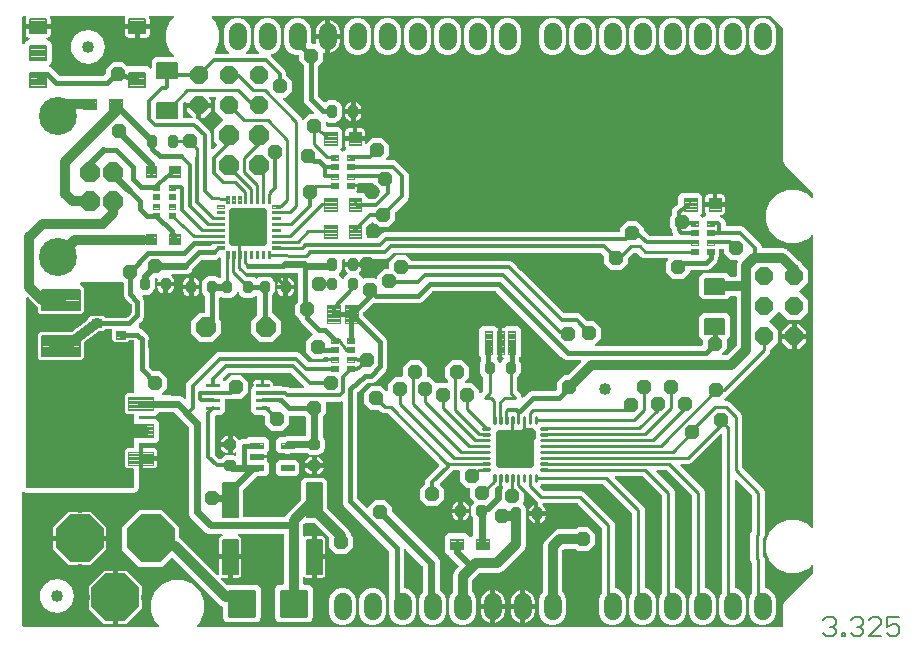
<source format=gbr>
G04 EAGLE Gerber RS-274X export*
G75*
%MOMM*%
%FSLAX34Y34*%
%LPD*%
%INTop Copper*%
%IPPOS*%
%AMOC8*
5,1,8,0,0,1.08239X$1,22.5*%
G01*
%ADD10C,0.127000*%
%ADD11P,1.677704X8X292.500000*%
%ADD12C,0.718719*%
%ADD13C,0.140000*%
%ADD14C,0.120000*%
%ADD15C,0.240000*%
%ADD16P,4.329560X8X202.500000*%
%ADD17P,4.329560X8X112.500000*%
%ADD18C,1.950000*%
%ADD19C,1.016000*%
%ADD20P,1.814519X8X292.500000*%
%ADD21C,3.216000*%
%ADD22C,0.121919*%
%ADD23C,0.220000*%
%ADD24C,0.190000*%
%ADD25C,0.102359*%
%ADD26C,0.100581*%
%ADD27C,0.640000*%
%ADD28P,1.677704X8X202.500000*%
%ADD29C,0.100000*%
%ADD30C,0.116838*%
%ADD31P,1.814519X8X112.500000*%
%ADD32C,0.102000*%
%ADD33C,0.210000*%
%ADD34C,0.105000*%
%ADD35C,0.099000*%
%ADD36C,0.224000*%
%ADD37C,0.488100*%
%ADD38C,1.524000*%
%ADD39C,0.508000*%
%ADD40C,1.016000*%
%ADD41C,0.812800*%
%ADD42C,0.304800*%
%ADD43C,0.609600*%
%ADD44C,0.406400*%
%ADD45C,0.254000*%
%ADD46C,0.279400*%
%ADD47P,1.319650X8X22.500000*%

G36*
X122835Y7879D02*
X122835Y7879D01*
X122865Y7876D01*
X122976Y7899D01*
X123088Y7915D01*
X123115Y7927D01*
X123143Y7932D01*
X123244Y7985D01*
X123347Y8031D01*
X123370Y8050D01*
X123396Y8063D01*
X123478Y8141D01*
X123564Y8214D01*
X123581Y8239D01*
X123602Y8259D01*
X123659Y8357D01*
X123722Y8451D01*
X123731Y8479D01*
X123746Y8504D01*
X123773Y8614D01*
X123808Y8722D01*
X123808Y8752D01*
X123816Y8780D01*
X123812Y8893D01*
X123815Y9006D01*
X123808Y9035D01*
X123807Y9064D01*
X123772Y9172D01*
X123743Y9281D01*
X123728Y9307D01*
X123719Y9335D01*
X123674Y9398D01*
X123598Y9526D01*
X123552Y9569D01*
X123524Y9608D01*
X120537Y12595D01*
X117095Y20904D01*
X117095Y29896D01*
X120537Y38205D01*
X126895Y44563D01*
X135204Y48005D01*
X144196Y48005D01*
X152505Y44563D01*
X158863Y38205D01*
X162305Y29896D01*
X162305Y20904D01*
X158863Y12595D01*
X155876Y9608D01*
X155858Y9584D01*
X155836Y9565D01*
X155773Y9471D01*
X155705Y9381D01*
X155694Y9353D01*
X155678Y9329D01*
X155644Y9221D01*
X155604Y9115D01*
X155601Y9086D01*
X155592Y9058D01*
X155589Y8944D01*
X155580Y8832D01*
X155586Y8803D01*
X155585Y8774D01*
X155614Y8664D01*
X155636Y8553D01*
X155649Y8527D01*
X155657Y8499D01*
X155715Y8401D01*
X155767Y8301D01*
X155787Y8279D01*
X155802Y8254D01*
X155885Y8177D01*
X155963Y8095D01*
X155988Y8080D01*
X156009Y8060D01*
X156110Y8008D01*
X156208Y7951D01*
X156236Y7944D01*
X156263Y7930D01*
X156340Y7917D01*
X156484Y7881D01*
X156546Y7883D01*
X156594Y7875D01*
X650400Y7875D01*
X650456Y7883D01*
X650500Y7880D01*
X650716Y7901D01*
X650992Y7968D01*
X650999Y7972D01*
X651005Y7973D01*
X651405Y8139D01*
X651432Y8155D01*
X651461Y8164D01*
X651525Y8210D01*
X651650Y8284D01*
X651694Y8330D01*
X651735Y8359D01*
X652041Y8665D01*
X652059Y8690D01*
X652083Y8710D01*
X652125Y8777D01*
X652212Y8893D01*
X652235Y8953D01*
X652261Y8995D01*
X652427Y9395D01*
X652498Y9670D01*
X652497Y9678D01*
X652499Y9684D01*
X652520Y9900D01*
X652518Y9957D01*
X652525Y10000D01*
X652525Y26966D01*
X653724Y29861D01*
X656082Y32219D01*
X677628Y53764D01*
X677680Y53834D01*
X677740Y53898D01*
X677766Y53948D01*
X677799Y53992D01*
X677830Y54073D01*
X677870Y54151D01*
X677878Y54199D01*
X677900Y54257D01*
X677912Y54405D01*
X677925Y54482D01*
X677925Y59306D01*
X677921Y59335D01*
X677924Y59365D01*
X677901Y59476D01*
X677885Y59588D01*
X677873Y59615D01*
X677868Y59643D01*
X677815Y59744D01*
X677769Y59847D01*
X677750Y59870D01*
X677737Y59896D01*
X677659Y59978D01*
X677586Y60064D01*
X677561Y60081D01*
X677541Y60102D01*
X677443Y60159D01*
X677349Y60222D01*
X677321Y60231D01*
X677296Y60246D01*
X677186Y60273D01*
X677078Y60308D01*
X677048Y60308D01*
X677020Y60316D01*
X676907Y60312D01*
X676794Y60315D01*
X676765Y60308D01*
X676736Y60307D01*
X676628Y60272D01*
X676519Y60243D01*
X676493Y60228D01*
X676465Y60219D01*
X676402Y60174D01*
X676274Y60098D01*
X676231Y60052D01*
X676192Y60024D01*
X673205Y57037D01*
X664896Y53595D01*
X655904Y53595D01*
X647595Y57037D01*
X641237Y63395D01*
X637795Y71704D01*
X637795Y80696D01*
X641237Y89005D01*
X647595Y95363D01*
X655904Y98805D01*
X664896Y98805D01*
X673205Y95363D01*
X676192Y92376D01*
X676216Y92358D01*
X676235Y92336D01*
X676329Y92273D01*
X676419Y92205D01*
X676447Y92194D01*
X676471Y92178D01*
X676579Y92144D01*
X676685Y92104D01*
X676714Y92101D01*
X676742Y92092D01*
X676856Y92089D01*
X676968Y92080D01*
X676997Y92086D01*
X677026Y92085D01*
X677136Y92114D01*
X677247Y92136D01*
X677273Y92149D01*
X677301Y92157D01*
X677399Y92215D01*
X677499Y92267D01*
X677521Y92287D01*
X677546Y92302D01*
X677623Y92385D01*
X677705Y92463D01*
X677720Y92488D01*
X677740Y92509D01*
X677792Y92610D01*
X677849Y92708D01*
X677856Y92736D01*
X677870Y92763D01*
X677883Y92840D01*
X677919Y92984D01*
X677917Y93046D01*
X677925Y93094D01*
X677925Y338706D01*
X677921Y338735D01*
X677924Y338765D01*
X677901Y338876D01*
X677885Y338988D01*
X677873Y339015D01*
X677868Y339043D01*
X677815Y339144D01*
X677769Y339247D01*
X677750Y339270D01*
X677737Y339296D01*
X677659Y339378D01*
X677586Y339464D01*
X677561Y339481D01*
X677541Y339502D01*
X677443Y339559D01*
X677349Y339622D01*
X677321Y339631D01*
X677296Y339646D01*
X677186Y339673D01*
X677078Y339708D01*
X677048Y339708D01*
X677020Y339716D01*
X676907Y339712D01*
X676794Y339715D01*
X676765Y339708D01*
X676736Y339707D01*
X676628Y339672D01*
X676519Y339643D01*
X676493Y339628D01*
X676465Y339619D01*
X676402Y339574D01*
X676274Y339498D01*
X676231Y339452D01*
X676192Y339424D01*
X673205Y336437D01*
X664896Y332995D01*
X655904Y332995D01*
X647595Y336437D01*
X641237Y342795D01*
X637795Y351104D01*
X637795Y360096D01*
X641237Y368405D01*
X647595Y374763D01*
X655904Y378205D01*
X664896Y378205D01*
X673205Y374763D01*
X676192Y371776D01*
X676216Y371758D01*
X676235Y371736D01*
X676329Y371673D01*
X676419Y371605D01*
X676447Y371594D01*
X676471Y371578D01*
X676579Y371544D01*
X676685Y371504D01*
X676714Y371501D01*
X676742Y371492D01*
X676856Y371489D01*
X676968Y371480D01*
X676997Y371486D01*
X677026Y371485D01*
X677136Y371514D01*
X677247Y371536D01*
X677273Y371549D01*
X677301Y371557D01*
X677399Y371615D01*
X677499Y371667D01*
X677521Y371687D01*
X677546Y371702D01*
X677623Y371785D01*
X677705Y371863D01*
X677720Y371888D01*
X677740Y371909D01*
X677792Y372010D01*
X677849Y372108D01*
X677856Y372136D01*
X677870Y372163D01*
X677883Y372240D01*
X677919Y372384D01*
X677917Y372446D01*
X677925Y372494D01*
X677925Y374778D01*
X677913Y374864D01*
X677910Y374952D01*
X677893Y375004D01*
X677885Y375059D01*
X677850Y375139D01*
X677823Y375222D01*
X677795Y375261D01*
X677769Y375319D01*
X677673Y375432D01*
X677628Y375496D01*
X656082Y397041D01*
X653724Y399399D01*
X652525Y402294D01*
X652525Y514478D01*
X652513Y514564D01*
X652510Y514652D01*
X652493Y514704D01*
X652485Y514759D01*
X652450Y514839D01*
X652449Y514840D01*
X652440Y514876D01*
X652435Y514884D01*
X652423Y514922D01*
X652395Y514961D01*
X652369Y515019D01*
X652322Y515074D01*
X652295Y515120D01*
X652255Y515158D01*
X652228Y515196D01*
X642196Y525228D01*
X642126Y525280D01*
X642062Y525340D01*
X642012Y525366D01*
X641968Y525399D01*
X641887Y525430D01*
X641809Y525470D01*
X641761Y525478D01*
X641703Y525500D01*
X641555Y525512D01*
X641478Y525525D01*
X169294Y525525D01*
X169265Y525521D01*
X169235Y525524D01*
X169124Y525501D01*
X169012Y525485D01*
X168985Y525473D01*
X168957Y525468D01*
X168856Y525415D01*
X168753Y525369D01*
X168730Y525350D01*
X168704Y525337D01*
X168622Y525259D01*
X168536Y525186D01*
X168519Y525161D01*
X168498Y525141D01*
X168441Y525043D01*
X168378Y524949D01*
X168369Y524921D01*
X168354Y524896D01*
X168327Y524786D01*
X168292Y524678D01*
X168292Y524648D01*
X168284Y524620D01*
X168288Y524507D01*
X168285Y524394D01*
X168292Y524365D01*
X168293Y524336D01*
X168328Y524228D01*
X168357Y524119D01*
X168372Y524093D01*
X168381Y524065D01*
X168426Y524002D01*
X168502Y523874D01*
X168548Y523831D01*
X168576Y523792D01*
X171563Y520805D01*
X175005Y512496D01*
X175005Y503504D01*
X171563Y495195D01*
X171370Y495002D01*
X171352Y494978D01*
X171330Y494959D01*
X171267Y494865D01*
X171199Y494775D01*
X171188Y494747D01*
X171172Y494723D01*
X171138Y494615D01*
X171098Y494509D01*
X171095Y494480D01*
X171086Y494452D01*
X171083Y494339D01*
X171074Y494226D01*
X171080Y494197D01*
X171079Y494168D01*
X171108Y494058D01*
X171130Y493947D01*
X171143Y493921D01*
X171151Y493893D01*
X171209Y493795D01*
X171261Y493695D01*
X171281Y493673D01*
X171296Y493648D01*
X171379Y493571D01*
X171457Y493489D01*
X171482Y493474D01*
X171503Y493454D01*
X171604Y493402D01*
X171702Y493345D01*
X171730Y493338D01*
X171757Y493324D01*
X171834Y493311D01*
X171977Y493275D01*
X172040Y493277D01*
X172088Y493269D01*
X182446Y493269D01*
X182475Y493273D01*
X182504Y493270D01*
X182615Y493293D01*
X182727Y493309D01*
X182754Y493321D01*
X182783Y493326D01*
X182883Y493379D01*
X182986Y493425D01*
X183009Y493444D01*
X183035Y493457D01*
X183117Y493535D01*
X183203Y493608D01*
X183220Y493633D01*
X183241Y493653D01*
X183298Y493751D01*
X183361Y493845D01*
X183370Y493873D01*
X183385Y493898D01*
X183413Y494008D01*
X183447Y494116D01*
X183448Y494146D01*
X183455Y494174D01*
X183451Y494287D01*
X183454Y494400D01*
X183447Y494429D01*
X183446Y494458D01*
X183411Y494566D01*
X183382Y494675D01*
X183367Y494701D01*
X183358Y494729D01*
X183313Y494792D01*
X183237Y494920D01*
X183191Y494963D01*
X183163Y495002D01*
X180594Y497571D01*
X178815Y501866D01*
X178815Y514134D01*
X180594Y518429D01*
X183881Y521716D01*
X188176Y523495D01*
X192824Y523495D01*
X197119Y521716D01*
X200406Y518429D01*
X202185Y514134D01*
X202185Y501866D01*
X200406Y497571D01*
X197837Y495002D01*
X197819Y494978D01*
X197797Y494959D01*
X197734Y494865D01*
X197666Y494775D01*
X197655Y494747D01*
X197639Y494723D01*
X197605Y494615D01*
X197564Y494509D01*
X197562Y494480D01*
X197553Y494452D01*
X197550Y494338D01*
X197541Y494226D01*
X197547Y494197D01*
X197546Y494168D01*
X197575Y494058D01*
X197597Y493947D01*
X197610Y493921D01*
X197618Y493893D01*
X197676Y493795D01*
X197728Y493695D01*
X197748Y493673D01*
X197763Y493648D01*
X197846Y493571D01*
X197924Y493489D01*
X197949Y493474D01*
X197970Y493454D01*
X198071Y493402D01*
X198169Y493345D01*
X198197Y493338D01*
X198223Y493324D01*
X198301Y493311D01*
X198444Y493275D01*
X198507Y493277D01*
X198554Y493269D01*
X207846Y493269D01*
X207875Y493273D01*
X207904Y493270D01*
X208015Y493293D01*
X208127Y493309D01*
X208154Y493321D01*
X208183Y493326D01*
X208283Y493379D01*
X208386Y493425D01*
X208409Y493444D01*
X208435Y493457D01*
X208517Y493535D01*
X208603Y493608D01*
X208620Y493633D01*
X208641Y493653D01*
X208698Y493751D01*
X208761Y493845D01*
X208770Y493873D01*
X208785Y493898D01*
X208813Y494008D01*
X208847Y494116D01*
X208848Y494146D01*
X208855Y494174D01*
X208851Y494287D01*
X208854Y494400D01*
X208847Y494429D01*
X208846Y494458D01*
X208811Y494566D01*
X208782Y494675D01*
X208767Y494701D01*
X208758Y494729D01*
X208713Y494792D01*
X208637Y494920D01*
X208591Y494963D01*
X208563Y495002D01*
X205994Y497571D01*
X204215Y501866D01*
X204215Y514134D01*
X205994Y518429D01*
X209281Y521716D01*
X213576Y523495D01*
X218224Y523495D01*
X222519Y521716D01*
X225806Y518429D01*
X227585Y514134D01*
X227585Y501866D01*
X225806Y497571D01*
X222519Y494284D01*
X219263Y492936D01*
X219164Y492877D01*
X219062Y492824D01*
X219042Y492805D01*
X219018Y492791D01*
X218940Y492708D01*
X218856Y492629D01*
X218842Y492605D01*
X218823Y492584D01*
X218771Y492482D01*
X218713Y492383D01*
X218706Y492356D01*
X218693Y492332D01*
X218671Y492219D01*
X218642Y492108D01*
X218643Y492080D01*
X218638Y492053D01*
X218648Y491938D01*
X218652Y491824D01*
X218660Y491797D01*
X218662Y491770D01*
X218704Y491663D01*
X218739Y491553D01*
X218753Y491533D01*
X218764Y491504D01*
X218925Y491292D01*
X218934Y491280D01*
X219511Y490703D01*
X230798Y479416D01*
X231649Y477362D01*
X231649Y475291D01*
X231661Y475205D01*
X231664Y475117D01*
X231681Y475065D01*
X231689Y475010D01*
X231724Y474930D01*
X231751Y474847D01*
X231779Y474807D01*
X231805Y474750D01*
X231901Y474637D01*
X231946Y474573D01*
X236221Y470299D01*
X236221Y461881D01*
X230269Y455929D01*
X229706Y455929D01*
X229677Y455925D01*
X229648Y455928D01*
X229537Y455905D01*
X229425Y455889D01*
X229398Y455877D01*
X229369Y455872D01*
X229269Y455820D01*
X229165Y455773D01*
X229143Y455754D01*
X229117Y455741D01*
X229035Y455663D01*
X228948Y455590D01*
X228932Y455565D01*
X228911Y455545D01*
X228854Y455447D01*
X228791Y455353D01*
X228782Y455325D01*
X228767Y455300D01*
X228739Y455190D01*
X228705Y455082D01*
X228704Y455052D01*
X228697Y455024D01*
X228701Y454911D01*
X228698Y454798D01*
X228705Y454769D01*
X228706Y454740D01*
X228741Y454632D01*
X228769Y454523D01*
X228784Y454497D01*
X228793Y454469D01*
X228839Y454406D01*
X228915Y454278D01*
X228960Y454235D01*
X228988Y454196D01*
X242909Y440275D01*
X244553Y438632D01*
X244902Y437787D01*
X244961Y437688D01*
X245014Y437586D01*
X245033Y437566D01*
X245047Y437542D01*
X245131Y437463D01*
X245210Y437380D01*
X245234Y437366D01*
X245254Y437347D01*
X245356Y437295D01*
X245455Y437236D01*
X245482Y437230D01*
X245506Y437217D01*
X245619Y437195D01*
X245730Y437166D01*
X245758Y437167D01*
X245785Y437162D01*
X245900Y437172D01*
X246014Y437175D01*
X246041Y437184D01*
X246069Y437186D01*
X246176Y437228D01*
X246285Y437263D01*
X246305Y437277D01*
X246334Y437288D01*
X246546Y437449D01*
X246558Y437458D01*
X251061Y441961D01*
X254356Y441961D01*
X254385Y441965D01*
X254414Y441962D01*
X254525Y441985D01*
X254638Y442001D01*
X254664Y442013D01*
X254693Y442018D01*
X254794Y442070D01*
X254897Y442117D01*
X254920Y442136D01*
X254945Y442149D01*
X255028Y442227D01*
X255114Y442300D01*
X255130Y442325D01*
X255152Y442345D01*
X255209Y442443D01*
X255272Y442537D01*
X255281Y442565D01*
X255295Y442590D01*
X255323Y442700D01*
X255357Y442808D01*
X255358Y442838D01*
X255365Y442866D01*
X255362Y442979D01*
X255365Y443092D01*
X255357Y443121D01*
X255356Y443150D01*
X255322Y443258D01*
X255293Y443367D01*
X255278Y443393D01*
X255269Y443421D01*
X255223Y443484D01*
X255148Y443612D01*
X255102Y443655D01*
X255074Y443694D01*
X247561Y451206D01*
X246633Y453447D01*
X246633Y482797D01*
X246621Y482883D01*
X246618Y482971D01*
X246601Y483023D01*
X246593Y483078D01*
X246558Y483158D01*
X246531Y483241D01*
X246503Y483281D01*
X246477Y483338D01*
X246381Y483451D01*
X246336Y483515D01*
X242569Y487281D01*
X242569Y491490D01*
X242561Y491548D01*
X242563Y491606D01*
X242541Y491688D01*
X242529Y491772D01*
X242506Y491825D01*
X242491Y491881D01*
X242448Y491954D01*
X242413Y492031D01*
X242375Y492076D01*
X242346Y492126D01*
X242284Y492184D01*
X242230Y492248D01*
X242181Y492280D01*
X242138Y492320D01*
X242063Y492359D01*
X241993Y492406D01*
X241937Y492423D01*
X241885Y492450D01*
X241817Y492461D01*
X241722Y492491D01*
X241622Y492494D01*
X241554Y492505D01*
X238976Y492505D01*
X234681Y494284D01*
X231394Y497571D01*
X229615Y501866D01*
X229615Y514134D01*
X231394Y518429D01*
X234681Y521716D01*
X238976Y523495D01*
X243624Y523495D01*
X247919Y521716D01*
X251206Y518429D01*
X252985Y514134D01*
X252985Y502666D01*
X252993Y502608D01*
X252991Y502550D01*
X253013Y502468D01*
X253025Y502384D01*
X253048Y502331D01*
X253063Y502275D01*
X253106Y502202D01*
X253141Y502125D01*
X253179Y502080D01*
X253208Y502030D01*
X253270Y501972D01*
X253324Y501908D01*
X253373Y501876D01*
X253416Y501836D01*
X253491Y501797D01*
X253561Y501750D01*
X253617Y501733D01*
X253669Y501706D01*
X253737Y501695D01*
X253832Y501665D01*
X253932Y501662D01*
X254000Y501651D01*
X255626Y501651D01*
X255761Y501670D01*
X255899Y501688D01*
X255903Y501690D01*
X255908Y501691D01*
X256033Y501747D01*
X256159Y501802D01*
X256163Y501805D01*
X256167Y501807D01*
X256272Y501895D01*
X256378Y501984D01*
X256381Y501988D01*
X256384Y501990D01*
X256460Y502105D01*
X256538Y502219D01*
X256539Y502223D01*
X256542Y502227D01*
X256584Y502360D01*
X256626Y502489D01*
X256626Y502493D01*
X256627Y502498D01*
X256635Y502782D01*
X256629Y502805D01*
X256629Y502825D01*
X256539Y503390D01*
X256539Y505969D01*
X264669Y505969D01*
X264669Y494224D01*
X264321Y494279D01*
X264220Y494312D01*
X264146Y494325D01*
X264074Y494348D01*
X264006Y494350D01*
X263940Y494361D01*
X263865Y494353D01*
X263790Y494355D01*
X263724Y494338D01*
X263657Y494331D01*
X263587Y494302D01*
X263515Y494283D01*
X263457Y494249D01*
X263394Y494223D01*
X263335Y494177D01*
X263270Y494138D01*
X263224Y494089D01*
X263171Y494047D01*
X263127Y493986D01*
X263076Y493931D01*
X263045Y493871D01*
X263006Y493816D01*
X262980Y493745D01*
X262946Y493678D01*
X262937Y493621D01*
X262911Y493548D01*
X262903Y493423D01*
X262891Y493347D01*
X262891Y487281D01*
X259124Y483515D01*
X259072Y483445D01*
X259012Y483381D01*
X258986Y483332D01*
X258953Y483287D01*
X258922Y483206D01*
X258882Y483128D01*
X258874Y483080D01*
X258852Y483022D01*
X258840Y482874D01*
X258827Y482797D01*
X258827Y457606D01*
X258834Y457552D01*
X258833Y457514D01*
X258840Y457489D01*
X258842Y457432D01*
X258859Y457379D01*
X258867Y457324D01*
X258902Y457245D01*
X258929Y457161D01*
X258957Y457122D01*
X258983Y457065D01*
X259079Y456952D01*
X259124Y456888D01*
X263475Y452537D01*
X263522Y452501D01*
X263562Y452459D01*
X263635Y452416D01*
X263703Y452366D01*
X263757Y452345D01*
X263808Y452315D01*
X263889Y452295D01*
X263968Y452264D01*
X264027Y452260D01*
X264083Y452245D01*
X264168Y452248D01*
X264252Y452241D01*
X264309Y452252D01*
X264367Y452254D01*
X264448Y452280D01*
X264530Y452297D01*
X264582Y452324D01*
X264638Y452342D01*
X264694Y452382D01*
X264783Y452428D01*
X264855Y452497D01*
X264911Y452537D01*
X265273Y452899D01*
X268088Y454065D01*
X272932Y454065D01*
X275747Y452899D01*
X277901Y450745D01*
X279067Y447930D01*
X279067Y441070D01*
X277901Y438255D01*
X275747Y436101D01*
X272932Y434935D01*
X268088Y434935D01*
X266835Y435455D01*
X266723Y435483D01*
X266614Y435518D01*
X266586Y435519D01*
X266559Y435526D01*
X266445Y435522D01*
X266330Y435525D01*
X266303Y435518D01*
X266275Y435517D01*
X266166Y435482D01*
X266055Y435453D01*
X266031Y435439D01*
X266004Y435431D01*
X265909Y435367D01*
X265810Y435308D01*
X265791Y435288D01*
X265768Y435272D01*
X265694Y435185D01*
X265616Y435101D01*
X265603Y435076D01*
X265585Y435055D01*
X265539Y434950D01*
X265486Y434848D01*
X265482Y434823D01*
X265470Y434795D01*
X265433Y434531D01*
X265431Y434517D01*
X265431Y432720D01*
X265439Y432662D01*
X265437Y432604D01*
X265459Y432522D01*
X265471Y432438D01*
X265494Y432385D01*
X265509Y432329D01*
X265552Y432256D01*
X265587Y432179D01*
X265625Y432134D01*
X265654Y432084D01*
X265716Y432026D01*
X265770Y431962D01*
X265819Y431930D01*
X265862Y431890D01*
X265937Y431851D01*
X266007Y431804D01*
X266063Y431787D01*
X266115Y431760D01*
X266183Y431749D01*
X266278Y431719D01*
X266378Y431716D01*
X266446Y431705D01*
X276232Y431705D01*
X278965Y428972D01*
X278965Y414308D01*
X277824Y413167D01*
X277789Y413120D01*
X277747Y413080D01*
X277704Y413007D01*
X277653Y412940D01*
X277632Y412885D01*
X277603Y412835D01*
X277582Y412753D01*
X277552Y412674D01*
X277547Y412616D01*
X277533Y412559D01*
X277535Y412475D01*
X277528Y412391D01*
X277540Y412334D01*
X277542Y412275D01*
X277568Y412195D01*
X277584Y412112D01*
X277611Y412060D01*
X277629Y412005D01*
X277669Y411949D01*
X277715Y411860D01*
X277784Y411788D01*
X277824Y411731D01*
X278682Y410873D01*
X278729Y410838D01*
X278769Y410796D01*
X278842Y410753D01*
X278909Y410703D01*
X278964Y410682D01*
X279014Y410652D01*
X279096Y410631D01*
X279175Y410601D01*
X279233Y410596D01*
X279290Y410582D01*
X279374Y410585D01*
X279458Y410578D01*
X279516Y410589D01*
X279574Y410591D01*
X279654Y410617D01*
X279737Y410634D01*
X279789Y410661D01*
X279845Y410679D01*
X279901Y410719D01*
X279989Y410765D01*
X280062Y410833D01*
X280118Y410873D01*
X281509Y412265D01*
X281583Y412265D01*
X281612Y412269D01*
X281641Y412266D01*
X281752Y412289D01*
X281864Y412305D01*
X281891Y412317D01*
X281920Y412322D01*
X282020Y412374D01*
X282124Y412421D01*
X282146Y412440D01*
X282172Y412453D01*
X282254Y412531D01*
X282341Y412604D01*
X282357Y412629D01*
X282378Y412649D01*
X282435Y412747D01*
X282498Y412841D01*
X282507Y412869D01*
X282522Y412894D01*
X282550Y413004D01*
X282584Y413112D01*
X282585Y413141D01*
X282592Y413170D01*
X282588Y413283D01*
X282591Y413396D01*
X282584Y413425D01*
X282583Y413454D01*
X282548Y413562D01*
X282519Y413671D01*
X282504Y413697D01*
X282495Y413725D01*
X282450Y413789D01*
X282374Y413916D01*
X282328Y413959D01*
X282300Y413998D01*
X281987Y414312D01*
X281573Y415028D01*
X281359Y415826D01*
X281359Y419609D01*
X288884Y419609D01*
X288942Y419617D01*
X289000Y419615D01*
X289082Y419637D01*
X289165Y419649D01*
X289219Y419673D01*
X289275Y419687D01*
X289348Y419730D01*
X289425Y419765D01*
X289469Y419803D01*
X289520Y419833D01*
X289577Y419894D01*
X289642Y419949D01*
X289674Y419997D01*
X289714Y420040D01*
X289753Y420115D01*
X289799Y420185D01*
X289817Y420241D01*
X289844Y420293D01*
X289855Y420361D01*
X289885Y420456D01*
X289888Y420556D01*
X289899Y420624D01*
X289899Y421641D01*
X289901Y421641D01*
X289901Y420624D01*
X289909Y420566D01*
X289908Y420508D01*
X289929Y420426D01*
X289941Y420343D01*
X289965Y420289D01*
X289979Y420233D01*
X290022Y420160D01*
X290057Y420083D01*
X290095Y420038D01*
X290125Y419988D01*
X290186Y419930D01*
X290241Y419866D01*
X290289Y419834D01*
X290332Y419794D01*
X290407Y419755D01*
X290477Y419709D01*
X290533Y419691D01*
X290585Y419664D01*
X290653Y419653D01*
X290748Y419623D01*
X290848Y419620D01*
X290916Y419609D01*
X298441Y419609D01*
X298441Y418131D01*
X298445Y418102D01*
X298442Y418073D01*
X298465Y417962D01*
X298481Y417850D01*
X298493Y417823D01*
X298498Y417794D01*
X298550Y417694D01*
X298597Y417590D01*
X298616Y417568D01*
X298629Y417542D01*
X298707Y417460D01*
X298780Y417373D01*
X298805Y417357D01*
X298825Y417336D01*
X298923Y417279D01*
X299017Y417216D01*
X299045Y417207D01*
X299070Y417192D01*
X299180Y417164D01*
X299288Y417130D01*
X299318Y417129D01*
X299346Y417122D01*
X299459Y417126D01*
X299572Y417123D01*
X299601Y417130D01*
X299630Y417131D01*
X299738Y417166D01*
X299847Y417194D01*
X299873Y417209D01*
X299901Y417218D01*
X299964Y417264D01*
X300092Y417340D01*
X300135Y417385D01*
X300174Y417413D01*
X304401Y421641D01*
X312819Y421641D01*
X318771Y415689D01*
X318771Y407271D01*
X316521Y405022D01*
X316504Y404998D01*
X316481Y404979D01*
X316418Y404885D01*
X316350Y404795D01*
X316340Y404767D01*
X316324Y404743D01*
X316289Y404635D01*
X316249Y404529D01*
X316247Y404500D01*
X316238Y404472D01*
X316235Y404358D01*
X316226Y404246D01*
X316231Y404217D01*
X316231Y404188D01*
X316259Y404078D01*
X316281Y403967D01*
X316295Y403941D01*
X316302Y403913D01*
X316360Y403815D01*
X316412Y403715D01*
X316433Y403693D01*
X316448Y403668D01*
X316530Y403591D01*
X316608Y403509D01*
X316634Y403494D01*
X316655Y403474D01*
X316756Y403422D01*
X316854Y403365D01*
X316882Y403358D01*
X316908Y403344D01*
X316985Y403331D01*
X317129Y403295D01*
X317192Y403297D01*
X317239Y403289D01*
X322740Y403289D01*
X324794Y402438D01*
X334430Y392802D01*
X335281Y390748D01*
X335281Y371760D01*
X334430Y369706D01*
X324148Y359424D01*
X324096Y359355D01*
X324036Y359291D01*
X324010Y359241D01*
X323977Y359197D01*
X323946Y359116D01*
X323906Y359038D01*
X323898Y358990D01*
X323876Y358932D01*
X323864Y358784D01*
X323851Y358707D01*
X323851Y352661D01*
X317899Y346709D01*
X309481Y346709D01*
X305460Y350731D01*
X305413Y350766D01*
X305373Y350808D01*
X305300Y350851D01*
X305233Y350901D01*
X305178Y350922D01*
X305128Y350952D01*
X305046Y350973D01*
X304967Y351003D01*
X304909Y351008D01*
X304852Y351022D01*
X304768Y351019D01*
X304684Y351026D01*
X304627Y351015D01*
X304568Y351013D01*
X304488Y350987D01*
X304405Y350970D01*
X304353Y350943D01*
X304298Y350925D01*
X304241Y350885D01*
X304153Y350839D01*
X304080Y350771D01*
X304024Y350731D01*
X300262Y346968D01*
X300210Y346899D01*
X300150Y346835D01*
X300124Y346785D01*
X300091Y346741D01*
X300060Y346660D01*
X300020Y346582D01*
X300012Y346534D01*
X299990Y346476D01*
X299978Y346328D01*
X299965Y346251D01*
X299965Y338074D01*
X299973Y338016D01*
X299971Y337958D01*
X299993Y337876D01*
X300005Y337792D01*
X300028Y337739D01*
X300043Y337683D01*
X300086Y337610D01*
X300121Y337533D01*
X300159Y337488D01*
X300188Y337438D01*
X300250Y337380D01*
X300304Y337316D01*
X300353Y337284D01*
X300396Y337244D01*
X300471Y337205D01*
X300541Y337158D01*
X300597Y337141D01*
X300649Y337114D01*
X300717Y337103D01*
X300812Y337073D01*
X300912Y337070D01*
X300980Y337059D01*
X308415Y337059D01*
X308501Y337071D01*
X308589Y337074D01*
X308641Y337091D01*
X308696Y337099D01*
X308776Y337134D01*
X308859Y337161D01*
X308898Y337189D01*
X308955Y337215D01*
X309069Y337311D01*
X309132Y337356D01*
X313064Y341288D01*
X315118Y342139D01*
X513334Y342139D01*
X513392Y342147D01*
X513450Y342145D01*
X513532Y342167D01*
X513616Y342179D01*
X513669Y342202D01*
X513725Y342217D01*
X513798Y342260D01*
X513875Y342295D01*
X513920Y342333D01*
X513970Y342362D01*
X514028Y342424D01*
X514092Y342478D01*
X514124Y342527D01*
X514164Y342570D01*
X514203Y342645D01*
X514250Y342715D01*
X514267Y342771D01*
X514294Y342823D01*
X514305Y342891D01*
X514335Y342986D01*
X514338Y343086D01*
X514349Y343154D01*
X514349Y345839D01*
X520301Y351791D01*
X528719Y351791D01*
X534671Y345839D01*
X534671Y343678D01*
X534688Y343554D01*
X534702Y343430D01*
X534708Y343414D01*
X534711Y343397D01*
X534762Y343282D01*
X534809Y343167D01*
X534819Y343155D01*
X534827Y343137D01*
X535010Y342920D01*
X535019Y342915D01*
X535024Y342909D01*
X538807Y339654D01*
X538849Y339628D01*
X538885Y339594D01*
X538968Y339551D01*
X539047Y339501D01*
X539094Y339487D01*
X539138Y339464D01*
X539211Y339452D01*
X539319Y339420D01*
X539407Y339419D01*
X539469Y339409D01*
X558287Y339409D01*
X558317Y339413D01*
X558348Y339411D01*
X558458Y339433D01*
X558502Y339439D01*
X558510Y339440D01*
X558511Y339440D01*
X558568Y339449D01*
X558596Y339461D01*
X558627Y339467D01*
X558726Y339519D01*
X558828Y339565D01*
X558851Y339585D01*
X558878Y339599D01*
X558959Y339676D01*
X559045Y339748D01*
X559062Y339774D01*
X559084Y339795D01*
X559140Y339892D01*
X559202Y339985D01*
X559211Y340015D01*
X559227Y340041D01*
X559254Y340149D01*
X559288Y340256D01*
X559289Y340287D01*
X559296Y340317D01*
X559292Y340429D01*
X559293Y340473D01*
X559295Y340491D01*
X559294Y340494D01*
X559295Y340540D01*
X559287Y340570D01*
X559286Y340601D01*
X559252Y340707D01*
X559223Y340815D01*
X559213Y340832D01*
X559201Y340862D01*
X559198Y340871D01*
X559196Y340874D01*
X558291Y343058D01*
X558291Y343859D01*
X558279Y343945D01*
X558276Y344033D01*
X558259Y344085D01*
X558251Y344140D01*
X558216Y344220D01*
X558189Y344303D01*
X558161Y344343D01*
X558135Y344400D01*
X558039Y344513D01*
X557994Y344577D01*
X556259Y346311D01*
X556259Y354729D01*
X557994Y356463D01*
X558046Y356533D01*
X558106Y356597D01*
X558132Y356646D01*
X558165Y356691D01*
X558196Y356772D01*
X558236Y356850D01*
X558244Y356898D01*
X558266Y356956D01*
X558278Y357104D01*
X558291Y357181D01*
X558291Y358810D01*
X558276Y358920D01*
X558275Y358993D01*
X558182Y359496D01*
X558269Y359898D01*
X558275Y359993D01*
X558277Y359999D01*
X558278Y360031D01*
X558278Y360033D01*
X558291Y360111D01*
X558291Y360522D01*
X558487Y360994D01*
X558515Y361101D01*
X558542Y361170D01*
X558649Y361670D01*
X558882Y362008D01*
X558943Y362130D01*
X558985Y362196D01*
X559142Y362576D01*
X559504Y362937D01*
X559570Y363026D01*
X559621Y363079D01*
X559912Y363499D01*
X560257Y363723D01*
X560360Y363812D01*
X560424Y363857D01*
X560714Y364148D01*
X561187Y364344D01*
X561282Y364400D01*
X561349Y364429D01*
X563171Y365607D01*
X563211Y365641D01*
X563256Y365668D01*
X563318Y365734D01*
X563386Y365793D01*
X563415Y365837D01*
X563450Y365875D01*
X563492Y365956D01*
X563541Y366032D01*
X563556Y366082D01*
X563580Y366129D01*
X563592Y366200D01*
X563623Y366304D01*
X563624Y366395D01*
X563635Y366460D01*
X563635Y373092D01*
X566368Y375825D01*
X581032Y375825D01*
X583765Y373092D01*
X583765Y358428D01*
X582624Y357287D01*
X582589Y357240D01*
X582547Y357200D01*
X582504Y357127D01*
X582453Y357060D01*
X582432Y357005D01*
X582403Y356955D01*
X582382Y356873D01*
X582352Y356794D01*
X582347Y356736D01*
X582333Y356679D01*
X582335Y356595D01*
X582328Y356511D01*
X582340Y356454D01*
X582342Y356395D01*
X582368Y356315D01*
X582384Y356232D01*
X582411Y356180D01*
X582429Y356125D01*
X582469Y356069D01*
X582515Y355980D01*
X582584Y355908D01*
X582624Y355851D01*
X583482Y354993D01*
X583529Y354958D01*
X583569Y354916D01*
X583642Y354873D01*
X583709Y354823D01*
X583764Y354802D01*
X583814Y354772D01*
X583896Y354751D01*
X583975Y354721D01*
X584033Y354716D01*
X584090Y354702D01*
X584174Y354705D01*
X584258Y354698D01*
X584316Y354709D01*
X584374Y354711D01*
X584454Y354737D01*
X584537Y354754D01*
X584589Y354781D01*
X584645Y354799D01*
X584701Y354839D01*
X584789Y354885D01*
X584862Y354953D01*
X584918Y354993D01*
X586309Y356385D01*
X586383Y356385D01*
X586412Y356389D01*
X586441Y356386D01*
X586552Y356409D01*
X586664Y356425D01*
X586691Y356437D01*
X586720Y356442D01*
X586820Y356494D01*
X586924Y356541D01*
X586946Y356560D01*
X586972Y356573D01*
X587054Y356651D01*
X587141Y356724D01*
X587157Y356749D01*
X587178Y356769D01*
X587235Y356867D01*
X587298Y356961D01*
X587307Y356989D01*
X587322Y357014D01*
X587350Y357124D01*
X587384Y357232D01*
X587385Y357261D01*
X587392Y357290D01*
X587388Y357403D01*
X587391Y357516D01*
X587384Y357545D01*
X587383Y357574D01*
X587348Y357682D01*
X587319Y357791D01*
X587304Y357817D01*
X587295Y357845D01*
X587250Y357909D01*
X587174Y358036D01*
X587128Y358079D01*
X587100Y358118D01*
X586787Y358432D01*
X586373Y359148D01*
X586159Y359946D01*
X586159Y363729D01*
X593684Y363729D01*
X593742Y363737D01*
X593800Y363735D01*
X593882Y363757D01*
X593965Y363769D01*
X594019Y363793D01*
X594075Y363807D01*
X594148Y363850D01*
X594225Y363885D01*
X594269Y363923D01*
X594320Y363953D01*
X594377Y364014D01*
X594442Y364069D01*
X594474Y364117D01*
X594514Y364160D01*
X594553Y364235D01*
X594599Y364305D01*
X594617Y364361D01*
X594644Y364413D01*
X594655Y364481D01*
X594685Y364576D01*
X594688Y364676D01*
X594699Y364744D01*
X594699Y365761D01*
X594701Y365761D01*
X594701Y364744D01*
X594709Y364686D01*
X594708Y364628D01*
X594729Y364546D01*
X594741Y364463D01*
X594765Y364409D01*
X594779Y364353D01*
X594822Y364280D01*
X594857Y364203D01*
X594895Y364158D01*
X594925Y364108D01*
X594986Y364050D01*
X595041Y363986D01*
X595089Y363954D01*
X595132Y363914D01*
X595207Y363875D01*
X595277Y363829D01*
X595333Y363811D01*
X595385Y363784D01*
X595453Y363773D01*
X595548Y363743D01*
X595648Y363740D01*
X595716Y363729D01*
X603241Y363729D01*
X603241Y359946D01*
X603027Y359148D01*
X602613Y358431D01*
X602029Y357847D01*
X601312Y357433D01*
X600514Y357219D01*
X599445Y357219D01*
X599360Y357207D01*
X599274Y357205D01*
X599219Y357187D01*
X599163Y357179D01*
X599085Y357144D01*
X599003Y357118D01*
X598956Y357086D01*
X598904Y357063D01*
X598838Y357008D01*
X598767Y356960D01*
X598730Y356916D01*
X598687Y356880D01*
X598639Y356808D01*
X598584Y356742D01*
X598561Y356690D01*
X598529Y356643D01*
X598503Y356561D01*
X598468Y356482D01*
X598461Y356426D01*
X598443Y356372D01*
X598441Y356286D01*
X598429Y356201D01*
X598438Y356145D01*
X598436Y356088D01*
X598458Y356005D01*
X598470Y355920D01*
X598494Y355868D01*
X598508Y355813D01*
X598552Y355739D01*
X598587Y355660D01*
X598624Y355617D01*
X598653Y355568D01*
X598716Y355509D01*
X598771Y355444D01*
X598813Y355418D01*
X598860Y355374D01*
X598989Y355308D01*
X599056Y355266D01*
X600766Y354558D01*
X602908Y352416D01*
X603759Y350362D01*
X603759Y348424D01*
X603767Y348366D01*
X603765Y348308D01*
X603787Y348226D01*
X603799Y348142D01*
X603822Y348089D01*
X603837Y348033D01*
X603880Y347960D01*
X603915Y347883D01*
X603953Y347838D01*
X603982Y347788D01*
X604044Y347730D01*
X604098Y347666D01*
X604147Y347634D01*
X604190Y347594D01*
X604265Y347555D01*
X604335Y347508D01*
X604391Y347491D01*
X604443Y347464D01*
X604511Y347453D01*
X604606Y347423D01*
X604706Y347420D01*
X604774Y347409D01*
X616872Y347409D01*
X618926Y346558D01*
X633388Y332096D01*
X634239Y330042D01*
X634239Y329692D01*
X634247Y329637D01*
X634245Y329593D01*
X634246Y329591D01*
X634245Y329576D01*
X634267Y329494D01*
X634279Y329410D01*
X634302Y329357D01*
X634317Y329301D01*
X634360Y329228D01*
X634395Y329151D01*
X634433Y329106D01*
X634462Y329056D01*
X634524Y328998D01*
X634578Y328934D01*
X634627Y328902D01*
X634670Y328862D01*
X634745Y328823D01*
X634815Y328776D01*
X634871Y328759D01*
X634923Y328732D01*
X634991Y328721D01*
X635086Y328691D01*
X635186Y328688D01*
X635254Y328677D01*
X650713Y328677D01*
X650749Y328682D01*
X650777Y328679D01*
X652102Y328763D01*
X652194Y328731D01*
X652473Y328678D01*
X652500Y328680D01*
X652522Y328677D01*
X652619Y328677D01*
X653846Y328168D01*
X653881Y328160D01*
X653906Y328146D01*
X655162Y327716D01*
X655235Y327652D01*
X655472Y327496D01*
X655498Y327488D01*
X655517Y327476D01*
X655607Y327439D01*
X656546Y326500D01*
X656574Y326479D01*
X656593Y326456D01*
X665903Y318254D01*
X666140Y318098D01*
X666166Y318090D01*
X666185Y318078D01*
X666275Y318041D01*
X667214Y317102D01*
X667242Y317081D01*
X667260Y317058D01*
X668257Y316181D01*
X668299Y316094D01*
X668459Y315859D01*
X668480Y315841D01*
X668493Y315823D01*
X668561Y315755D01*
X669069Y314528D01*
X669088Y314497D01*
X669096Y314469D01*
X669393Y313862D01*
X669553Y313627D01*
X669574Y313610D01*
X669587Y313592D01*
X673485Y309694D01*
X673485Y299906D01*
X666396Y292818D01*
X666361Y292771D01*
X666319Y292731D01*
X666276Y292658D01*
X666226Y292591D01*
X666205Y292536D01*
X666175Y292486D01*
X666154Y292404D01*
X666124Y292325D01*
X666119Y292267D01*
X666105Y292210D01*
X666108Y292126D01*
X666101Y292042D01*
X666112Y291984D01*
X666114Y291926D01*
X666140Y291846D01*
X666157Y291763D01*
X666184Y291711D01*
X666202Y291655D01*
X666242Y291599D01*
X666288Y291511D01*
X666356Y291438D01*
X666396Y291382D01*
X673485Y284294D01*
X673485Y274506D01*
X666564Y267585D01*
X656776Y267585D01*
X649688Y274674D01*
X649641Y274709D01*
X649601Y274751D01*
X649528Y274794D01*
X649461Y274844D01*
X649406Y274865D01*
X649356Y274895D01*
X649274Y274916D01*
X649195Y274946D01*
X649137Y274951D01*
X649080Y274965D01*
X648996Y274962D01*
X648912Y274969D01*
X648854Y274958D01*
X648796Y274956D01*
X648716Y274930D01*
X648633Y274913D01*
X648581Y274886D01*
X648525Y274868D01*
X648469Y274828D01*
X648381Y274782D01*
X648308Y274714D01*
X648252Y274674D01*
X640996Y267418D01*
X640961Y267371D01*
X640919Y267331D01*
X640876Y267258D01*
X640826Y267191D01*
X640805Y267136D01*
X640775Y267086D01*
X640754Y267004D01*
X640724Y266925D01*
X640719Y266867D01*
X640705Y266810D01*
X640708Y266726D01*
X640701Y266642D01*
X640712Y266584D01*
X640714Y266526D01*
X640740Y266446D01*
X640757Y266363D01*
X640784Y266311D01*
X640802Y266255D01*
X640842Y266199D01*
X640888Y266111D01*
X640956Y266038D01*
X640996Y265982D01*
X648085Y258894D01*
X648085Y249106D01*
X641902Y242924D01*
X641850Y242854D01*
X641790Y242790D01*
X641764Y242740D01*
X641731Y242696D01*
X641700Y242615D01*
X641660Y242537D01*
X641652Y242489D01*
X641630Y242431D01*
X641618Y242283D01*
X641605Y242206D01*
X641605Y241509D01*
X640793Y239548D01*
X639149Y237905D01*
X606088Y204844D01*
X606036Y204774D01*
X605976Y204710D01*
X605950Y204661D01*
X605917Y204616D01*
X605886Y204535D01*
X605846Y204457D01*
X605838Y204409D01*
X605816Y204351D01*
X605804Y204203D01*
X605791Y204126D01*
X605791Y204071D01*
X602843Y201124D01*
X602826Y201100D01*
X602803Y201081D01*
X602740Y200987D01*
X602672Y200897D01*
X602662Y200869D01*
X602646Y200845D01*
X602611Y200737D01*
X602571Y200631D01*
X602569Y200602D01*
X602560Y200574D01*
X602557Y200460D01*
X602548Y200348D01*
X602553Y200319D01*
X602553Y200290D01*
X602581Y200180D01*
X602603Y200069D01*
X602617Y200043D01*
X602624Y200015D01*
X602682Y199917D01*
X602734Y199817D01*
X602755Y199795D01*
X602770Y199770D01*
X602852Y199693D01*
X602930Y199611D01*
X602956Y199596D01*
X602977Y199576D01*
X603078Y199524D01*
X603176Y199467D01*
X603204Y199460D01*
X603230Y199446D01*
X603307Y199433D01*
X603451Y199397D01*
X603514Y199399D01*
X603561Y199391D01*
X605073Y199391D01*
X607034Y198579D01*
X616663Y188950D01*
X617475Y186989D01*
X617475Y143600D01*
X617487Y143514D01*
X617490Y143426D01*
X617507Y143374D01*
X617515Y143319D01*
X617550Y143239D01*
X617577Y143156D01*
X617605Y143116D01*
X617631Y143059D01*
X617727Y142946D01*
X617772Y142882D01*
X634323Y126331D01*
X635967Y124688D01*
X636779Y122727D01*
X636779Y85553D01*
X635967Y83592D01*
X635552Y83178D01*
X635500Y83108D01*
X635440Y83044D01*
X635414Y82995D01*
X635381Y82950D01*
X635350Y82869D01*
X635310Y82791D01*
X635302Y82743D01*
X635280Y82685D01*
X635268Y82537D01*
X635255Y82460D01*
X635255Y68670D01*
X635267Y68584D01*
X635270Y68496D01*
X635287Y68444D01*
X635295Y68389D01*
X635330Y68309D01*
X635357Y68226D01*
X635385Y68186D01*
X635411Y68129D01*
X635507Y68016D01*
X635552Y67952D01*
X635967Y67538D01*
X636779Y65577D01*
X636779Y41799D01*
X636779Y41797D01*
X636779Y41796D01*
X636799Y41656D01*
X636819Y41518D01*
X636819Y41516D01*
X636819Y41515D01*
X636876Y41389D01*
X636935Y41258D01*
X636936Y41257D01*
X636937Y41255D01*
X637028Y41148D01*
X637118Y41041D01*
X637120Y41040D01*
X637121Y41039D01*
X637134Y41031D01*
X637355Y40884D01*
X637384Y40874D01*
X637405Y40861D01*
X641619Y39116D01*
X644906Y35829D01*
X646685Y31534D01*
X646685Y19266D01*
X644906Y14971D01*
X641619Y11684D01*
X637324Y9905D01*
X632676Y9905D01*
X628381Y11684D01*
X625094Y14971D01*
X623315Y19266D01*
X623315Y31534D01*
X625094Y35829D01*
X625812Y36547D01*
X625864Y36616D01*
X625924Y36680D01*
X625950Y36730D01*
X625983Y36774D01*
X626014Y36856D01*
X626054Y36933D01*
X626062Y36981D01*
X626084Y37039D01*
X626092Y37140D01*
X626095Y37149D01*
X626096Y37187D01*
X626109Y37264D01*
X626109Y61886D01*
X626097Y61972D01*
X626094Y62060D01*
X626077Y62112D01*
X626069Y62167D01*
X626034Y62247D01*
X626007Y62330D01*
X625979Y62370D01*
X625953Y62427D01*
X625857Y62540D01*
X625812Y62604D01*
X625397Y63018D01*
X624585Y64979D01*
X624585Y86151D01*
X625397Y88112D01*
X625812Y88526D01*
X625864Y88596D01*
X625924Y88660D01*
X625950Y88709D01*
X625983Y88754D01*
X626014Y88835D01*
X626054Y88913D01*
X626062Y88961D01*
X626084Y89019D01*
X626096Y89167D01*
X626109Y89244D01*
X626109Y119036D01*
X626097Y119122D01*
X626094Y119210D01*
X626077Y119262D01*
X626069Y119317D01*
X626034Y119397D01*
X626007Y119480D01*
X625979Y119520D01*
X625953Y119577D01*
X625857Y119690D01*
X625812Y119754D01*
X613112Y132454D01*
X613088Y132471D01*
X613069Y132494D01*
X613021Y132526D01*
X612979Y132566D01*
X612930Y132591D01*
X612885Y132625D01*
X612857Y132635D01*
X612833Y132651D01*
X612776Y132669D01*
X612726Y132695D01*
X612680Y132703D01*
X612619Y132726D01*
X612590Y132728D01*
X612562Y132737D01*
X612459Y132740D01*
X612395Y132750D01*
X612394Y132750D01*
X612367Y132747D01*
X612336Y132749D01*
X612307Y132744D01*
X612278Y132744D01*
X612191Y132722D01*
X612112Y132711D01*
X612088Y132700D01*
X612057Y132693D01*
X612031Y132680D01*
X612003Y132673D01*
X611926Y132627D01*
X611853Y132594D01*
X611832Y132577D01*
X611805Y132562D01*
X611783Y132542D01*
X611758Y132527D01*
X611698Y132463D01*
X611636Y132411D01*
X611621Y132388D01*
X611599Y132367D01*
X611584Y132341D01*
X611564Y132320D01*
X611524Y132242D01*
X611478Y132174D01*
X611470Y132147D01*
X611455Y132121D01*
X611448Y132093D01*
X611434Y132067D01*
X611423Y131998D01*
X611393Y131903D01*
X611392Y131874D01*
X611385Y131846D01*
X611387Y131783D01*
X611379Y131736D01*
X611379Y41799D01*
X611379Y41797D01*
X611379Y41796D01*
X611399Y41656D01*
X611419Y41518D01*
X611419Y41516D01*
X611419Y41515D01*
X611476Y41389D01*
X611535Y41258D01*
X611536Y41257D01*
X611537Y41255D01*
X611628Y41148D01*
X611718Y41041D01*
X611720Y41040D01*
X611721Y41039D01*
X611734Y41031D01*
X611955Y40884D01*
X611984Y40874D01*
X612005Y40861D01*
X616219Y39116D01*
X619506Y35829D01*
X621285Y31534D01*
X621285Y19266D01*
X619506Y14971D01*
X616219Y11684D01*
X611924Y9905D01*
X607276Y9905D01*
X602981Y11684D01*
X599694Y14971D01*
X597915Y19266D01*
X597915Y31534D01*
X599694Y35829D01*
X600412Y36547D01*
X600464Y36616D01*
X600524Y36680D01*
X600550Y36730D01*
X600583Y36774D01*
X600614Y36856D01*
X600654Y36933D01*
X600662Y36981D01*
X600684Y37039D01*
X600692Y37140D01*
X600695Y37149D01*
X600696Y37187D01*
X600709Y37264D01*
X600709Y170598D01*
X600705Y170627D01*
X600708Y170656D01*
X600685Y170767D01*
X600669Y170879D01*
X600657Y170906D01*
X600652Y170935D01*
X600600Y171035D01*
X600553Y171139D01*
X600534Y171161D01*
X600521Y171187D01*
X600443Y171269D01*
X600370Y171356D01*
X600345Y171372D01*
X600325Y171393D01*
X600227Y171450D01*
X600133Y171513D01*
X600105Y171522D01*
X600080Y171537D01*
X599970Y171565D01*
X599862Y171599D01*
X599832Y171600D01*
X599804Y171607D01*
X599691Y171603D01*
X599578Y171606D01*
X599549Y171599D01*
X599520Y171598D01*
X599412Y171563D01*
X599303Y171535D01*
X599277Y171520D01*
X599249Y171511D01*
X599186Y171465D01*
X599058Y171389D01*
X599015Y171344D01*
X598976Y171316D01*
X574388Y146727D01*
X572427Y145915D01*
X566390Y145915D01*
X566361Y145911D01*
X566332Y145914D01*
X566221Y145891D01*
X566109Y145875D01*
X566082Y145863D01*
X566053Y145858D01*
X565953Y145806D01*
X565849Y145759D01*
X565827Y145740D01*
X565801Y145727D01*
X565719Y145649D01*
X565632Y145576D01*
X565616Y145551D01*
X565595Y145531D01*
X565538Y145433D01*
X565475Y145339D01*
X565466Y145311D01*
X565451Y145286D01*
X565423Y145176D01*
X565389Y145068D01*
X565388Y145038D01*
X565381Y145010D01*
X565385Y144897D01*
X565382Y144784D01*
X565389Y144755D01*
X565390Y144726D01*
X565425Y144618D01*
X565453Y144509D01*
X565468Y144483D01*
X565477Y144455D01*
X565523Y144392D01*
X565599Y144264D01*
X565644Y144221D01*
X565672Y144182D01*
X585167Y124688D01*
X585979Y122727D01*
X585979Y41799D01*
X585979Y41797D01*
X585979Y41796D01*
X585999Y41656D01*
X586019Y41518D01*
X586019Y41516D01*
X586019Y41515D01*
X586076Y41389D01*
X586135Y41258D01*
X586136Y41257D01*
X586137Y41255D01*
X586228Y41148D01*
X586318Y41041D01*
X586320Y41040D01*
X586321Y41039D01*
X586334Y41031D01*
X586555Y40884D01*
X586584Y40874D01*
X586605Y40861D01*
X590819Y39116D01*
X594106Y35829D01*
X595885Y31534D01*
X595885Y19266D01*
X594106Y14971D01*
X590819Y11684D01*
X586524Y9905D01*
X581876Y9905D01*
X577581Y11684D01*
X574294Y14971D01*
X572515Y19266D01*
X572515Y31534D01*
X574294Y35829D01*
X575012Y36547D01*
X575064Y36616D01*
X575124Y36680D01*
X575150Y36730D01*
X575183Y36774D01*
X575214Y36856D01*
X575254Y36933D01*
X575262Y36981D01*
X575284Y37039D01*
X575292Y37140D01*
X575295Y37149D01*
X575296Y37187D01*
X575309Y37264D01*
X575309Y119036D01*
X575297Y119122D01*
X575294Y119210D01*
X575277Y119262D01*
X575269Y119317D01*
X575234Y119397D01*
X575207Y119480D01*
X575179Y119520D01*
X575153Y119577D01*
X575057Y119690D01*
X575012Y119754D01*
X554148Y140618D01*
X554078Y140670D01*
X554014Y140730D01*
X553965Y140756D01*
X553920Y140789D01*
X553839Y140820D01*
X553761Y140860D01*
X553713Y140868D01*
X553655Y140890D01*
X553507Y140902D01*
X553430Y140915D01*
X545990Y140915D01*
X545961Y140911D01*
X545932Y140914D01*
X545821Y140891D01*
X545709Y140875D01*
X545682Y140863D01*
X545653Y140858D01*
X545553Y140806D01*
X545449Y140759D01*
X545427Y140740D01*
X545401Y140727D01*
X545319Y140649D01*
X545232Y140576D01*
X545216Y140551D01*
X545195Y140531D01*
X545138Y140433D01*
X545075Y140339D01*
X545066Y140311D01*
X545051Y140286D01*
X545023Y140176D01*
X544989Y140068D01*
X544988Y140038D01*
X544981Y140010D01*
X544985Y139897D01*
X544982Y139784D01*
X544989Y139755D01*
X544990Y139726D01*
X545025Y139618D01*
X545053Y139509D01*
X545068Y139483D01*
X545077Y139455D01*
X545123Y139392D01*
X545199Y139264D01*
X545238Y139227D01*
X545242Y139221D01*
X545250Y139214D01*
X545272Y139182D01*
X559767Y124688D01*
X560579Y122727D01*
X560579Y41799D01*
X560579Y41797D01*
X560579Y41796D01*
X560599Y41656D01*
X560619Y41518D01*
X560619Y41516D01*
X560619Y41515D01*
X560676Y41389D01*
X560735Y41258D01*
X560736Y41257D01*
X560737Y41255D01*
X560828Y41148D01*
X560918Y41041D01*
X560920Y41040D01*
X560921Y41039D01*
X560934Y41031D01*
X561155Y40884D01*
X561184Y40874D01*
X561205Y40861D01*
X565419Y39116D01*
X568706Y35829D01*
X570485Y31534D01*
X570485Y19266D01*
X568706Y14971D01*
X565419Y11684D01*
X561124Y9905D01*
X556476Y9905D01*
X552181Y11684D01*
X548894Y14971D01*
X547115Y19266D01*
X547115Y31534D01*
X548894Y35829D01*
X549612Y36547D01*
X549664Y36616D01*
X549724Y36680D01*
X549750Y36730D01*
X549783Y36774D01*
X549814Y36856D01*
X549854Y36933D01*
X549862Y36981D01*
X549884Y37039D01*
X549892Y37140D01*
X549895Y37149D01*
X549896Y37187D01*
X549909Y37264D01*
X549909Y119036D01*
X549897Y119122D01*
X549894Y119210D01*
X549877Y119262D01*
X549869Y119317D01*
X549834Y119397D01*
X549807Y119480D01*
X549779Y119520D01*
X549753Y119577D01*
X549657Y119690D01*
X549612Y119754D01*
X533748Y135618D01*
X533678Y135670D01*
X533614Y135730D01*
X533565Y135756D01*
X533520Y135789D01*
X533439Y135820D01*
X533361Y135860D01*
X533313Y135868D01*
X533255Y135890D01*
X533107Y135902D01*
X533030Y135915D01*
X510604Y135915D01*
X510575Y135911D01*
X510546Y135914D01*
X510435Y135891D01*
X510323Y135875D01*
X510296Y135863D01*
X510267Y135858D01*
X510167Y135806D01*
X510063Y135759D01*
X510041Y135740D01*
X510015Y135727D01*
X509933Y135649D01*
X509846Y135576D01*
X509830Y135551D01*
X509809Y135531D01*
X509752Y135433D01*
X509689Y135339D01*
X509680Y135311D01*
X509665Y135286D01*
X509637Y135176D01*
X509603Y135068D01*
X509602Y135038D01*
X509595Y135010D01*
X509599Y134897D01*
X509596Y134784D01*
X509603Y134755D01*
X509604Y134726D01*
X509639Y134618D01*
X509667Y134509D01*
X509682Y134483D01*
X509691Y134455D01*
X509737Y134392D01*
X509813Y134264D01*
X509858Y134221D01*
X509886Y134182D01*
X519015Y125053D01*
X521682Y122386D01*
X521683Y122386D01*
X534367Y109702D01*
X535179Y107741D01*
X535179Y41799D01*
X535179Y41797D01*
X535179Y41796D01*
X535199Y41656D01*
X535219Y41518D01*
X535219Y41516D01*
X535219Y41515D01*
X535276Y41389D01*
X535335Y41258D01*
X535336Y41257D01*
X535337Y41255D01*
X535428Y41148D01*
X535518Y41041D01*
X535520Y41040D01*
X535521Y41039D01*
X535534Y41031D01*
X535755Y40884D01*
X535784Y40874D01*
X535805Y40861D01*
X540019Y39116D01*
X543306Y35829D01*
X545085Y31534D01*
X545085Y19266D01*
X543306Y14971D01*
X540019Y11684D01*
X535724Y9905D01*
X531076Y9905D01*
X526781Y11684D01*
X523494Y14971D01*
X521715Y19266D01*
X521715Y31534D01*
X523494Y35829D01*
X524212Y36547D01*
X524264Y36616D01*
X524324Y36680D01*
X524350Y36730D01*
X524383Y36774D01*
X524414Y36856D01*
X524454Y36933D01*
X524462Y36981D01*
X524484Y37039D01*
X524492Y37140D01*
X524495Y37149D01*
X524496Y37187D01*
X524509Y37264D01*
X524509Y104050D01*
X524497Y104136D01*
X524494Y104224D01*
X524477Y104276D01*
X524469Y104331D01*
X524434Y104411D01*
X524407Y104494D01*
X524379Y104534D01*
X524353Y104591D01*
X524257Y104704D01*
X524212Y104768D01*
X514138Y114842D01*
X511471Y117509D01*
X500362Y128618D01*
X500292Y128670D01*
X500228Y128730D01*
X500179Y128756D01*
X500134Y128789D01*
X500053Y128820D01*
X499975Y128860D01*
X499927Y128868D01*
X499869Y128890D01*
X499721Y128902D01*
X499644Y128915D01*
X448028Y128915D01*
X447941Y128903D01*
X447854Y128900D01*
X447801Y128883D01*
X447747Y128875D01*
X447667Y128840D01*
X447584Y128813D01*
X447544Y128785D01*
X447487Y128759D01*
X447374Y128663D01*
X447310Y128618D01*
X446411Y127719D01*
X446376Y127672D01*
X446334Y127632D01*
X446291Y127559D01*
X446240Y127492D01*
X446220Y127437D01*
X446190Y127387D01*
X446169Y127305D01*
X446139Y127226D01*
X446134Y127168D01*
X446120Y127111D01*
X446123Y127027D01*
X446116Y126943D01*
X446127Y126886D01*
X446129Y126827D01*
X446155Y126747D01*
X446171Y126664D01*
X446198Y126612D01*
X446216Y126557D01*
X446257Y126500D01*
X446302Y126412D01*
X446371Y126339D01*
X446411Y126283D01*
X448952Y123742D01*
X449022Y123690D01*
X449086Y123630D01*
X449135Y123604D01*
X449180Y123571D01*
X449261Y123540D01*
X449339Y123500D01*
X449387Y123492D01*
X449445Y123470D01*
X449593Y123458D01*
X449670Y123445D01*
X481375Y123445D01*
X483336Y122633D01*
X507323Y98645D01*
X508967Y97002D01*
X509779Y95041D01*
X509779Y41799D01*
X509779Y41797D01*
X509779Y41796D01*
X509799Y41656D01*
X509819Y41518D01*
X509819Y41516D01*
X509819Y41515D01*
X509876Y41389D01*
X509935Y41258D01*
X509936Y41257D01*
X509937Y41255D01*
X510028Y41148D01*
X510118Y41041D01*
X510120Y41040D01*
X510121Y41039D01*
X510134Y41031D01*
X510355Y40884D01*
X510384Y40874D01*
X510405Y40861D01*
X514619Y39116D01*
X517906Y35829D01*
X519685Y31534D01*
X519685Y19266D01*
X517906Y14971D01*
X514619Y11684D01*
X510324Y9905D01*
X505676Y9905D01*
X501381Y11684D01*
X498094Y14971D01*
X496315Y19266D01*
X496315Y31534D01*
X498094Y35829D01*
X498812Y36547D01*
X498864Y36616D01*
X498924Y36680D01*
X498950Y36730D01*
X498983Y36774D01*
X499014Y36856D01*
X499054Y36933D01*
X499062Y36981D01*
X499084Y37039D01*
X499092Y37140D01*
X499095Y37149D01*
X499096Y37187D01*
X499109Y37265D01*
X499109Y91350D01*
X499097Y91436D01*
X499094Y91524D01*
X499077Y91576D01*
X499069Y91631D01*
X499034Y91711D01*
X499007Y91794D01*
X498979Y91834D01*
X498953Y91891D01*
X498857Y92004D01*
X498812Y92068D01*
X478402Y112478D01*
X478332Y112530D01*
X478268Y112590D01*
X478219Y112616D01*
X478174Y112649D01*
X478093Y112680D01*
X478015Y112720D01*
X477967Y112728D01*
X477909Y112750D01*
X477761Y112762D01*
X477684Y112775D01*
X449462Y112775D01*
X449335Y112757D01*
X449207Y112743D01*
X449194Y112737D01*
X449181Y112735D01*
X449064Y112683D01*
X448945Y112633D01*
X448934Y112625D01*
X448921Y112619D01*
X448823Y112536D01*
X448723Y112456D01*
X448715Y112444D01*
X448704Y112436D01*
X448633Y112329D01*
X448559Y112224D01*
X448554Y112210D01*
X448547Y112199D01*
X448508Y112076D01*
X448466Y111955D01*
X448465Y111941D01*
X448461Y111928D01*
X448458Y111799D01*
X448451Y111671D01*
X448454Y111657D01*
X448454Y111644D01*
X448486Y111519D01*
X448515Y111394D01*
X448522Y111382D01*
X448526Y111369D01*
X448591Y111258D01*
X448654Y111146D01*
X448663Y111137D01*
X448671Y111124D01*
X448878Y110930D01*
X448890Y110924D01*
X448898Y110916D01*
X449055Y110811D01*
X449909Y109957D01*
X450581Y108952D01*
X451043Y107836D01*
X451279Y106651D01*
X451279Y106171D01*
X445262Y106171D01*
X445204Y106163D01*
X445146Y106164D01*
X445064Y106143D01*
X444981Y106131D01*
X444927Y106107D01*
X444871Y106093D01*
X444798Y106050D01*
X444721Y106015D01*
X444677Y105977D01*
X444626Y105947D01*
X444569Y105886D01*
X444504Y105831D01*
X444472Y105783D01*
X444432Y105740D01*
X444393Y105665D01*
X444347Y105595D01*
X444329Y105539D01*
X444302Y105487D01*
X444291Y105419D01*
X444261Y105324D01*
X444258Y105224D01*
X444247Y105156D01*
X444247Y104139D01*
X444245Y104139D01*
X444245Y105156D01*
X444237Y105214D01*
X444238Y105272D01*
X444217Y105354D01*
X444205Y105437D01*
X444181Y105491D01*
X444167Y105547D01*
X444124Y105620D01*
X444089Y105697D01*
X444051Y105741D01*
X444021Y105792D01*
X443960Y105849D01*
X443905Y105914D01*
X443857Y105946D01*
X443814Y105986D01*
X443739Y106025D01*
X443669Y106071D01*
X443613Y106089D01*
X443561Y106116D01*
X443493Y106127D01*
X443398Y106157D01*
X443298Y106160D01*
X443230Y106171D01*
X437213Y106171D01*
X437213Y106651D01*
X437449Y107836D01*
X437911Y108952D01*
X438583Y109957D01*
X439437Y110811D01*
X440442Y111483D01*
X441558Y111945D01*
X442743Y112181D01*
X442974Y112181D01*
X443003Y112185D01*
X443032Y112182D01*
X443143Y112205D01*
X443255Y112221D01*
X443282Y112233D01*
X443311Y112238D01*
X443411Y112290D01*
X443515Y112337D01*
X443537Y112356D01*
X443563Y112369D01*
X443645Y112447D01*
X443732Y112520D01*
X443748Y112545D01*
X443769Y112565D01*
X443827Y112663D01*
X443889Y112757D01*
X443898Y112785D01*
X443913Y112810D01*
X443941Y112920D01*
X443975Y113028D01*
X443976Y113058D01*
X443983Y113086D01*
X443979Y113199D01*
X443982Y113312D01*
X443975Y113341D01*
X443974Y113370D01*
X443939Y113478D01*
X443911Y113587D01*
X443896Y113613D01*
X443887Y113641D01*
X443841Y113704D01*
X443765Y113832D01*
X443720Y113875D01*
X443692Y113914D01*
X434804Y122802D01*
X434780Y122819D01*
X434761Y122842D01*
X434667Y122905D01*
X434577Y122973D01*
X434549Y122983D01*
X434525Y122999D01*
X434417Y123034D01*
X434311Y123074D01*
X434282Y123076D01*
X434254Y123085D01*
X434140Y123088D01*
X434028Y123097D01*
X433999Y123092D01*
X433970Y123092D01*
X433860Y123064D01*
X433749Y123041D01*
X433723Y123028D01*
X433695Y123021D01*
X433597Y122963D01*
X433497Y122910D01*
X433475Y122890D01*
X433450Y122875D01*
X433373Y122793D01*
X433291Y122715D01*
X433276Y122689D01*
X433256Y122668D01*
X433204Y122567D01*
X433147Y122469D01*
X433140Y122441D01*
X433126Y122415D01*
X433113Y122337D01*
X433077Y122194D01*
X433079Y122131D01*
X433071Y122084D01*
X433071Y114663D01*
X432042Y113635D01*
X432007Y113588D01*
X431965Y113548D01*
X431922Y113475D01*
X431871Y113408D01*
X431850Y113353D01*
X431821Y113303D01*
X431800Y113221D01*
X431770Y113142D01*
X431765Y113084D01*
X431751Y113027D01*
X431754Y112943D01*
X431747Y112859D01*
X431758Y112801D01*
X431760Y112743D01*
X431786Y112663D01*
X431802Y112580D01*
X431829Y112528D01*
X431847Y112472D01*
X431887Y112416D01*
X431933Y112328D01*
X432002Y112255D01*
X432042Y112199D01*
X433857Y110385D01*
X435023Y107570D01*
X435023Y100710D01*
X434672Y99864D01*
X434664Y99834D01*
X434650Y99806D01*
X434637Y99729D01*
X434601Y99588D01*
X434603Y99524D01*
X434595Y99475D01*
X434595Y76869D01*
X433357Y73881D01*
X430928Y71452D01*
X414815Y55339D01*
X411827Y54101D01*
X396218Y54101D01*
X396131Y54089D01*
X396043Y54086D01*
X395991Y54069D01*
X395936Y54061D01*
X395856Y54026D01*
X395773Y53999D01*
X395734Y53971D01*
X395677Y53945D01*
X395563Y53849D01*
X395500Y53804D01*
X393336Y51640D01*
X389426Y47730D01*
X389374Y47661D01*
X389314Y47597D01*
X389288Y47547D01*
X389255Y47503D01*
X389224Y47421D01*
X389184Y47344D01*
X389176Y47296D01*
X389154Y47237D01*
X389142Y47090D01*
X389129Y47012D01*
X389129Y38026D01*
X389141Y37940D01*
X389144Y37852D01*
X389161Y37800D01*
X389169Y37745D01*
X389204Y37665D01*
X389231Y37582D01*
X389259Y37543D01*
X389285Y37486D01*
X389381Y37372D01*
X389426Y37309D01*
X390906Y35829D01*
X392685Y31534D01*
X392685Y19266D01*
X390906Y14971D01*
X387619Y11684D01*
X383324Y9905D01*
X378676Y9905D01*
X374381Y11684D01*
X371094Y14971D01*
X369315Y19266D01*
X369315Y31534D01*
X371094Y35829D01*
X372574Y37309D01*
X372626Y37378D01*
X372686Y37442D01*
X372712Y37492D01*
X372745Y37536D01*
X372776Y37618D01*
X372816Y37695D01*
X372824Y37743D01*
X372846Y37801D01*
X372858Y37949D01*
X372871Y38026D01*
X372871Y52417D01*
X374109Y55405D01*
X376538Y57834D01*
X377379Y58675D01*
X377414Y58721D01*
X377456Y58762D01*
X377499Y58834D01*
X377550Y58902D01*
X377570Y58956D01*
X377600Y59007D01*
X377621Y59088D01*
X377651Y59167D01*
X377656Y59226D01*
X377670Y59282D01*
X377667Y59367D01*
X377674Y59451D01*
X377663Y59508D01*
X377661Y59566D01*
X377635Y59647D01*
X377619Y59729D01*
X377592Y59781D01*
X377574Y59837D01*
X377534Y59893D01*
X377488Y59982D01*
X377419Y60054D01*
X377379Y60110D01*
X370066Y67423D01*
X369603Y68541D01*
X369602Y68542D01*
X369602Y68543D01*
X369530Y68664D01*
X369459Y68785D01*
X369458Y68786D01*
X369457Y68788D01*
X369353Y68885D01*
X369252Y68981D01*
X369251Y68981D01*
X369249Y68982D01*
X369124Y69047D01*
X368999Y69111D01*
X368998Y69111D01*
X368996Y69112D01*
X368981Y69114D01*
X368720Y69166D01*
X368708Y69165D01*
X366031Y71841D01*
X366031Y84623D01*
X368705Y87297D01*
X383487Y87297D01*
X386378Y84405D01*
X386425Y84370D01*
X386465Y84328D01*
X386538Y84285D01*
X386605Y84235D01*
X386660Y84214D01*
X386710Y84184D01*
X386792Y84163D01*
X386871Y84133D01*
X386929Y84128D01*
X386986Y84114D01*
X387070Y84117D01*
X387154Y84110D01*
X387212Y84121D01*
X387270Y84123D01*
X387350Y84149D01*
X387433Y84166D01*
X387485Y84193D01*
X387541Y84211D01*
X387597Y84251D01*
X387685Y84297D01*
X387758Y84365D01*
X387814Y84405D01*
X389592Y86183D01*
X389644Y86253D01*
X389704Y86317D01*
X389730Y86367D01*
X389763Y86411D01*
X389794Y86492D01*
X389834Y86570D01*
X389842Y86618D01*
X389864Y86676D01*
X389876Y86824D01*
X389889Y86901D01*
X389889Y99229D01*
X389877Y99315D01*
X389874Y99403D01*
X389857Y99456D01*
X389849Y99510D01*
X389814Y99590D01*
X389787Y99673D01*
X389759Y99713D01*
X389733Y99770D01*
X389670Y99844D01*
X389647Y99883D01*
X389618Y99910D01*
X388445Y102742D01*
X388445Y109602D01*
X389611Y112417D01*
X390283Y113088D01*
X390318Y113135D01*
X390360Y113175D01*
X390403Y113248D01*
X390454Y113315D01*
X390474Y113370D01*
X390504Y113420D01*
X390525Y113502D01*
X390555Y113581D01*
X390560Y113639D01*
X390574Y113696D01*
X390571Y113780D01*
X390578Y113864D01*
X390567Y113921D01*
X390565Y113980D01*
X390539Y114060D01*
X390523Y114143D01*
X390496Y114195D01*
X390478Y114250D01*
X390438Y114307D01*
X390392Y114395D01*
X390323Y114468D01*
X390283Y114524D01*
X387603Y117203D01*
X387603Y124714D01*
X387595Y124772D01*
X387597Y124830D01*
X387575Y124912D01*
X387563Y124996D01*
X387540Y125049D01*
X387525Y125105D01*
X387482Y125178D01*
X387447Y125255D01*
X387409Y125300D01*
X387380Y125350D01*
X387318Y125408D01*
X387264Y125472D01*
X387215Y125504D01*
X387172Y125544D01*
X387097Y125583D01*
X387027Y125630D01*
X386971Y125647D01*
X386919Y125674D01*
X386851Y125685D01*
X386756Y125715D01*
X386656Y125718D01*
X386588Y125729D01*
X384411Y125729D01*
X378459Y131681D01*
X378459Y139900D01*
X378452Y139951D01*
X378453Y139974D01*
X378452Y139977D01*
X378453Y140016D01*
X378431Y140098D01*
X378419Y140182D01*
X378396Y140235D01*
X378381Y140291D01*
X378338Y140364D01*
X378303Y140441D01*
X378265Y140486D01*
X378236Y140536D01*
X378174Y140594D01*
X378120Y140658D01*
X378071Y140690D01*
X378028Y140730D01*
X377953Y140769D01*
X377883Y140816D01*
X377827Y140833D01*
X377775Y140860D01*
X377707Y140871D01*
X377612Y140901D01*
X377512Y140904D01*
X377444Y140915D01*
X373775Y140915D01*
X373689Y140903D01*
X373601Y140900D01*
X373549Y140883D01*
X373494Y140875D01*
X373414Y140840D01*
X373331Y140813D01*
X373292Y140785D01*
X373235Y140759D01*
X373121Y140663D01*
X373058Y140618D01*
X361866Y129427D01*
X361831Y129380D01*
X361789Y129340D01*
X361746Y129267D01*
X361696Y129200D01*
X361675Y129145D01*
X361645Y129095D01*
X361624Y129013D01*
X361594Y128934D01*
X361589Y128875D01*
X361575Y128819D01*
X361578Y128735D01*
X361571Y128651D01*
X361582Y128593D01*
X361584Y128535D01*
X361610Y128455D01*
X361627Y128372D01*
X361654Y128320D01*
X361672Y128264D01*
X361712Y128208D01*
X361758Y128120D01*
X361799Y128076D01*
X361812Y128054D01*
X361841Y128027D01*
X361866Y127991D01*
X365253Y124605D01*
X365253Y116187D01*
X359301Y110235D01*
X350883Y110235D01*
X344931Y116187D01*
X344931Y124605D01*
X349206Y128879D01*
X349258Y128949D01*
X349318Y129013D01*
X349344Y129062D01*
X349377Y129107D01*
X349408Y129188D01*
X349448Y129266D01*
X349456Y129314D01*
X349478Y129372D01*
X349490Y129520D01*
X349503Y129597D01*
X349503Y131668D01*
X350354Y133722D01*
X352069Y135437D01*
X361001Y144369D01*
X361036Y144415D01*
X361079Y144456D01*
X361121Y144529D01*
X361172Y144596D01*
X361193Y144650D01*
X361222Y144701D01*
X361243Y144783D01*
X361273Y144862D01*
X361278Y144920D01*
X361292Y144976D01*
X361290Y145061D01*
X361297Y145145D01*
X361285Y145202D01*
X361283Y145261D01*
X361257Y145341D01*
X361241Y145424D01*
X361214Y145475D01*
X361196Y145531D01*
X361156Y145587D01*
X361110Y145676D01*
X361041Y145748D01*
X361001Y145804D01*
X318128Y188678D01*
X318058Y188730D01*
X317994Y188790D01*
X317945Y188816D01*
X317900Y188849D01*
X317819Y188880D01*
X317741Y188920D01*
X317693Y188928D01*
X317635Y188950D01*
X317487Y188962D01*
X317410Y188975D01*
X313899Y188975D01*
X311938Y189787D01*
X310254Y191472D01*
X310184Y191524D01*
X310120Y191584D01*
X310071Y191610D01*
X310026Y191643D01*
X309945Y191674D01*
X309867Y191714D01*
X309819Y191722D01*
X309761Y191744D01*
X309613Y191756D01*
X309536Y191769D01*
X303131Y191769D01*
X297179Y197721D01*
X297179Y206139D01*
X303131Y212091D01*
X311549Y212091D01*
X315766Y207873D01*
X315790Y207856D01*
X315809Y207833D01*
X315903Y207770D01*
X315993Y207702D01*
X316021Y207692D01*
X316045Y207676D01*
X316153Y207641D01*
X316259Y207601D01*
X316288Y207599D01*
X316316Y207590D01*
X316430Y207587D01*
X316542Y207578D01*
X316571Y207583D01*
X316600Y207583D01*
X316710Y207611D01*
X316821Y207633D01*
X316847Y207647D01*
X316875Y207654D01*
X316973Y207712D01*
X317073Y207764D01*
X317095Y207785D01*
X317120Y207800D01*
X317197Y207882D01*
X317279Y207960D01*
X317294Y207986D01*
X317314Y208007D01*
X317366Y208108D01*
X317423Y208206D01*
X317430Y208234D01*
X317444Y208260D01*
X317457Y208337D01*
X317493Y208481D01*
X317491Y208544D01*
X317499Y208591D01*
X317499Y213759D01*
X323451Y219711D01*
X329184Y219711D01*
X329242Y219719D01*
X329300Y219717D01*
X329382Y219739D01*
X329466Y219751D01*
X329519Y219774D01*
X329575Y219789D01*
X329648Y219832D01*
X329725Y219867D01*
X329770Y219905D01*
X329820Y219934D01*
X329878Y219996D01*
X329942Y220050D01*
X329974Y220099D01*
X330014Y220142D01*
X330053Y220217D01*
X330100Y220287D01*
X330117Y220343D01*
X330144Y220395D01*
X330155Y220463D01*
X330185Y220558D01*
X330188Y220658D01*
X330199Y220726D01*
X330199Y227729D01*
X336151Y233681D01*
X344569Y233681D01*
X350521Y227729D01*
X350521Y220726D01*
X350529Y220668D01*
X350527Y220610D01*
X350549Y220528D01*
X350561Y220444D01*
X350584Y220391D01*
X350599Y220335D01*
X350642Y220262D01*
X350677Y220185D01*
X350715Y220140D01*
X350744Y220090D01*
X350806Y220032D01*
X350860Y219968D01*
X350909Y219936D01*
X350952Y219896D01*
X351027Y219857D01*
X351097Y219810D01*
X351153Y219793D01*
X351205Y219766D01*
X351273Y219755D01*
X351368Y219725D01*
X351468Y219722D01*
X351536Y219711D01*
X353459Y219711D01*
X358692Y214477D01*
X358739Y214442D01*
X358779Y214400D01*
X358852Y214357D01*
X358919Y214306D01*
X358974Y214286D01*
X359024Y214256D01*
X359106Y214235D01*
X359185Y214205D01*
X359243Y214200D01*
X359300Y214186D01*
X359384Y214189D01*
X359468Y214182D01*
X359526Y214193D01*
X359584Y214195D01*
X359664Y214221D01*
X359747Y214238D01*
X359799Y214264D01*
X359855Y214282D01*
X359911Y214323D01*
X359999Y214369D01*
X360072Y214437D01*
X360128Y214477D01*
X360281Y214631D01*
X367989Y214631D01*
X368018Y214635D01*
X368047Y214632D01*
X368158Y214655D01*
X368270Y214671D01*
X368297Y214683D01*
X368326Y214688D01*
X368426Y214741D01*
X368530Y214787D01*
X368552Y214806D01*
X368578Y214819D01*
X368660Y214897D01*
X368747Y214970D01*
X368763Y214995D01*
X368784Y215015D01*
X368841Y215113D01*
X368904Y215207D01*
X368913Y215235D01*
X368928Y215260D01*
X368956Y215370D01*
X368990Y215478D01*
X368991Y215508D01*
X368998Y215536D01*
X368994Y215649D01*
X368997Y215762D01*
X368990Y215791D01*
X368989Y215820D01*
X368954Y215928D01*
X368926Y216037D01*
X368911Y216063D01*
X368902Y216091D01*
X368856Y216154D01*
X368780Y216282D01*
X368735Y216325D01*
X368707Y216364D01*
X365759Y219311D01*
X365759Y227729D01*
X371711Y233681D01*
X380129Y233681D01*
X386081Y227729D01*
X386081Y219311D01*
X383133Y216364D01*
X383116Y216340D01*
X383093Y216321D01*
X383030Y216227D01*
X382962Y216137D01*
X382952Y216109D01*
X382936Y216085D01*
X382901Y215977D01*
X382861Y215871D01*
X382859Y215842D01*
X382850Y215814D01*
X382847Y215700D01*
X382838Y215588D01*
X382843Y215559D01*
X382843Y215530D01*
X382871Y215420D01*
X382893Y215309D01*
X382907Y215283D01*
X382914Y215255D01*
X382972Y215157D01*
X383024Y215057D01*
X383045Y215035D01*
X383060Y215010D01*
X383142Y214933D01*
X383220Y214851D01*
X383246Y214836D01*
X383267Y214816D01*
X383368Y214764D01*
X383466Y214707D01*
X383494Y214700D01*
X383520Y214686D01*
X383597Y214673D01*
X383741Y214637D01*
X383804Y214639D01*
X383851Y214631D01*
X389019Y214631D01*
X394971Y208679D01*
X394971Y206846D01*
X394975Y206817D01*
X394972Y206788D01*
X394978Y206761D01*
X394977Y206747D01*
X394991Y206696D01*
X394995Y206677D01*
X395011Y206565D01*
X395023Y206538D01*
X395028Y206509D01*
X395081Y206408D01*
X395127Y206305D01*
X395146Y206283D01*
X395159Y206257D01*
X395237Y206175D01*
X395310Y206088D01*
X395335Y206072D01*
X395355Y206051D01*
X395453Y205994D01*
X395547Y205931D01*
X395575Y205922D01*
X395600Y205907D01*
X395710Y205879D01*
X395818Y205845D01*
X395848Y205844D01*
X395876Y205837D01*
X395989Y205841D01*
X396102Y205838D01*
X396131Y205845D01*
X396160Y205846D01*
X396268Y205881D01*
X396377Y205909D01*
X396403Y205924D01*
X396431Y205933D01*
X396495Y205979D01*
X396516Y205992D01*
X396544Y206005D01*
X396561Y206018D01*
X396622Y206055D01*
X396665Y206100D01*
X396704Y206128D01*
X397171Y206595D01*
X397171Y206596D01*
X398228Y207652D01*
X398280Y207722D01*
X398340Y207786D01*
X398366Y207835D01*
X398399Y207880D01*
X398430Y207961D01*
X398470Y208039D01*
X398478Y208087D01*
X398500Y208145D01*
X398512Y208293D01*
X398525Y208370D01*
X398525Y218609D01*
X398513Y218695D01*
X398510Y218783D01*
X398493Y218836D01*
X398485Y218890D01*
X398450Y218970D01*
X398423Y219053D01*
X398395Y219093D01*
X398369Y219150D01*
X398273Y219263D01*
X398228Y219327D01*
X396469Y221085D01*
X395303Y223900D01*
X395303Y230760D01*
X396504Y233658D01*
X396527Y233688D01*
X396558Y233770D01*
X396598Y233848D01*
X396606Y233896D01*
X396628Y233954D01*
X396640Y234102D01*
X396653Y234179D01*
X396653Y235655D01*
X396641Y235742D01*
X396638Y235829D01*
X396621Y235882D01*
X396613Y235937D01*
X396578Y236017D01*
X396551Y236100D01*
X396523Y236139D01*
X396497Y236196D01*
X396401Y236310D01*
X396356Y236373D01*
X395185Y237544D01*
X395185Y260296D01*
X397874Y262985D01*
X407626Y262985D01*
X408853Y261758D01*
X408923Y261706D01*
X408986Y261646D01*
X409036Y261620D01*
X409080Y261587D01*
X409162Y261556D01*
X409240Y261516D01*
X409287Y261508D01*
X409346Y261486D01*
X409493Y261474D01*
X409571Y261461D01*
X411001Y261461D01*
X411001Y249654D01*
X411009Y249596D01*
X411007Y249538D01*
X411029Y249456D01*
X411041Y249373D01*
X411064Y249319D01*
X411079Y249263D01*
X411122Y249190D01*
X411157Y249113D01*
X411195Y249069D01*
X411224Y249018D01*
X411286Y248961D01*
X411323Y248917D01*
X411322Y248916D01*
X411258Y248861D01*
X411226Y248813D01*
X411186Y248770D01*
X411147Y248695D01*
X411100Y248625D01*
X411083Y248569D01*
X411056Y248517D01*
X411045Y248449D01*
X411015Y248354D01*
X411012Y248254D01*
X411001Y248186D01*
X411001Y236379D01*
X410897Y236379D01*
X410868Y236375D01*
X410839Y236378D01*
X410728Y236355D01*
X410616Y236339D01*
X410589Y236327D01*
X410560Y236322D01*
X410459Y236269D01*
X410356Y236223D01*
X410334Y236204D01*
X410308Y236191D01*
X410226Y236113D01*
X410139Y236040D01*
X410123Y236015D01*
X410102Y235995D01*
X410044Y235897D01*
X409982Y235803D01*
X409973Y235775D01*
X409958Y235750D01*
X409930Y235640D01*
X409896Y235532D01*
X409895Y235502D01*
X409888Y235474D01*
X409891Y235361D01*
X409889Y235248D01*
X409896Y235219D01*
X409897Y235190D01*
X409932Y235082D01*
X409960Y234973D01*
X409975Y234947D01*
X409984Y234919D01*
X410030Y234855D01*
X410106Y234728D01*
X410151Y234685D01*
X410179Y234646D01*
X411251Y233575D01*
X411812Y232220D01*
X411827Y232194D01*
X411836Y232166D01*
X411899Y232072D01*
X411957Y231975D01*
X411978Y231955D01*
X411994Y231930D01*
X412081Y231857D01*
X412163Y231780D01*
X412189Y231766D01*
X412212Y231747D01*
X412315Y231701D01*
X412416Y231649D01*
X412445Y231644D01*
X412472Y231632D01*
X412584Y231616D01*
X412695Y231594D01*
X412724Y231597D01*
X412753Y231593D01*
X412865Y231609D01*
X412978Y231619D01*
X413005Y231629D01*
X413035Y231634D01*
X413138Y231680D01*
X413243Y231721D01*
X413267Y231739D01*
X413294Y231751D01*
X413380Y231824D01*
X413470Y231892D01*
X413488Y231916D01*
X413510Y231935D01*
X413552Y232002D01*
X413640Y232120D01*
X413662Y232179D01*
X413688Y232220D01*
X414249Y233575D01*
X415321Y234646D01*
X415338Y234670D01*
X415361Y234689D01*
X415424Y234783D01*
X415492Y234873D01*
X415502Y234901D01*
X415518Y234925D01*
X415553Y235033D01*
X415593Y235139D01*
X415595Y235168D01*
X415604Y235196D01*
X415607Y235310D01*
X415616Y235422D01*
X415611Y235451D01*
X415611Y235480D01*
X415583Y235590D01*
X415561Y235701D01*
X415547Y235727D01*
X415540Y235755D01*
X415482Y235853D01*
X415430Y235953D01*
X415409Y235975D01*
X415394Y236000D01*
X415312Y236077D01*
X415234Y236159D01*
X415208Y236174D01*
X415187Y236194D01*
X415086Y236246D01*
X414989Y236303D01*
X414960Y236310D01*
X414934Y236324D01*
X414857Y236337D01*
X414713Y236373D01*
X414651Y236371D01*
X414603Y236379D01*
X414499Y236379D01*
X414499Y248186D01*
X414491Y248244D01*
X414493Y248302D01*
X414471Y248384D01*
X414459Y248467D01*
X414436Y248521D01*
X414421Y248577D01*
X414378Y248650D01*
X414343Y248727D01*
X414305Y248771D01*
X414276Y248822D01*
X414214Y248879D01*
X414177Y248923D01*
X414178Y248924D01*
X414242Y248979D01*
X414274Y249027D01*
X414314Y249070D01*
X414353Y249145D01*
X414400Y249215D01*
X414417Y249271D01*
X414444Y249323D01*
X414455Y249391D01*
X414485Y249486D01*
X414488Y249586D01*
X414499Y249654D01*
X414499Y261461D01*
X415929Y261461D01*
X416016Y261473D01*
X416103Y261476D01*
X416156Y261493D01*
X416211Y261501D01*
X416291Y261536D01*
X416374Y261563D01*
X416413Y261591D01*
X416470Y261617D01*
X416584Y261713D01*
X416647Y261758D01*
X417874Y262985D01*
X427626Y262985D01*
X430315Y260296D01*
X430315Y237544D01*
X429144Y236373D01*
X429092Y236303D01*
X429032Y236240D01*
X429006Y236190D01*
X428973Y236146D01*
X428942Y236064D01*
X428902Y235986D01*
X428894Y235939D01*
X428872Y235880D01*
X428860Y235733D01*
X428847Y235655D01*
X428847Y234179D01*
X428859Y234093D01*
X428862Y234005D01*
X428879Y233952D01*
X428887Y233898D01*
X428922Y233818D01*
X428949Y233735D01*
X428977Y233695D01*
X429003Y233638D01*
X429006Y233635D01*
X430197Y230760D01*
X430197Y223900D01*
X429031Y221085D01*
X427272Y219327D01*
X427220Y219257D01*
X427160Y219193D01*
X427134Y219144D01*
X427101Y219100D01*
X427070Y219018D01*
X427030Y218940D01*
X427022Y218892D01*
X427000Y218834D01*
X426988Y218686D01*
X426975Y218609D01*
X426975Y208370D01*
X426987Y208284D01*
X426990Y208196D01*
X427007Y208144D01*
X427015Y208089D01*
X427050Y208009D01*
X427077Y207926D01*
X427105Y207886D01*
X427131Y207829D01*
X427227Y207716D01*
X427272Y207652D01*
X429973Y204952D01*
X430807Y202938D01*
X430809Y202929D01*
X430825Y202816D01*
X430837Y202790D01*
X430842Y202761D01*
X430895Y202660D01*
X430941Y202557D01*
X430960Y202535D01*
X430973Y202508D01*
X431051Y202426D01*
X431124Y202340D01*
X431149Y202324D01*
X431169Y202302D01*
X431267Y202245D01*
X431361Y202182D01*
X431389Y202173D01*
X431414Y202159D01*
X431524Y202131D01*
X431632Y202097D01*
X431662Y202096D01*
X431690Y202089D01*
X431803Y202092D01*
X431916Y202089D01*
X431945Y202097D01*
X431974Y202098D01*
X432082Y202132D01*
X432191Y202161D01*
X432217Y202176D01*
X432245Y202185D01*
X432308Y202231D01*
X432436Y202306D01*
X432479Y202352D01*
X432518Y202380D01*
X435379Y205241D01*
X437236Y207099D01*
X439477Y208027D01*
X459334Y208027D01*
X459421Y208039D01*
X459508Y208042D01*
X459561Y208059D01*
X459616Y208067D01*
X459695Y208102D01*
X459779Y208129D01*
X459818Y208157D01*
X459875Y208183D01*
X459988Y208279D01*
X460052Y208324D01*
X460712Y208984D01*
X460764Y209054D01*
X460824Y209118D01*
X460850Y209167D01*
X460883Y209211D01*
X460914Y209293D01*
X460954Y209371D01*
X460962Y209418D01*
X460984Y209477D01*
X460996Y209625D01*
X461009Y209702D01*
X461009Y215029D01*
X466961Y220981D01*
X469414Y220981D01*
X469501Y220993D01*
X469588Y220996D01*
X469641Y221013D01*
X469696Y221021D01*
X469776Y221056D01*
X469859Y221083D01*
X469898Y221111D01*
X469955Y221137D01*
X470069Y221233D01*
X470132Y221278D01*
X481054Y232200D01*
X481072Y232224D01*
X481094Y232243D01*
X481157Y232337D01*
X481225Y232427D01*
X481236Y232455D01*
X481252Y232479D01*
X481286Y232587D01*
X481326Y232693D01*
X481329Y232722D01*
X481338Y232750D01*
X481341Y232864D01*
X481350Y232976D01*
X481344Y233005D01*
X481345Y233034D01*
X481316Y233144D01*
X481294Y233255D01*
X481281Y233281D01*
X481273Y233309D01*
X481215Y233407D01*
X481163Y233507D01*
X481143Y233529D01*
X481128Y233554D01*
X481045Y233631D01*
X480967Y233713D01*
X480942Y233728D01*
X480921Y233748D01*
X480820Y233800D01*
X480722Y233857D01*
X480694Y233864D01*
X480668Y233878D01*
X480590Y233891D01*
X480447Y233927D01*
X480384Y233925D01*
X480336Y233933D01*
X468687Y233933D01*
X466446Y234861D01*
X464589Y236719D01*
X409252Y292056D01*
X409182Y292108D01*
X409118Y292168D01*
X409069Y292194D01*
X409025Y292227D01*
X408943Y292258D01*
X408865Y292298D01*
X408818Y292306D01*
X408759Y292328D01*
X408611Y292340D01*
X408534Y292353D01*
X356006Y292353D01*
X355919Y292341D01*
X355832Y292338D01*
X355779Y292321D01*
X355724Y292313D01*
X355645Y292278D01*
X355561Y292251D01*
X355522Y292223D01*
X355465Y292197D01*
X355352Y292101D01*
X355288Y292056D01*
X346354Y283121D01*
X344113Y282193D01*
X306127Y282193D01*
X305805Y282327D01*
X305804Y282327D01*
X305802Y282328D01*
X305667Y282362D01*
X305530Y282398D01*
X305528Y282398D01*
X305527Y282398D01*
X305386Y282394D01*
X305246Y282390D01*
X305244Y282389D01*
X305243Y282389D01*
X305110Y282346D01*
X304975Y282303D01*
X304974Y282302D01*
X304972Y282302D01*
X304960Y282293D01*
X304739Y282145D01*
X304719Y282121D01*
X304699Y282107D01*
X297224Y274632D01*
X297172Y274562D01*
X297112Y274498D01*
X297086Y274449D01*
X297053Y274405D01*
X297022Y274323D01*
X296982Y274245D01*
X296974Y274198D01*
X296952Y274139D01*
X296945Y274050D01*
X296941Y274038D01*
X296939Y273990D01*
X296927Y273914D01*
X296927Y272186D01*
X296939Y272099D01*
X296942Y272012D01*
X296959Y271959D01*
X296967Y271904D01*
X297002Y271825D01*
X297029Y271741D01*
X297057Y271702D01*
X297083Y271645D01*
X297179Y271532D01*
X297224Y271468D01*
X316319Y252374D01*
X317247Y250133D01*
X317247Y227387D01*
X316319Y225146D01*
X306730Y215557D01*
X304489Y214629D01*
X300920Y214629D01*
X300861Y214621D01*
X300800Y214622D01*
X300721Y214601D01*
X300639Y214589D01*
X300584Y214565D01*
X300526Y214549D01*
X300468Y214513D01*
X300380Y214473D01*
X300301Y214407D01*
X300242Y214369D01*
X292184Y207133D01*
X292110Y207045D01*
X292032Y206962D01*
X292019Y206937D01*
X292001Y206916D01*
X291954Y206811D01*
X291902Y206709D01*
X291898Y206684D01*
X291885Y206656D01*
X291850Y206395D01*
X291847Y206378D01*
X291847Y117246D01*
X291859Y117159D01*
X291862Y117072D01*
X291879Y117019D01*
X291887Y116964D01*
X291922Y116885D01*
X291949Y116801D01*
X291977Y116762D01*
X292003Y116705D01*
X292099Y116592D01*
X292144Y116528D01*
X299303Y109369D01*
X299350Y109334D01*
X299390Y109291D01*
X299463Y109248D01*
X299531Y109198D01*
X299585Y109177D01*
X299636Y109147D01*
X299717Y109127D01*
X299796Y109097D01*
X299855Y109092D01*
X299911Y109077D01*
X299996Y109080D01*
X300080Y109073D01*
X300137Y109084D01*
X300195Y109086D01*
X300276Y109112D01*
X300358Y109129D01*
X300410Y109156D01*
X300466Y109174D01*
X300522Y109214D01*
X300611Y109260D01*
X300683Y109329D01*
X300739Y109369D01*
X306941Y115571D01*
X315359Y115571D01*
X321311Y109619D01*
X321311Y105729D01*
X321323Y105642D01*
X321326Y105555D01*
X321343Y105502D01*
X321351Y105447D01*
X321386Y105367D01*
X321413Y105284D01*
X321441Y105245D01*
X321467Y105188D01*
X321563Y105075D01*
X321608Y105011D01*
X360360Y66259D01*
X361443Y63645D01*
X361443Y40116D01*
X361443Y40114D01*
X361443Y40112D01*
X361463Y39970D01*
X361483Y39834D01*
X361483Y39833D01*
X361483Y39831D01*
X361544Y39698D01*
X361599Y39575D01*
X361600Y39574D01*
X361601Y39572D01*
X361695Y39461D01*
X361782Y39358D01*
X361784Y39357D01*
X361785Y39356D01*
X361798Y39347D01*
X362019Y39200D01*
X362048Y39191D01*
X362070Y39178D01*
X362219Y39116D01*
X365506Y35829D01*
X367285Y31534D01*
X367285Y19266D01*
X365506Y14971D01*
X362219Y11684D01*
X357924Y9905D01*
X353276Y9905D01*
X348981Y11684D01*
X345694Y14971D01*
X343915Y19266D01*
X343915Y31534D01*
X345694Y35829D01*
X346920Y37055D01*
X346972Y37124D01*
X347032Y37188D01*
X347058Y37238D01*
X347091Y37282D01*
X347122Y37364D01*
X347162Y37441D01*
X347170Y37489D01*
X347192Y37547D01*
X347204Y37695D01*
X347217Y37773D01*
X347217Y58863D01*
X347205Y58950D01*
X347202Y59037D01*
X347185Y59090D01*
X347177Y59145D01*
X347142Y59225D01*
X347115Y59308D01*
X347087Y59347D01*
X347061Y59404D01*
X346965Y59517D01*
X346920Y59581D01*
X332950Y73551D01*
X332926Y73569D01*
X332907Y73591D01*
X332813Y73654D01*
X332723Y73722D01*
X332695Y73733D01*
X332671Y73749D01*
X332563Y73783D01*
X332457Y73823D01*
X332428Y73826D01*
X332400Y73835D01*
X332286Y73838D01*
X332174Y73847D01*
X332145Y73841D01*
X332116Y73842D01*
X332006Y73813D01*
X331895Y73791D01*
X331869Y73777D01*
X331841Y73770D01*
X331743Y73712D01*
X331643Y73660D01*
X331621Y73640D01*
X331596Y73625D01*
X331519Y73542D01*
X331437Y73464D01*
X331422Y73439D01*
X331402Y73418D01*
X331350Y73317D01*
X331293Y73219D01*
X331286Y73190D01*
X331272Y73164D01*
X331259Y73087D01*
X331223Y72943D01*
X331225Y72881D01*
X331217Y72833D01*
X331217Y41910D01*
X331225Y41852D01*
X331223Y41794D01*
X331245Y41712D01*
X331257Y41628D01*
X331280Y41575D01*
X331295Y41519D01*
X331338Y41446D01*
X331373Y41369D01*
X331411Y41324D01*
X331440Y41274D01*
X331502Y41216D01*
X331556Y41152D01*
X331605Y41120D01*
X331648Y41080D01*
X331723Y41041D01*
X331793Y40994D01*
X331849Y40977D01*
X331901Y40950D01*
X331969Y40939D01*
X332064Y40909D01*
X332164Y40906D01*
X332232Y40895D01*
X332524Y40895D01*
X336819Y39116D01*
X340106Y35829D01*
X341885Y31534D01*
X341885Y19266D01*
X340106Y14971D01*
X336819Y11684D01*
X332524Y9905D01*
X327876Y9905D01*
X323581Y11684D01*
X320294Y14971D01*
X318515Y19266D01*
X318515Y31534D01*
X318946Y32574D01*
X318954Y32604D01*
X318968Y32632D01*
X318981Y32709D01*
X319017Y32849D01*
X319015Y32914D01*
X319023Y32963D01*
X319023Y71984D01*
X319011Y72071D01*
X319008Y72158D01*
X318991Y72211D01*
X318983Y72266D01*
X318948Y72345D01*
X318921Y72429D01*
X318893Y72468D01*
X318867Y72525D01*
X318771Y72638D01*
X318726Y72702D01*
X282439Y108989D01*
X280581Y110846D01*
X279653Y113087D01*
X279653Y198058D01*
X279637Y198172D01*
X279627Y198287D01*
X279617Y198312D01*
X279613Y198340D01*
X279567Y198445D01*
X279525Y198552D01*
X279508Y198574D01*
X279497Y198599D01*
X279423Y198687D01*
X279354Y198779D01*
X279331Y198795D01*
X279314Y198816D01*
X279218Y198880D01*
X279126Y198949D01*
X279100Y198958D01*
X279077Y198974D01*
X278967Y199009D01*
X278860Y199049D01*
X278832Y199051D01*
X278806Y199060D01*
X278691Y199063D01*
X278577Y199072D01*
X278552Y199066D01*
X278522Y199067D01*
X278264Y199000D01*
X278249Y198996D01*
X277972Y198881D01*
X266249Y198881D01*
X266220Y198877D01*
X266191Y198880D01*
X266080Y198857D01*
X265968Y198841D01*
X265941Y198829D01*
X265912Y198824D01*
X265812Y198771D01*
X265708Y198725D01*
X265686Y198706D01*
X265660Y198693D01*
X265578Y198615D01*
X265491Y198542D01*
X265475Y198517D01*
X265454Y198497D01*
X265397Y198399D01*
X265334Y198305D01*
X265325Y198277D01*
X265310Y198252D01*
X265282Y198142D01*
X265248Y198034D01*
X265247Y198005D01*
X265240Y197976D01*
X265244Y197863D01*
X265241Y197750D01*
X265248Y197721D01*
X265249Y197692D01*
X265284Y197584D01*
X265312Y197475D01*
X265327Y197449D01*
X265336Y197421D01*
X265382Y197357D01*
X265431Y197276D01*
X265431Y188831D01*
X262680Y186081D01*
X262628Y186011D01*
X262568Y185947D01*
X262542Y185898D01*
X262509Y185853D01*
X262478Y185772D01*
X262438Y185694D01*
X262430Y185646D01*
X262408Y185588D01*
X262396Y185440D01*
X262383Y185363D01*
X262383Y169503D01*
X262395Y169416D01*
X262398Y169329D01*
X262415Y169276D01*
X262423Y169222D01*
X262458Y169142D01*
X262485Y169059D01*
X262513Y169019D01*
X262539Y168962D01*
X262635Y168849D01*
X262680Y168785D01*
X263669Y167797D01*
X264835Y164982D01*
X264835Y160138D01*
X263669Y157323D01*
X261515Y155169D01*
X258700Y154003D01*
X251840Y154003D01*
X249011Y155175D01*
X248975Y155202D01*
X248911Y155262D01*
X248862Y155288D01*
X248818Y155321D01*
X248736Y155352D01*
X248658Y155392D01*
X248610Y155400D01*
X248552Y155422D01*
X248404Y155434D01*
X248327Y155447D01*
X240886Y155447D01*
X240800Y155435D01*
X240712Y155432D01*
X240660Y155415D01*
X240605Y155407D01*
X240525Y155372D01*
X240442Y155345D01*
X240402Y155317D01*
X240345Y155291D01*
X240232Y155195D01*
X240168Y155150D01*
X240104Y155085D01*
X235046Y155085D01*
X235016Y155081D01*
X234985Y155083D01*
X234908Y155066D01*
X234765Y155045D01*
X234706Y155019D01*
X234658Y155008D01*
X234125Y154787D01*
X231295Y154787D01*
X230762Y155008D01*
X230732Y155016D01*
X230705Y155030D01*
X230627Y155043D01*
X230487Y155079D01*
X230423Y155077D01*
X230374Y155085D01*
X225316Y155085D01*
X222645Y157756D01*
X222645Y166044D01*
X225316Y168715D01*
X229440Y168715D01*
X229471Y168719D01*
X229502Y168717D01*
X229579Y168734D01*
X229722Y168755D01*
X229781Y168781D01*
X229829Y168792D01*
X231955Y169673D01*
X247142Y169673D01*
X247200Y169681D01*
X247258Y169679D01*
X247340Y169701D01*
X247424Y169713D01*
X247477Y169736D01*
X247533Y169751D01*
X247606Y169794D01*
X247683Y169829D01*
X247728Y169867D01*
X247778Y169896D01*
X247836Y169958D01*
X247900Y170012D01*
X247932Y170061D01*
X247972Y170104D01*
X248011Y170179D01*
X248058Y170249D01*
X248075Y170305D01*
X248102Y170357D01*
X248113Y170425D01*
X248143Y170520D01*
X248146Y170620D01*
X248157Y170688D01*
X248157Y185363D01*
X248145Y185449D01*
X248142Y185537D01*
X248125Y185589D01*
X248117Y185644D01*
X248082Y185724D01*
X248055Y185807D01*
X248027Y185847D01*
X248001Y185904D01*
X247905Y186017D01*
X247860Y186081D01*
X247295Y186646D01*
X247225Y186698D01*
X247161Y186758D01*
X247112Y186784D01*
X247067Y186817D01*
X246986Y186848D01*
X246908Y186888D01*
X246860Y186896D01*
X246802Y186918D01*
X246654Y186930D01*
X246577Y186943D01*
X234696Y186943D01*
X234638Y186935D01*
X234580Y186937D01*
X234498Y186915D01*
X234414Y186903D01*
X234361Y186880D01*
X234305Y186865D01*
X234232Y186822D01*
X234155Y186787D01*
X234110Y186749D01*
X234060Y186720D01*
X234002Y186658D01*
X233938Y186604D01*
X233906Y186555D01*
X233866Y186512D01*
X233827Y186437D01*
X233780Y186367D01*
X233763Y186311D01*
X233736Y186259D01*
X233725Y186191D01*
X233695Y186096D01*
X233692Y185996D01*
X233681Y185928D01*
X233681Y179941D01*
X227729Y173989D01*
X219311Y173989D01*
X213359Y179941D01*
X213359Y185987D01*
X213347Y186073D01*
X213344Y186161D01*
X213327Y186213D01*
X213319Y186268D01*
X213284Y186348D01*
X213257Y186431D01*
X213229Y186470D01*
X213203Y186527D01*
X213107Y186641D01*
X213062Y186704D01*
X212212Y187554D01*
X212143Y187606D01*
X212079Y187666D01*
X212029Y187692D01*
X211985Y187725D01*
X211904Y187756D01*
X211826Y187796D01*
X211778Y187804D01*
X211720Y187826D01*
X211572Y187838D01*
X211495Y187851D01*
X210440Y187851D01*
X210372Y187869D01*
X210307Y187867D01*
X210258Y187875D01*
X204245Y187875D01*
X201565Y190555D01*
X201565Y209325D01*
X202823Y210582D01*
X202869Y210644D01*
X202924Y210700D01*
X202954Y210758D01*
X202994Y210809D01*
X203021Y210882D01*
X203058Y210951D01*
X203072Y211014D01*
X203095Y211075D01*
X203101Y211153D01*
X203117Y211229D01*
X203112Y211284D01*
X203118Y211358D01*
X203093Y211486D01*
X203089Y211522D01*
X203089Y211925D01*
X203744Y211925D01*
X203831Y211937D01*
X203918Y211940D01*
X203971Y211957D01*
X204026Y211964D01*
X204106Y212000D01*
X204189Y212027D01*
X204228Y212055D01*
X204285Y212081D01*
X204399Y212177D01*
X204462Y212222D01*
X204463Y212222D01*
X204480Y212246D01*
X204502Y212264D01*
X204503Y212265D01*
X204566Y212359D01*
X204634Y212449D01*
X204644Y212477D01*
X204660Y212501D01*
X204694Y212609D01*
X204735Y212715D01*
X204737Y212744D01*
X204746Y212772D01*
X204749Y212886D01*
X204758Y212998D01*
X204753Y213027D01*
X204753Y213056D01*
X204725Y213166D01*
X204702Y213277D01*
X204689Y213303D01*
X204681Y213332D01*
X204624Y213429D01*
X204571Y213529D01*
X204551Y213551D01*
X204536Y213576D01*
X204454Y213653D01*
X204376Y213736D01*
X204350Y213750D01*
X204329Y213770D01*
X204228Y213822D01*
X204130Y213879D01*
X204102Y213887D01*
X204076Y213900D01*
X203998Y213913D01*
X203855Y213949D01*
X203792Y213947D01*
X203745Y213955D01*
X203089Y213955D01*
X203089Y214332D01*
X203297Y215108D01*
X203699Y215803D01*
X204267Y216371D01*
X204962Y216773D01*
X205738Y216981D01*
X210615Y216981D01*
X210615Y213044D01*
X210623Y212986D01*
X210621Y212928D01*
X210643Y212846D01*
X210654Y212762D01*
X210678Y212709D01*
X210693Y212653D01*
X210736Y212580D01*
X210771Y212503D01*
X210808Y212458D01*
X210838Y212408D01*
X210900Y212350D01*
X210954Y212286D01*
X211003Y212254D01*
X211046Y212214D01*
X211121Y212175D01*
X211191Y212128D01*
X211247Y212111D01*
X211299Y212084D01*
X211367Y212073D01*
X211462Y212043D01*
X211562Y212040D01*
X211630Y212029D01*
X211688Y212037D01*
X211746Y212035D01*
X211828Y212057D01*
X211912Y212069D01*
X211965Y212092D01*
X212022Y212107D01*
X212094Y212150D01*
X212171Y212185D01*
X212216Y212223D01*
X212266Y212252D01*
X212324Y212314D01*
X212388Y212368D01*
X212420Y212417D01*
X212460Y212460D01*
X212499Y212535D01*
X212546Y212605D01*
X212563Y212661D01*
X212590Y212713D01*
X212601Y212781D01*
X212631Y212876D01*
X212634Y212976D01*
X212645Y213044D01*
X212645Y216981D01*
X217522Y216981D01*
X218298Y216773D01*
X218993Y216371D01*
X219561Y215803D01*
X219963Y215108D01*
X220171Y214332D01*
X220171Y213044D01*
X220179Y212986D01*
X220177Y212928D01*
X220199Y212846D01*
X220211Y212762D01*
X220234Y212709D01*
X220249Y212653D01*
X220292Y212580D01*
X220327Y212503D01*
X220365Y212458D01*
X220394Y212408D01*
X220456Y212350D01*
X220510Y212286D01*
X220559Y212254D01*
X220602Y212214D01*
X220677Y212175D01*
X220747Y212128D01*
X220803Y212111D01*
X220855Y212084D01*
X220923Y212073D01*
X221018Y212043D01*
X221118Y212040D01*
X221186Y212029D01*
X231552Y212029D01*
X233606Y211178D01*
X234428Y210356D01*
X234497Y210304D01*
X234561Y210244D01*
X234611Y210218D01*
X234655Y210185D01*
X234736Y210154D01*
X234814Y210114D01*
X234862Y210106D01*
X234920Y210084D01*
X235068Y210072D01*
X235145Y210059D01*
X245677Y210059D01*
X245706Y210063D01*
X245735Y210060D01*
X245846Y210083D01*
X245958Y210099D01*
X245985Y210111D01*
X246014Y210116D01*
X246114Y210168D01*
X246218Y210215D01*
X246240Y210234D01*
X246266Y210247D01*
X246348Y210325D01*
X246435Y210398D01*
X246451Y210423D01*
X246472Y210443D01*
X246529Y210541D01*
X246592Y210635D01*
X246601Y210663D01*
X246616Y210688D01*
X246644Y210798D01*
X246678Y210906D01*
X246679Y210936D01*
X246686Y210964D01*
X246682Y211077D01*
X246685Y211190D01*
X246678Y211219D01*
X246677Y211248D01*
X246642Y211356D01*
X246613Y211465D01*
X246598Y211491D01*
X246589Y211519D01*
X246544Y211582D01*
X246468Y211710D01*
X246422Y211753D01*
X246394Y211792D01*
X235472Y222714D01*
X235403Y222766D01*
X235339Y222826D01*
X235289Y222852D01*
X235245Y222885D01*
X235164Y222916D01*
X235086Y222956D01*
X235038Y222964D01*
X234980Y222986D01*
X234832Y222998D01*
X234755Y223011D01*
X183075Y223011D01*
X182989Y222999D01*
X182901Y222996D01*
X182849Y222979D01*
X182794Y222971D01*
X182714Y222936D01*
X182631Y222909D01*
X182592Y222881D01*
X182535Y222855D01*
X182421Y222759D01*
X182358Y222714D01*
X178175Y218531D01*
X178140Y218484D01*
X178097Y218444D01*
X178054Y218371D01*
X178004Y218304D01*
X177983Y218249D01*
X177953Y218199D01*
X177932Y218117D01*
X177902Y218038D01*
X177898Y217980D01*
X177883Y217923D01*
X177886Y217839D01*
X177879Y217755D01*
X177890Y217697D01*
X177892Y217639D01*
X177918Y217559D01*
X177935Y217476D01*
X177962Y217424D01*
X177980Y217368D01*
X178020Y217312D01*
X178066Y217224D01*
X178135Y217151D01*
X178175Y217095D01*
X178937Y216332D01*
X178984Y216297D01*
X179024Y216255D01*
X179097Y216212D01*
X179164Y216162D01*
X179219Y216141D01*
X179269Y216111D01*
X179351Y216090D01*
X179430Y216060D01*
X179488Y216055D01*
X179545Y216041D01*
X179629Y216044D01*
X179713Y216037D01*
X179771Y216048D01*
X179829Y216050D01*
X179909Y216076D01*
X179992Y216093D01*
X180044Y216120D01*
X180100Y216138D01*
X180156Y216178D01*
X180244Y216224D01*
X180317Y216292D01*
X180373Y216332D01*
X185021Y220981D01*
X193439Y220981D01*
X199391Y215029D01*
X199391Y206611D01*
X193439Y200659D01*
X185001Y200659D01*
X184993Y200666D01*
X184944Y200692D01*
X184899Y200725D01*
X184818Y200756D01*
X184740Y200796D01*
X184692Y200804D01*
X184634Y200826D01*
X184486Y200838D01*
X184409Y200851D01*
X180460Y200851D01*
X180402Y200843D01*
X180344Y200845D01*
X180262Y200823D01*
X180178Y200811D01*
X180125Y200788D01*
X180069Y200773D01*
X179996Y200730D01*
X179919Y200695D01*
X179874Y200657D01*
X179824Y200628D01*
X179766Y200566D01*
X179702Y200512D01*
X179670Y200463D01*
X179630Y200420D01*
X179591Y200345D01*
X179544Y200275D01*
X179527Y200219D01*
X179500Y200167D01*
X179489Y200099D01*
X179459Y200004D01*
X179456Y199904D01*
X179445Y199836D01*
X179445Y190555D01*
X176765Y187875D01*
X172939Y187875D01*
X172853Y187863D01*
X172765Y187860D01*
X172713Y187843D01*
X172658Y187835D01*
X172578Y187800D01*
X172495Y187773D01*
X172456Y187745D01*
X172399Y187719D01*
X172285Y187623D01*
X172222Y187578D01*
X171621Y186977D01*
X171568Y186908D01*
X171509Y186844D01*
X171483Y186794D01*
X171450Y186750D01*
X171419Y186668D01*
X171379Y186591D01*
X171371Y186543D01*
X171349Y186485D01*
X171337Y186337D01*
X171324Y186260D01*
X171324Y154500D01*
X171336Y154414D01*
X171339Y154326D01*
X171356Y154274D01*
X171364Y154219D01*
X171399Y154139D01*
X171426Y154056D01*
X171454Y154017D01*
X171480Y153960D01*
X171576Y153846D01*
X171621Y153783D01*
X174738Y150666D01*
X174807Y150614D01*
X174871Y150554D01*
X174921Y150528D01*
X174965Y150495D01*
X175046Y150464D01*
X175124Y150424D01*
X175172Y150416D01*
X175230Y150394D01*
X175378Y150382D01*
X175455Y150369D01*
X175683Y150369D01*
X175769Y150381D01*
X175857Y150384D01*
X175910Y150401D01*
X175964Y150409D01*
X176044Y150444D01*
X176127Y150471D01*
X176167Y150499D01*
X176224Y150525D01*
X176337Y150621D01*
X176401Y150666D01*
X177905Y152171D01*
X180720Y153337D01*
X187580Y153337D01*
X188079Y153130D01*
X188107Y153123D01*
X188130Y153111D01*
X188193Y153100D01*
X188300Y153066D01*
X188328Y153066D01*
X188355Y153059D01*
X188428Y153061D01*
X188461Y153055D01*
X188468Y153055D01*
X188508Y153061D01*
X188584Y153059D01*
X188611Y153066D01*
X188639Y153067D01*
X188710Y153090D01*
X188750Y153095D01*
X188787Y153112D01*
X188859Y153131D01*
X188883Y153145D01*
X188910Y153154D01*
X188971Y153194D01*
X189009Y153212D01*
X189042Y153239D01*
X189104Y153276D01*
X189123Y153296D01*
X189146Y153312D01*
X189191Y153366D01*
X189226Y153395D01*
X189251Y153433D01*
X189298Y153484D01*
X189311Y153508D01*
X189329Y153529D01*
X189356Y153590D01*
X189384Y153632D01*
X189399Y153680D01*
X189428Y153737D01*
X189432Y153761D01*
X189444Y153789D01*
X189453Y153851D01*
X189469Y153903D01*
X189471Y153985D01*
X189481Y154053D01*
X189483Y154068D01*
X189483Y154922D01*
X189467Y155036D01*
X189457Y155150D01*
X189447Y155176D01*
X189443Y155203D01*
X189397Y155308D01*
X189355Y155415D01*
X189339Y155437D01*
X189327Y155463D01*
X189253Y155550D01*
X189184Y155642D01*
X189161Y155659D01*
X189144Y155680D01*
X189048Y155743D01*
X188956Y155812D01*
X188930Y155822D01*
X188907Y155837D01*
X188797Y155872D01*
X188690Y155913D01*
X188662Y155915D01*
X188636Y155923D01*
X188521Y155926D01*
X188407Y155935D01*
X188382Y155930D01*
X188352Y155930D01*
X188095Y155863D01*
X188080Y155860D01*
X187846Y155763D01*
X186661Y155527D01*
X186181Y155527D01*
X186181Y161544D01*
X186173Y161602D01*
X186174Y161660D01*
X186153Y161742D01*
X186141Y161825D01*
X186117Y161879D01*
X186103Y161935D01*
X186060Y162008D01*
X186025Y162085D01*
X185987Y162129D01*
X185957Y162180D01*
X185896Y162237D01*
X185841Y162302D01*
X185793Y162334D01*
X185750Y162374D01*
X185675Y162413D01*
X185605Y162459D01*
X185549Y162477D01*
X185497Y162504D01*
X185429Y162515D01*
X185334Y162545D01*
X185234Y162548D01*
X185166Y162559D01*
X184149Y162559D01*
X184149Y162561D01*
X185166Y162561D01*
X185224Y162569D01*
X185282Y162568D01*
X185364Y162589D01*
X185447Y162601D01*
X185501Y162625D01*
X185557Y162639D01*
X185630Y162682D01*
X185707Y162717D01*
X185751Y162755D01*
X185802Y162785D01*
X185859Y162846D01*
X185924Y162901D01*
X185956Y162949D01*
X185996Y162992D01*
X186035Y163067D01*
X186081Y163137D01*
X186099Y163193D01*
X186126Y163245D01*
X186137Y163313D01*
X186167Y163408D01*
X186170Y163508D01*
X186181Y163576D01*
X186181Y169593D01*
X186661Y169593D01*
X187846Y169357D01*
X188962Y168895D01*
X189967Y168223D01*
X190821Y167369D01*
X191118Y166925D01*
X191185Y166850D01*
X191246Y166769D01*
X191279Y166744D01*
X191307Y166713D01*
X191393Y166660D01*
X191474Y166599D01*
X191513Y166584D01*
X191548Y166562D01*
X191645Y166534D01*
X191740Y166499D01*
X191781Y166495D01*
X191821Y166484D01*
X191922Y166484D01*
X192023Y166476D01*
X192059Y166484D01*
X192106Y166484D01*
X192283Y166536D01*
X192350Y166551D01*
X194367Y167387D01*
X197568Y167387D01*
X197654Y167399D01*
X197742Y167402D01*
X197794Y167419D01*
X197849Y167427D01*
X197929Y167462D01*
X198012Y167489D01*
X198052Y167517D01*
X198109Y167543D01*
X198222Y167639D01*
X198286Y167684D01*
X199316Y168715D01*
X214104Y168715D01*
X216775Y166044D01*
X216775Y157756D01*
X215416Y156398D01*
X215370Y156336D01*
X215315Y156280D01*
X215284Y156223D01*
X215245Y156171D01*
X215218Y156098D01*
X215181Y156029D01*
X215167Y155966D01*
X215144Y155905D01*
X215138Y155828D01*
X215121Y155751D01*
X215127Y155696D01*
X215121Y155622D01*
X215146Y155495D01*
X215154Y155417D01*
X215251Y155055D01*
X215251Y153774D01*
X207069Y153774D01*
X207011Y153766D01*
X206953Y153768D01*
X206871Y153746D01*
X206788Y153734D01*
X206734Y153711D01*
X206678Y153696D01*
X206605Y153653D01*
X206528Y153618D01*
X206484Y153580D01*
X206433Y153551D01*
X206376Y153489D01*
X206311Y153435D01*
X206279Y153386D01*
X206239Y153343D01*
X206200Y153268D01*
X206154Y153198D01*
X206136Y153142D01*
X206109Y153090D01*
X206098Y153022D01*
X206068Y152927D01*
X206065Y152827D01*
X206054Y152759D01*
X206054Y152041D01*
X206062Y151983D01*
X206061Y151925D01*
X206082Y151843D01*
X206094Y151759D01*
X206118Y151706D01*
X206132Y151650D01*
X206176Y151577D01*
X206210Y151500D01*
X206248Y151455D01*
X206278Y151405D01*
X206339Y151347D01*
X206394Y151283D01*
X206442Y151251D01*
X206485Y151211D01*
X206560Y151172D01*
X206630Y151125D01*
X206686Y151108D01*
X206738Y151081D01*
X206806Y151070D01*
X206901Y151040D01*
X207001Y151037D01*
X207069Y151026D01*
X215251Y151026D01*
X215251Y149745D01*
X215154Y149383D01*
X215144Y149305D01*
X215125Y149230D01*
X215127Y149165D01*
X215119Y149101D01*
X215132Y149024D01*
X215134Y148946D01*
X215154Y148884D01*
X215164Y148820D01*
X215198Y148749D01*
X215221Y148675D01*
X215254Y148630D01*
X215286Y148563D01*
X215371Y148465D01*
X215416Y148402D01*
X216775Y147044D01*
X216775Y138756D01*
X214104Y136085D01*
X209046Y136085D01*
X209016Y136081D01*
X208985Y136083D01*
X208908Y136066D01*
X208765Y136045D01*
X208706Y136019D01*
X208658Y136008D01*
X208125Y135787D01*
X207227Y135787D01*
X207140Y135775D01*
X207053Y135772D01*
X207000Y135755D01*
X206945Y135747D01*
X206865Y135712D01*
X206782Y135685D01*
X206743Y135657D01*
X206686Y135631D01*
X206573Y135535D01*
X206509Y135490D01*
X195512Y124493D01*
X195460Y124423D01*
X195400Y124359D01*
X195374Y124310D01*
X195341Y124266D01*
X195310Y124184D01*
X195270Y124106D01*
X195262Y124059D01*
X195240Y124000D01*
X195228Y123853D01*
X195215Y123775D01*
X195215Y102108D01*
X195223Y102050D01*
X195221Y101992D01*
X195243Y101910D01*
X195255Y101826D01*
X195278Y101773D01*
X195293Y101717D01*
X195336Y101644D01*
X195371Y101567D01*
X195409Y101522D01*
X195438Y101472D01*
X195500Y101414D01*
X195554Y101350D01*
X195603Y101318D01*
X195646Y101278D01*
X195721Y101239D01*
X195791Y101192D01*
X195847Y101175D01*
X195899Y101148D01*
X195967Y101137D01*
X196062Y101107D01*
X196162Y101104D01*
X196230Y101093D01*
X229675Y101093D01*
X229677Y101093D01*
X229678Y101093D01*
X229818Y101113D01*
X229957Y101133D01*
X229958Y101133D01*
X229960Y101133D01*
X230086Y101190D01*
X230216Y101249D01*
X230217Y101250D01*
X230219Y101251D01*
X230321Y101338D01*
X230433Y101432D01*
X230434Y101434D01*
X230435Y101435D01*
X230443Y101448D01*
X230591Y101669D01*
X230600Y101698D01*
X230613Y101719D01*
X231009Y102675D01*
X232426Y104092D01*
X243908Y115574D01*
X243960Y115643D01*
X244020Y115707D01*
X244046Y115757D01*
X244079Y115801D01*
X244110Y115883D01*
X244150Y115961D01*
X244158Y116008D01*
X244180Y116067D01*
X244192Y116214D01*
X244205Y116292D01*
X244205Y131714D01*
X246996Y134505D01*
X263544Y134505D01*
X266335Y131714D01*
X266335Y108802D01*
X266347Y108715D01*
X266350Y108628D01*
X266367Y108575D01*
X266375Y108520D01*
X266410Y108440D01*
X266437Y108357D01*
X266465Y108318D01*
X266491Y108261D01*
X266587Y108147D01*
X266632Y108084D01*
X285021Y89695D01*
X286259Y86707D01*
X286259Y86671D01*
X286271Y86585D01*
X286274Y86497D01*
X286291Y86444D01*
X286299Y86390D01*
X286334Y86310D01*
X286361Y86227D01*
X286389Y86187D01*
X286415Y86130D01*
X286511Y86017D01*
X286556Y85953D01*
X288291Y84219D01*
X288291Y75801D01*
X282339Y69849D01*
X273921Y69849D01*
X267969Y75801D01*
X267969Y83334D01*
X267957Y83421D01*
X267954Y83508D01*
X267937Y83561D01*
X267929Y83616D01*
X267894Y83696D01*
X267867Y83779D01*
X267839Y83818D01*
X267813Y83875D01*
X267717Y83989D01*
X267672Y84052D01*
X255646Y96078D01*
X255577Y96130D01*
X255513Y96190D01*
X255463Y96216D01*
X255419Y96249D01*
X255337Y96280D01*
X255259Y96320D01*
X255212Y96328D01*
X255153Y96350D01*
X255006Y96362D01*
X254928Y96375D01*
X248122Y96375D01*
X248035Y96363D01*
X247948Y96360D01*
X247895Y96343D01*
X247840Y96335D01*
X247760Y96300D01*
X247677Y96273D01*
X247638Y96245D01*
X247581Y96219D01*
X247467Y96123D01*
X247404Y96078D01*
X246326Y95000D01*
X246274Y94931D01*
X246214Y94867D01*
X246188Y94817D01*
X246155Y94773D01*
X246124Y94691D01*
X246084Y94613D01*
X246076Y94566D01*
X246054Y94507D01*
X246042Y94360D01*
X246029Y94282D01*
X246029Y85542D01*
X246034Y85504D01*
X246032Y85465D01*
X246054Y85363D01*
X246069Y85261D01*
X246085Y85225D01*
X246093Y85187D01*
X246142Y85096D01*
X246185Y85001D01*
X246210Y84972D01*
X246229Y84937D01*
X246302Y84864D01*
X246368Y84784D01*
X246401Y84763D01*
X246428Y84735D01*
X246519Y84684D01*
X246605Y84627D01*
X246642Y84615D01*
X246676Y84596D01*
X246777Y84572D01*
X246876Y84541D01*
X246915Y84540D01*
X246953Y84531D01*
X247057Y84536D01*
X247160Y84534D01*
X247198Y84544D01*
X247237Y84546D01*
X247310Y84573D01*
X247435Y84606D01*
X247499Y84644D01*
X247552Y84663D01*
X247719Y84760D01*
X248543Y84981D01*
X253239Y84981D01*
X253239Y68456D01*
X253247Y68398D01*
X253245Y68340D01*
X253267Y68258D01*
X253279Y68175D01*
X253303Y68121D01*
X253317Y68065D01*
X253360Y67992D01*
X253395Y67915D01*
X253433Y67871D01*
X253463Y67820D01*
X253524Y67763D01*
X253579Y67698D01*
X253627Y67666D01*
X253670Y67626D01*
X253745Y67587D01*
X253815Y67541D01*
X253871Y67523D01*
X253923Y67496D01*
X253991Y67485D01*
X254086Y67455D01*
X254186Y67452D01*
X254254Y67441D01*
X255271Y67441D01*
X255271Y67439D01*
X254254Y67439D01*
X254196Y67431D01*
X254138Y67432D01*
X254056Y67411D01*
X253973Y67399D01*
X253919Y67375D01*
X253863Y67361D01*
X253790Y67318D01*
X253713Y67283D01*
X253668Y67245D01*
X253618Y67215D01*
X253560Y67154D01*
X253496Y67099D01*
X253464Y67051D01*
X253424Y67008D01*
X253385Y66933D01*
X253339Y66863D01*
X253321Y66807D01*
X253294Y66755D01*
X253283Y66687D01*
X253253Y66592D01*
X253250Y66492D01*
X253239Y66424D01*
X253239Y49899D01*
X248543Y49899D01*
X247719Y50120D01*
X247552Y50217D01*
X247515Y50231D01*
X247483Y50253D01*
X247384Y50284D01*
X247288Y50323D01*
X247249Y50327D01*
X247212Y50339D01*
X247108Y50342D01*
X247005Y50352D01*
X246967Y50345D01*
X246928Y50346D01*
X246827Y50320D01*
X246725Y50302D01*
X246690Y50284D01*
X246653Y50274D01*
X246564Y50222D01*
X246471Y50175D01*
X246442Y50149D01*
X246408Y50129D01*
X246337Y50054D01*
X246261Y49984D01*
X246240Y49950D01*
X246214Y49922D01*
X246167Y49830D01*
X246112Y49741D01*
X246102Y49703D01*
X246084Y49669D01*
X246071Y49592D01*
X246037Y49467D01*
X246038Y49393D01*
X246029Y49338D01*
X246029Y45020D01*
X246037Y44962D01*
X246035Y44904D01*
X246057Y44822D01*
X246069Y44738D01*
X246092Y44685D01*
X246107Y44629D01*
X246150Y44556D01*
X246185Y44479D01*
X246223Y44434D01*
X246252Y44384D01*
X246314Y44326D01*
X246368Y44262D01*
X246417Y44230D01*
X246460Y44190D01*
X246535Y44151D01*
X246605Y44104D01*
X246661Y44087D01*
X246713Y44060D01*
X246781Y44049D01*
X246876Y44019D01*
X246976Y44016D01*
X247044Y44005D01*
X249747Y44005D01*
X251682Y43203D01*
X253163Y41722D01*
X253965Y39787D01*
X253965Y16093D01*
X253163Y14158D01*
X251682Y12677D01*
X249747Y11875D01*
X226053Y11875D01*
X224118Y12677D01*
X222637Y14158D01*
X221835Y16093D01*
X221835Y39787D01*
X222637Y41722D01*
X224118Y43203D01*
X226053Y44005D01*
X228756Y44005D01*
X228814Y44013D01*
X228872Y44011D01*
X228954Y44033D01*
X229038Y44045D01*
X229091Y44068D01*
X229147Y44083D01*
X229220Y44126D01*
X229297Y44161D01*
X229342Y44199D01*
X229392Y44228D01*
X229450Y44290D01*
X229514Y44344D01*
X229546Y44393D01*
X229586Y44436D01*
X229625Y44511D01*
X229672Y44581D01*
X229689Y44637D01*
X229716Y44689D01*
X229727Y44757D01*
X229757Y44852D01*
X229760Y44952D01*
X229771Y45020D01*
X229771Y85852D01*
X229763Y85910D01*
X229765Y85968D01*
X229743Y86050D01*
X229731Y86134D01*
X229708Y86187D01*
X229693Y86243D01*
X229650Y86316D01*
X229615Y86393D01*
X229577Y86438D01*
X229548Y86488D01*
X229486Y86546D01*
X229432Y86610D01*
X229383Y86642D01*
X229340Y86682D01*
X229265Y86721D01*
X229195Y86768D01*
X229139Y86785D01*
X229087Y86812D01*
X229019Y86823D01*
X228924Y86853D01*
X228824Y86856D01*
X228756Y86867D01*
X191548Y86867D01*
X191538Y86866D01*
X191528Y86867D01*
X191397Y86846D01*
X191266Y86827D01*
X191257Y86823D01*
X191247Y86822D01*
X191127Y86765D01*
X191007Y86711D01*
X190999Y86705D01*
X190990Y86701D01*
X190891Y86613D01*
X190790Y86528D01*
X190784Y86519D01*
X190777Y86513D01*
X190706Y86402D01*
X190632Y86291D01*
X190629Y86281D01*
X190624Y86273D01*
X190586Y86147D01*
X190546Y86020D01*
X190546Y86010D01*
X190543Y86001D01*
X190542Y85868D01*
X190539Y85736D01*
X190541Y85726D01*
X190541Y85716D01*
X190578Y85587D01*
X190611Y85461D01*
X190616Y85452D01*
X190618Y85443D01*
X190689Y85329D01*
X190756Y85216D01*
X190763Y85210D01*
X190768Y85201D01*
X190867Y85112D01*
X190963Y85022D01*
X190972Y85017D01*
X190979Y85011D01*
X191031Y84987D01*
X191217Y84892D01*
X191252Y84886D01*
X191285Y84871D01*
X191701Y84760D01*
X192440Y84333D01*
X193043Y83730D01*
X193470Y82991D01*
X193691Y82167D01*
X193691Y69471D01*
X185166Y69471D01*
X185108Y69463D01*
X185050Y69464D01*
X184968Y69443D01*
X184885Y69431D01*
X184831Y69407D01*
X184775Y69393D01*
X184702Y69350D01*
X184625Y69315D01*
X184581Y69277D01*
X184530Y69247D01*
X184473Y69186D01*
X184408Y69131D01*
X184376Y69083D01*
X184336Y69040D01*
X184297Y68965D01*
X184251Y68895D01*
X184233Y68839D01*
X184206Y68787D01*
X184195Y68719D01*
X184165Y68624D01*
X184162Y68524D01*
X184151Y68456D01*
X184151Y67439D01*
X184149Y67439D01*
X184149Y68456D01*
X184141Y68514D01*
X184142Y68572D01*
X184121Y68654D01*
X184109Y68737D01*
X184085Y68791D01*
X184071Y68847D01*
X184028Y68920D01*
X183993Y68997D01*
X183955Y69041D01*
X183925Y69092D01*
X183864Y69149D01*
X183809Y69214D01*
X183761Y69246D01*
X183718Y69286D01*
X183643Y69325D01*
X183573Y69371D01*
X183517Y69389D01*
X183465Y69416D01*
X183397Y69427D01*
X183302Y69457D01*
X183202Y69460D01*
X183134Y69471D01*
X174609Y69471D01*
X174609Y82167D01*
X174830Y82991D01*
X175257Y83730D01*
X175860Y84333D01*
X176599Y84760D01*
X177015Y84871D01*
X177024Y84875D01*
X177034Y84877D01*
X177155Y84931D01*
X177277Y84983D01*
X177284Y84989D01*
X177293Y84993D01*
X177394Y85078D01*
X177497Y85162D01*
X177503Y85170D01*
X177510Y85177D01*
X177584Y85287D01*
X177659Y85396D01*
X177662Y85405D01*
X177668Y85413D01*
X177708Y85540D01*
X177750Y85665D01*
X177751Y85675D01*
X177754Y85684D01*
X177757Y85817D01*
X177763Y85949D01*
X177761Y85959D01*
X177761Y85968D01*
X177728Y86097D01*
X177697Y86225D01*
X177692Y86234D01*
X177689Y86243D01*
X177622Y86357D01*
X177556Y86473D01*
X177549Y86479D01*
X177544Y86488D01*
X177447Y86579D01*
X177352Y86671D01*
X177344Y86676D01*
X177337Y86682D01*
X177218Y86743D01*
X177102Y86805D01*
X177092Y86807D01*
X177083Y86812D01*
X177027Y86821D01*
X176824Y86865D01*
X176788Y86861D01*
X176752Y86867D01*
X166225Y86867D01*
X163611Y87950D01*
X150180Y101381D01*
X149097Y103995D01*
X149097Y176973D01*
X149085Y177060D01*
X149082Y177147D01*
X149065Y177200D01*
X149057Y177255D01*
X149022Y177335D01*
X148995Y177418D01*
X148967Y177457D01*
X148941Y177514D01*
X148845Y177627D01*
X148800Y177691D01*
X144069Y182422D01*
X141035Y185456D01*
X141033Y185458D01*
X141032Y185459D01*
X137054Y189399D01*
X136988Y189448D01*
X136928Y189505D01*
X136875Y189533D01*
X136826Y189569D01*
X136749Y189598D01*
X136676Y189636D01*
X136624Y189645D01*
X136560Y189669D01*
X136422Y189680D01*
X136345Y189693D01*
X125552Y189744D01*
X125151Y189912D01*
X125119Y189921D01*
X125089Y189936D01*
X125012Y189949D01*
X124876Y189984D01*
X124809Y189983D01*
X124758Y189991D01*
X124429Y189991D01*
X124342Y189979D01*
X124255Y189976D01*
X124202Y189959D01*
X124148Y189951D01*
X124068Y189916D01*
X123985Y189889D01*
X123945Y189861D01*
X123888Y189835D01*
X123775Y189739D01*
X123711Y189694D01*
X120961Y186943D01*
X108204Y186943D01*
X108146Y186935D01*
X108088Y186937D01*
X108006Y186915D01*
X107922Y186903D01*
X107869Y186880D01*
X107813Y186865D01*
X107740Y186822D01*
X107663Y186787D01*
X107618Y186749D01*
X107568Y186720D01*
X107510Y186658D01*
X107446Y186604D01*
X107414Y186555D01*
X107374Y186512D01*
X107335Y186437D01*
X107288Y186367D01*
X107271Y186311D01*
X107244Y186259D01*
X107233Y186191D01*
X107203Y186096D01*
X107200Y185996D01*
X107189Y185928D01*
X107189Y185166D01*
X107197Y185108D01*
X107195Y185050D01*
X107217Y184968D01*
X107229Y184884D01*
X107252Y184831D01*
X107267Y184775D01*
X107310Y184702D01*
X107345Y184625D01*
X107383Y184580D01*
X107412Y184530D01*
X107474Y184472D01*
X107528Y184408D01*
X107577Y184376D01*
X107620Y184336D01*
X107695Y184297D01*
X107765Y184250D01*
X107821Y184233D01*
X107873Y184206D01*
X107941Y184195D01*
X108036Y184165D01*
X108136Y184162D01*
X108204Y184151D01*
X120961Y184151D01*
X123699Y181413D01*
X123699Y166567D01*
X120961Y163829D01*
X108204Y163829D01*
X108146Y163821D01*
X108088Y163823D01*
X108006Y163801D01*
X107922Y163789D01*
X107869Y163766D01*
X107813Y163751D01*
X107740Y163708D01*
X107663Y163673D01*
X107618Y163635D01*
X107568Y163606D01*
X107510Y163544D01*
X107446Y163490D01*
X107414Y163441D01*
X107374Y163398D01*
X107335Y163323D01*
X107288Y163253D01*
X107271Y163197D01*
X107244Y163145D01*
X107233Y163077D01*
X107203Y162982D01*
X107200Y162882D01*
X107189Y162814D01*
X107189Y151892D01*
X107197Y151834D01*
X107195Y151776D01*
X107217Y151694D01*
X107229Y151611D01*
X107252Y151557D01*
X107267Y151501D01*
X107310Y151428D01*
X107345Y151351D01*
X107383Y151307D01*
X107412Y151256D01*
X107474Y151199D01*
X107528Y151134D01*
X107577Y151102D01*
X107620Y151062D01*
X107695Y151023D01*
X107765Y150977D01*
X107821Y150959D01*
X107873Y150932D01*
X107941Y150921D01*
X108036Y150891D01*
X108136Y150888D01*
X108204Y150877D01*
X108459Y150877D01*
X108459Y150875D01*
X108204Y150875D01*
X108146Y150867D01*
X108088Y150868D01*
X108006Y150847D01*
X107922Y150835D01*
X107869Y150811D01*
X107813Y150797D01*
X107740Y150754D01*
X107663Y150719D01*
X107618Y150681D01*
X107568Y150651D01*
X107510Y150590D01*
X107446Y150535D01*
X107414Y150487D01*
X107374Y150444D01*
X107335Y150369D01*
X107288Y150299D01*
X107271Y150243D01*
X107244Y150191D01*
X107233Y150123D01*
X107203Y150028D01*
X107200Y149928D01*
X107189Y149860D01*
X107189Y125888D01*
X106338Y123834D01*
X104766Y122262D01*
X102712Y121411D01*
X11588Y121411D01*
X9483Y122283D01*
X9471Y122291D01*
X9381Y122359D01*
X9353Y122370D01*
X9329Y122386D01*
X9221Y122420D01*
X9115Y122461D01*
X9086Y122463D01*
X9058Y122472D01*
X8945Y122475D01*
X8832Y122484D01*
X8803Y122478D01*
X8774Y122479D01*
X8664Y122451D01*
X8553Y122428D01*
X8527Y122415D01*
X8499Y122407D01*
X8401Y122350D01*
X8301Y122297D01*
X8279Y122277D01*
X8254Y122262D01*
X8177Y122179D01*
X8095Y122102D01*
X8080Y122076D01*
X8060Y122055D01*
X8008Y121954D01*
X7951Y121856D01*
X7944Y121828D01*
X7930Y121802D01*
X7917Y121725D01*
X7881Y121581D01*
X7883Y121518D01*
X7875Y121471D01*
X7875Y10000D01*
X7883Y9944D01*
X7880Y9900D01*
X7901Y9684D01*
X7968Y9408D01*
X7972Y9401D01*
X7973Y9395D01*
X8139Y8995D01*
X8155Y8968D01*
X8164Y8939D01*
X8210Y8875D01*
X8284Y8750D01*
X8330Y8706D01*
X8359Y8665D01*
X8665Y8359D01*
X8690Y8341D01*
X8710Y8317D01*
X8777Y8275D01*
X8893Y8188D01*
X8953Y8165D01*
X8995Y8139D01*
X9395Y7973D01*
X9670Y7902D01*
X9678Y7903D01*
X9684Y7901D01*
X9900Y7880D01*
X9957Y7882D01*
X10000Y7875D01*
X122806Y7875D01*
X122835Y7879D01*
G37*
G36*
X101626Y125480D02*
X101626Y125480D01*
X101652Y125478D01*
X101799Y125500D01*
X101946Y125517D01*
X101971Y125525D01*
X101997Y125529D01*
X102135Y125584D01*
X102274Y125634D01*
X102296Y125648D01*
X102321Y125658D01*
X102442Y125743D01*
X102567Y125823D01*
X102585Y125842D01*
X102607Y125857D01*
X102706Y125967D01*
X102809Y126074D01*
X102823Y126096D01*
X102840Y126116D01*
X102912Y126246D01*
X102988Y126373D01*
X102996Y126398D01*
X103009Y126421D01*
X103049Y126564D01*
X103094Y126705D01*
X103096Y126731D01*
X103104Y126756D01*
X103123Y127000D01*
X103123Y140716D01*
X103121Y140739D01*
X103122Y140761D01*
X103122Y140764D01*
X103122Y140768D01*
X103100Y140915D01*
X103083Y141062D01*
X103075Y141087D01*
X103071Y141113D01*
X103016Y141251D01*
X102966Y141390D01*
X102952Y141412D01*
X102942Y141437D01*
X102857Y141558D01*
X102777Y141683D01*
X102758Y141701D01*
X102743Y141723D01*
X102633Y141822D01*
X102526Y141925D01*
X102504Y141939D01*
X102484Y141956D01*
X102354Y142028D01*
X102227Y142104D01*
X102202Y142112D01*
X102179Y142125D01*
X102036Y142165D01*
X101895Y142210D01*
X101869Y142212D01*
X101844Y142220D01*
X101600Y142239D01*
X96587Y142239D01*
X94741Y144085D01*
X94741Y157667D01*
X96587Y159513D01*
X101600Y159513D01*
X101626Y159516D01*
X101652Y159514D01*
X101799Y159536D01*
X101946Y159553D01*
X101971Y159561D01*
X101997Y159565D01*
X102135Y159620D01*
X102274Y159670D01*
X102296Y159684D01*
X102321Y159694D01*
X102442Y159779D01*
X102567Y159859D01*
X102585Y159878D01*
X102607Y159893D01*
X102706Y160003D01*
X102809Y160110D01*
X102823Y160132D01*
X102840Y160152D01*
X102912Y160282D01*
X102988Y160409D01*
X102996Y160434D01*
X103009Y160457D01*
X103049Y160600D01*
X103094Y160741D01*
X103096Y160767D01*
X103104Y160792D01*
X103123Y161036D01*
X103123Y186944D01*
X103120Y186970D01*
X103122Y186996D01*
X103100Y187143D01*
X103083Y187290D01*
X103075Y187315D01*
X103071Y187341D01*
X103016Y187479D01*
X102966Y187618D01*
X102952Y187640D01*
X102942Y187665D01*
X102857Y187786D01*
X102777Y187911D01*
X102758Y187929D01*
X102743Y187951D01*
X102633Y188050D01*
X102526Y188153D01*
X102504Y188167D01*
X102484Y188184D01*
X102354Y188256D01*
X102227Y188332D01*
X102202Y188340D01*
X102179Y188353D01*
X102036Y188393D01*
X101895Y188438D01*
X101869Y188440D01*
X101844Y188448D01*
X101600Y188467D01*
X96587Y188467D01*
X94741Y190313D01*
X94741Y203895D01*
X96587Y205741D01*
X101600Y205741D01*
X101626Y205744D01*
X101652Y205742D01*
X101799Y205764D01*
X101946Y205781D01*
X101971Y205789D01*
X101997Y205793D01*
X102135Y205848D01*
X102274Y205898D01*
X102296Y205912D01*
X102321Y205922D01*
X102442Y206007D01*
X102567Y206087D01*
X102585Y206106D01*
X102607Y206121D01*
X102706Y206231D01*
X102809Y206338D01*
X102823Y206360D01*
X102840Y206380D01*
X102912Y206510D01*
X102988Y206637D01*
X102996Y206662D01*
X103009Y206685D01*
X103049Y206828D01*
X103094Y206969D01*
X103096Y206995D01*
X103104Y207020D01*
X103123Y207264D01*
X103123Y249428D01*
X103120Y249454D01*
X103122Y249480D01*
X103100Y249627D01*
X103083Y249774D01*
X103075Y249799D01*
X103071Y249825D01*
X103016Y249963D01*
X102966Y250102D01*
X102952Y250124D01*
X102942Y250149D01*
X102857Y250270D01*
X102777Y250395D01*
X102758Y250413D01*
X102743Y250435D01*
X102633Y250534D01*
X102526Y250637D01*
X102504Y250651D01*
X102484Y250668D01*
X102354Y250740D01*
X102227Y250816D01*
X102202Y250824D01*
X102179Y250837D01*
X102036Y250877D01*
X101895Y250922D01*
X101869Y250924D01*
X101844Y250932D01*
X101600Y250951D01*
X99174Y250951D01*
X99048Y250937D01*
X98922Y250930D01*
X98875Y250917D01*
X98827Y250911D01*
X98708Y250869D01*
X98587Y250834D01*
X98545Y250810D01*
X98499Y250794D01*
X98393Y250725D01*
X98283Y250664D01*
X98236Y250624D01*
X98206Y250605D01*
X98173Y250570D01*
X98096Y250505D01*
X96638Y249046D01*
X86242Y249046D01*
X84454Y250834D01*
X84454Y259080D01*
X84451Y259106D01*
X84453Y259132D01*
X84431Y259279D01*
X84414Y259426D01*
X84406Y259451D01*
X84402Y259477D01*
X84347Y259615D01*
X84297Y259754D01*
X84283Y259776D01*
X84273Y259801D01*
X84188Y259922D01*
X84108Y260047D01*
X84089Y260065D01*
X84074Y260087D01*
X83964Y260186D01*
X83857Y260289D01*
X83835Y260303D01*
X83815Y260320D01*
X83685Y260392D01*
X83558Y260468D01*
X83533Y260476D01*
X83510Y260489D01*
X83367Y260529D01*
X83226Y260574D01*
X83200Y260576D01*
X83175Y260584D01*
X82931Y260603D01*
X78854Y260603D01*
X78728Y260589D01*
X78602Y260582D01*
X78555Y260569D01*
X78507Y260563D01*
X78388Y260521D01*
X78267Y260486D01*
X78225Y260462D01*
X78179Y260446D01*
X78073Y260377D01*
X77963Y260316D01*
X77916Y260276D01*
X77886Y260257D01*
X77853Y260222D01*
X77776Y260157D01*
X76318Y258698D01*
X74024Y258698D01*
X74001Y258696D01*
X73978Y258698D01*
X73828Y258676D01*
X73678Y258658D01*
X73656Y258651D01*
X73633Y258647D01*
X73492Y258592D01*
X73350Y258541D01*
X73330Y258528D01*
X73309Y258520D01*
X73103Y258388D01*
X60783Y249029D01*
X60743Y248991D01*
X60697Y248959D01*
X60617Y248871D01*
X60531Y248788D01*
X60501Y248742D01*
X60464Y248701D01*
X60406Y248596D01*
X60341Y248496D01*
X60322Y248444D01*
X60295Y248396D01*
X60263Y248281D01*
X60222Y248168D01*
X60215Y248113D01*
X60200Y248060D01*
X60182Y247835D01*
X60181Y247822D01*
X60181Y247820D01*
X60181Y247816D01*
X60181Y235934D01*
X58136Y233889D01*
X23144Y233889D01*
X21099Y235934D01*
X21099Y255926D01*
X23144Y257971D01*
X50203Y257971D01*
X50226Y257973D01*
X50249Y257971D01*
X50399Y257993D01*
X50549Y258011D01*
X50571Y258018D01*
X50594Y258022D01*
X50735Y258077D01*
X50877Y258128D01*
X50897Y258141D01*
X50918Y258149D01*
X51124Y258281D01*
X63532Y267707D01*
X63572Y267745D01*
X63618Y267777D01*
X63698Y267865D01*
X63784Y267948D01*
X63814Y267994D01*
X63851Y268035D01*
X63909Y268140D01*
X63974Y268240D01*
X63993Y268292D01*
X64020Y268340D01*
X64052Y268455D01*
X64093Y268567D01*
X64100Y268622D01*
X64115Y268676D01*
X64133Y268901D01*
X64134Y268913D01*
X64134Y268916D01*
X64134Y268920D01*
X64134Y269866D01*
X65922Y271654D01*
X69587Y271654D01*
X69660Y271662D01*
X69733Y271661D01*
X69888Y271688D01*
X69933Y271694D01*
X69949Y271699D01*
X69974Y271704D01*
X70712Y271898D01*
X72396Y271668D01*
X72439Y271667D01*
X72602Y271654D01*
X76318Y271654D01*
X77776Y270195D01*
X77875Y270116D01*
X77969Y270032D01*
X78012Y270008D01*
X78049Y269978D01*
X78164Y269924D01*
X78274Y269863D01*
X78321Y269850D01*
X78365Y269829D01*
X78488Y269803D01*
X78610Y269768D01*
X78670Y269763D01*
X78705Y269756D01*
X78753Y269757D01*
X78854Y269749D01*
X96281Y269749D01*
X96407Y269763D01*
X96533Y269770D01*
X96579Y269783D01*
X96627Y269789D01*
X96746Y269831D01*
X96868Y269866D01*
X96910Y269890D01*
X96955Y269906D01*
X97062Y269975D01*
X97172Y270036D01*
X97218Y270076D01*
X97248Y270095D01*
X97282Y270130D01*
X97358Y270195D01*
X100391Y273228D01*
X100470Y273327D01*
X100554Y273421D01*
X100578Y273463D01*
X100608Y273501D01*
X100662Y273615D01*
X100723Y273726D01*
X100736Y273772D01*
X100757Y273816D01*
X100783Y273939D01*
X100818Y274061D01*
X100823Y274122D01*
X100830Y274157D01*
X100829Y274205D01*
X100837Y274305D01*
X100837Y280685D01*
X100823Y280811D01*
X100816Y280937D01*
X100803Y280983D01*
X100797Y281031D01*
X100755Y281150D01*
X100720Y281272D01*
X100696Y281314D01*
X100680Y281359D01*
X100611Y281466D01*
X100550Y281576D01*
X100510Y281622D01*
X100491Y281652D01*
X100456Y281686D01*
X100391Y281762D01*
X95183Y286970D01*
X94487Y288650D01*
X94487Y298450D01*
X94484Y298476D01*
X94486Y298502D01*
X94464Y298649D01*
X94447Y298796D01*
X94439Y298821D01*
X94435Y298847D01*
X94380Y298985D01*
X94330Y299124D01*
X94316Y299146D01*
X94306Y299171D01*
X94221Y299292D01*
X94141Y299417D01*
X94122Y299435D01*
X94107Y299457D01*
X93997Y299556D01*
X93890Y299659D01*
X93868Y299673D01*
X93848Y299690D01*
X93718Y299762D01*
X93591Y299838D01*
X93566Y299846D01*
X93543Y299859D01*
X93400Y299899D01*
X93259Y299944D01*
X93233Y299946D01*
X93208Y299954D01*
X92964Y299973D01*
X58811Y299973D01*
X58711Y299962D01*
X58611Y299960D01*
X58539Y299942D01*
X58465Y299933D01*
X58370Y299900D01*
X58273Y299875D01*
X58207Y299841D01*
X58137Y299816D01*
X58052Y299761D01*
X57963Y299715D01*
X57906Y299667D01*
X57844Y299627D01*
X57774Y299555D01*
X57697Y299490D01*
X57653Y299430D01*
X57602Y299376D01*
X57550Y299290D01*
X57490Y299209D01*
X57461Y299141D01*
X57423Y299077D01*
X57392Y298981D01*
X57352Y298889D01*
X57339Y298816D01*
X57316Y298745D01*
X57308Y298645D01*
X57291Y298546D01*
X57294Y298472D01*
X57288Y298398D01*
X57303Y298298D01*
X57309Y298198D01*
X57329Y298127D01*
X57340Y298053D01*
X57377Y297960D01*
X57405Y297863D01*
X57441Y297798D01*
X57469Y297729D01*
X57526Y297647D01*
X57575Y297559D01*
X57640Y297483D01*
X57668Y297443D01*
X57694Y297419D01*
X57734Y297373D01*
X60181Y294926D01*
X60181Y274934D01*
X58136Y272889D01*
X23144Y272889D01*
X21099Y274934D01*
X21099Y278809D01*
X21085Y278935D01*
X21078Y279061D01*
X21065Y279107D01*
X21059Y279155D01*
X21017Y279275D01*
X20982Y279396D01*
X20958Y279438D01*
X20942Y279484D01*
X20873Y279590D01*
X20812Y279700D01*
X20772Y279746D01*
X20753Y279776D01*
X20718Y279810D01*
X20653Y279886D01*
X13777Y286762D01*
X13699Y286825D01*
X13626Y286895D01*
X13562Y286933D01*
X13504Y286979D01*
X13413Y287022D01*
X13327Y287073D01*
X13256Y287096D01*
X13189Y287128D01*
X13091Y287149D01*
X12995Y287180D01*
X12921Y287186D01*
X12848Y287201D01*
X12748Y287200D01*
X12648Y287208D01*
X12574Y287197D01*
X12500Y287195D01*
X12403Y287171D01*
X12303Y287156D01*
X12234Y287128D01*
X12162Y287110D01*
X12072Y287064D01*
X11979Y287027D01*
X11918Y286985D01*
X11852Y286951D01*
X11775Y286886D01*
X11693Y286828D01*
X11643Y286773D01*
X11587Y286725D01*
X11527Y286644D01*
X11460Y286570D01*
X11424Y286504D01*
X11379Y286445D01*
X11340Y286352D01*
X11291Y286264D01*
X11271Y286193D01*
X11241Y286125D01*
X11224Y286026D01*
X11196Y285929D01*
X11188Y285829D01*
X11180Y285782D01*
X11182Y285746D01*
X11177Y285685D01*
X11177Y127000D01*
X11180Y126974D01*
X11178Y126948D01*
X11200Y126801D01*
X11217Y126654D01*
X11225Y126629D01*
X11229Y126603D01*
X11284Y126465D01*
X11334Y126326D01*
X11348Y126304D01*
X11358Y126279D01*
X11443Y126158D01*
X11523Y126033D01*
X11542Y126015D01*
X11557Y125993D01*
X11667Y125894D01*
X11774Y125791D01*
X11796Y125777D01*
X11816Y125760D01*
X11946Y125688D01*
X12073Y125612D01*
X12098Y125604D01*
X12121Y125591D01*
X12264Y125551D01*
X12405Y125506D01*
X12431Y125504D01*
X12456Y125496D01*
X12700Y125477D01*
X101600Y125477D01*
X101626Y125480D01*
G37*
G36*
X604629Y238011D02*
X604629Y238011D01*
X604716Y238014D01*
X604769Y238031D01*
X604824Y238039D01*
X604904Y238074D01*
X604987Y238101D01*
X605026Y238129D01*
X605083Y238155D01*
X605197Y238251D01*
X605260Y238296D01*
X612604Y245640D01*
X612656Y245709D01*
X612716Y245773D01*
X612742Y245823D01*
X612775Y245867D01*
X612806Y245949D01*
X612846Y246027D01*
X612854Y246074D01*
X612876Y246133D01*
X612888Y246280D01*
X612901Y246358D01*
X612901Y287256D01*
X612893Y287314D01*
X612895Y287372D01*
X612873Y287454D01*
X612861Y287538D01*
X612838Y287591D01*
X612823Y287647D01*
X612780Y287720D01*
X612745Y287797D01*
X612707Y287842D01*
X612678Y287892D01*
X612616Y287950D01*
X612562Y288014D01*
X612513Y288046D01*
X612470Y288086D01*
X612395Y288125D01*
X612325Y288172D01*
X612269Y288189D01*
X612217Y288216D01*
X612149Y288227D01*
X612054Y288257D01*
X611954Y288260D01*
X611886Y288271D01*
X607990Y288271D01*
X607904Y288259D01*
X607816Y288256D01*
X607763Y288239D01*
X607709Y288231D01*
X607629Y288196D01*
X607546Y288169D01*
X607506Y288141D01*
X607449Y288115D01*
X607336Y288019D01*
X607272Y287974D01*
X604634Y285335D01*
X584086Y285335D01*
X581295Y288126D01*
X581295Y304674D01*
X584086Y307465D01*
X604634Y307465D01*
X607272Y304826D01*
X607342Y304774D01*
X607406Y304714D01*
X607455Y304688D01*
X607499Y304655D01*
X607581Y304624D01*
X607659Y304584D01*
X607707Y304576D01*
X607765Y304554D01*
X607913Y304542D01*
X607990Y304529D01*
X611886Y304529D01*
X611944Y304537D01*
X612002Y304535D01*
X612084Y304557D01*
X612168Y304569D01*
X612221Y304592D01*
X612277Y304607D01*
X612350Y304650D01*
X612427Y304685D01*
X612472Y304723D01*
X612522Y304752D01*
X612580Y304814D01*
X612644Y304868D01*
X612676Y304917D01*
X612716Y304960D01*
X612755Y305035D01*
X612802Y305105D01*
X612819Y305161D01*
X612846Y305213D01*
X612857Y305281D01*
X612887Y305376D01*
X612890Y305476D01*
X612901Y305544D01*
X612901Y315307D01*
X613754Y317365D01*
X613783Y317477D01*
X613817Y317586D01*
X613818Y317614D01*
X613825Y317641D01*
X613822Y317755D01*
X613825Y317870D01*
X613818Y317897D01*
X613817Y317925D01*
X613782Y318034D01*
X613753Y318145D01*
X613739Y318169D01*
X613730Y318196D01*
X613666Y318291D01*
X613608Y318390D01*
X613587Y318409D01*
X613572Y318432D01*
X613484Y318506D01*
X613400Y318584D01*
X613375Y318597D01*
X613354Y318615D01*
X613249Y318661D01*
X613147Y318714D01*
X613122Y318718D01*
X613094Y318730D01*
X612831Y318767D01*
X612816Y318769D01*
X607931Y318769D01*
X601979Y324721D01*
X601979Y327216D01*
X601971Y327274D01*
X601973Y327332D01*
X601951Y327414D01*
X601939Y327498D01*
X601916Y327551D01*
X601901Y327607D01*
X601858Y327680D01*
X601823Y327757D01*
X601785Y327802D01*
X601756Y327852D01*
X601694Y327910D01*
X601640Y327974D01*
X601591Y328006D01*
X601548Y328046D01*
X601473Y328085D01*
X601403Y328132D01*
X601347Y328149D01*
X601295Y328176D01*
X601227Y328187D01*
X601132Y328217D01*
X601032Y328220D01*
X600964Y328231D01*
X599280Y328231D01*
X599222Y328223D01*
X599164Y328225D01*
X599082Y328203D01*
X598998Y328191D01*
X598945Y328168D01*
X598889Y328153D01*
X598816Y328110D01*
X598739Y328075D01*
X598694Y328037D01*
X598644Y328008D01*
X598586Y327946D01*
X598522Y327892D01*
X598490Y327843D01*
X598450Y327800D01*
X598411Y327725D01*
X598364Y327655D01*
X598347Y327599D01*
X598320Y327547D01*
X598309Y327479D01*
X598279Y327384D01*
X598276Y327284D01*
X598265Y327216D01*
X598265Y321929D01*
X597344Y321009D01*
X597292Y320939D01*
X597232Y320875D01*
X597206Y320825D01*
X597173Y320781D01*
X597142Y320700D01*
X597102Y320622D01*
X597094Y320574D01*
X597072Y320516D01*
X597060Y320368D01*
X597047Y320291D01*
X597047Y319227D01*
X596119Y316986D01*
X590194Y311061D01*
X587953Y310133D01*
X574548Y310133D01*
X574490Y310125D01*
X574432Y310127D01*
X574350Y310105D01*
X574266Y310093D01*
X574213Y310070D01*
X574157Y310055D01*
X574084Y310012D01*
X574007Y309977D01*
X573962Y309939D01*
X573912Y309910D01*
X573854Y309848D01*
X573790Y309794D01*
X573758Y309745D01*
X573718Y309702D01*
X573679Y309627D01*
X573632Y309557D01*
X573615Y309501D01*
X573588Y309449D01*
X573577Y309381D01*
X573547Y309286D01*
X573544Y309186D01*
X573533Y309118D01*
X573533Y308973D01*
X567581Y303021D01*
X559163Y303021D01*
X553211Y308973D01*
X553211Y317391D01*
X554573Y318752D01*
X554590Y318776D01*
X554613Y318795D01*
X554676Y318889D01*
X554744Y318979D01*
X554754Y319007D01*
X554770Y319031D01*
X554805Y319139D01*
X554845Y319245D01*
X554847Y319274D01*
X554856Y319302D01*
X554859Y319415D01*
X554868Y319528D01*
X554863Y319557D01*
X554863Y319586D01*
X554835Y319696D01*
X554813Y319807D01*
X554799Y319833D01*
X554792Y319861D01*
X554734Y319959D01*
X554682Y320059D01*
X554661Y320081D01*
X554646Y320106D01*
X554564Y320183D01*
X554486Y320265D01*
X554460Y320280D01*
X554439Y320300D01*
X554338Y320352D01*
X554240Y320409D01*
X554212Y320416D01*
X554186Y320430D01*
X554109Y320443D01*
X553965Y320479D01*
X553902Y320477D01*
X553855Y320485D01*
X534179Y320485D01*
X532218Y321297D01*
X528948Y324568D01*
X528878Y324620D01*
X528814Y324680D01*
X528765Y324706D01*
X528720Y324739D01*
X528639Y324770D01*
X528561Y324810D01*
X528513Y324818D01*
X528455Y324840D01*
X528307Y324852D01*
X528230Y324865D01*
X525870Y324865D01*
X525784Y324853D01*
X525696Y324850D01*
X525644Y324833D01*
X525589Y324825D01*
X525509Y324790D01*
X525426Y324763D01*
X525386Y324735D01*
X525329Y324709D01*
X525216Y324613D01*
X525152Y324568D01*
X520998Y320414D01*
X520946Y320344D01*
X520886Y320280D01*
X520860Y320231D01*
X520827Y320186D01*
X520796Y320105D01*
X520756Y320027D01*
X520748Y319979D01*
X520726Y319921D01*
X520714Y319773D01*
X520701Y319696D01*
X520701Y315831D01*
X514749Y309879D01*
X506331Y309879D01*
X500379Y315831D01*
X500379Y321877D01*
X500367Y321963D01*
X500364Y322051D01*
X500347Y322103D01*
X500339Y322158D01*
X500304Y322238D01*
X500277Y322321D01*
X500249Y322360D01*
X500223Y322417D01*
X500127Y322531D01*
X500082Y322594D01*
X498362Y324314D01*
X498293Y324366D01*
X498229Y324426D01*
X498179Y324452D01*
X498135Y324485D01*
X498054Y324516D01*
X497976Y324556D01*
X497928Y324564D01*
X497870Y324586D01*
X497722Y324598D01*
X497645Y324611D01*
X322775Y324611D01*
X322689Y324599D01*
X322601Y324596D01*
X322549Y324579D01*
X322494Y324571D01*
X322414Y324536D01*
X322331Y324509D01*
X322292Y324481D01*
X322235Y324455D01*
X322121Y324359D01*
X322058Y324314D01*
X318126Y320382D01*
X316072Y319531D01*
X296150Y319531D01*
X296135Y319529D01*
X296119Y319531D01*
X295994Y319509D01*
X295868Y319491D01*
X295854Y319485D01*
X295839Y319482D01*
X295725Y319427D01*
X295609Y319375D01*
X295597Y319365D01*
X295583Y319358D01*
X295489Y319273D01*
X295392Y319192D01*
X295383Y319179D01*
X295372Y319168D01*
X295305Y319061D01*
X295234Y318955D01*
X295230Y318940D01*
X295222Y318927D01*
X295187Y318805D01*
X295149Y318684D01*
X295148Y318668D01*
X295144Y318653D01*
X295146Y318585D01*
X295141Y318400D01*
X295153Y318355D01*
X295154Y318318D01*
X295323Y317470D01*
X295323Y316991D01*
X289306Y316991D01*
X289248Y316983D01*
X289190Y316984D01*
X289108Y316963D01*
X289025Y316951D01*
X288971Y316927D01*
X288915Y316913D01*
X288842Y316870D01*
X288765Y316835D01*
X288721Y316797D01*
X288670Y316767D01*
X288613Y316706D01*
X288548Y316651D01*
X288516Y316603D01*
X288476Y316560D01*
X288437Y316485D01*
X288391Y316415D01*
X288373Y316359D01*
X288346Y316307D01*
X288335Y316239D01*
X288305Y316144D01*
X288302Y316044D01*
X288291Y315976D01*
X288291Y313944D01*
X288299Y313886D01*
X288298Y313828D01*
X288319Y313746D01*
X288331Y313663D01*
X288355Y313609D01*
X288369Y313553D01*
X288412Y313480D01*
X288447Y313403D01*
X288485Y313358D01*
X288515Y313308D01*
X288576Y313250D01*
X288631Y313186D01*
X288679Y313154D01*
X288722Y313114D01*
X288797Y313075D01*
X288867Y313029D01*
X288923Y313011D01*
X288975Y312984D01*
X289043Y312973D01*
X289138Y312943D01*
X289238Y312940D01*
X289306Y312929D01*
X295323Y312929D01*
X295323Y312449D01*
X295087Y311264D01*
X294625Y310148D01*
X293953Y309143D01*
X293280Y308470D01*
X293211Y308378D01*
X293137Y308290D01*
X293126Y308265D01*
X293109Y308243D01*
X293068Y308135D01*
X293022Y308031D01*
X293018Y308003D01*
X293008Y307977D01*
X292999Y307863D01*
X292983Y307749D01*
X292987Y307722D01*
X292985Y307694D01*
X293007Y307582D01*
X293024Y307468D01*
X293035Y307442D01*
X293040Y307415D01*
X293093Y307313D01*
X293141Y307209D01*
X293159Y307188D01*
X293171Y307163D01*
X293251Y307080D01*
X293325Y306992D01*
X293346Y306979D01*
X293367Y306957D01*
X293491Y306884D01*
X295681Y304695D01*
X296135Y303599D01*
X296193Y303500D01*
X296246Y303398D01*
X296265Y303378D01*
X296279Y303354D01*
X296363Y303275D01*
X296442Y303192D01*
X296466Y303178D01*
X296486Y303159D01*
X296588Y303107D01*
X296687Y303048D01*
X296714Y303042D01*
X296738Y303029D01*
X296851Y303007D01*
X296962Y302978D01*
X296990Y302979D01*
X297017Y302974D01*
X297132Y302984D01*
X297247Y302987D01*
X297273Y302996D01*
X297301Y302998D01*
X297408Y303040D01*
X297517Y303075D01*
X297537Y303089D01*
X297566Y303100D01*
X297778Y303261D01*
X297790Y303270D01*
X298051Y303531D01*
X306469Y303531D01*
X306876Y303123D01*
X306900Y303106D01*
X306919Y303083D01*
X307013Y303020D01*
X307103Y302952D01*
X307131Y302942D01*
X307155Y302926D01*
X307263Y302891D01*
X307369Y302851D01*
X307398Y302849D01*
X307426Y302840D01*
X307540Y302837D01*
X307652Y302828D01*
X307681Y302833D01*
X307710Y302833D01*
X307820Y302861D01*
X307931Y302883D01*
X307957Y302897D01*
X307985Y302904D01*
X308083Y302962D01*
X308183Y303014D01*
X308205Y303035D01*
X308230Y303050D01*
X308307Y303132D01*
X308389Y303210D01*
X308404Y303236D01*
X308424Y303257D01*
X308476Y303358D01*
X308533Y303456D01*
X308540Y303484D01*
X308554Y303510D01*
X308567Y303587D01*
X308603Y303731D01*
X308601Y303794D01*
X308609Y303841D01*
X308609Y305199D01*
X314561Y311151D01*
X317754Y311151D01*
X317812Y311159D01*
X317870Y311157D01*
X317952Y311179D01*
X318036Y311191D01*
X318089Y311214D01*
X318145Y311229D01*
X318218Y311272D01*
X318295Y311307D01*
X318340Y311345D01*
X318390Y311374D01*
X318448Y311436D01*
X318512Y311490D01*
X318544Y311539D01*
X318584Y311582D01*
X318623Y311657D01*
X318670Y311727D01*
X318687Y311783D01*
X318714Y311835D01*
X318725Y311903D01*
X318755Y311998D01*
X318758Y312098D01*
X318769Y312166D01*
X318769Y316629D01*
X324721Y322581D01*
X333139Y322581D01*
X337413Y318306D01*
X337483Y318254D01*
X337547Y318194D01*
X337596Y318168D01*
X337641Y318135D01*
X337722Y318104D01*
X337800Y318064D01*
X337848Y318056D01*
X337906Y318034D01*
X338054Y318022D01*
X338131Y318009D01*
X421482Y318009D01*
X423536Y317158D01*
X466838Y273856D01*
X466907Y273804D01*
X466971Y273744D01*
X467021Y273718D01*
X467065Y273685D01*
X467146Y273654D01*
X467224Y273614D01*
X467272Y273606D01*
X467330Y273584D01*
X467478Y273572D01*
X467555Y273559D01*
X478632Y273559D01*
X480686Y272708D01*
X485761Y267633D01*
X485830Y267581D01*
X485894Y267521D01*
X485944Y267495D01*
X485988Y267462D01*
X486069Y267431D01*
X486147Y267391D01*
X486195Y267383D01*
X486253Y267361D01*
X486401Y267349D01*
X486478Y267336D01*
X492524Y267336D01*
X498476Y261384D01*
X498476Y252966D01*
X493369Y247860D01*
X493352Y247836D01*
X493329Y247817D01*
X493266Y247723D01*
X493198Y247633D01*
X493188Y247605D01*
X493172Y247581D01*
X493137Y247473D01*
X493097Y247367D01*
X493095Y247338D01*
X493086Y247310D01*
X493083Y247196D01*
X493074Y247084D01*
X493079Y247055D01*
X493079Y247026D01*
X493107Y246916D01*
X493129Y246805D01*
X493143Y246779D01*
X493150Y246751D01*
X493208Y246653D01*
X493260Y246553D01*
X493281Y246531D01*
X493296Y246506D01*
X493378Y246429D01*
X493456Y246347D01*
X493482Y246332D01*
X493503Y246312D01*
X493604Y246260D01*
X493702Y246203D01*
X493730Y246196D01*
X493756Y246182D01*
X493833Y246169D01*
X493977Y246133D01*
X494040Y246135D01*
X494087Y246127D01*
X583184Y246127D01*
X583242Y246135D01*
X583300Y246133D01*
X583382Y246155D01*
X583466Y246167D01*
X583519Y246190D01*
X583575Y246205D01*
X583648Y246248D01*
X583725Y246283D01*
X583770Y246321D01*
X583820Y246350D01*
X583878Y246412D01*
X583942Y246466D01*
X583974Y246515D01*
X584014Y246558D01*
X584053Y246633D01*
X584100Y246703D01*
X584117Y246759D01*
X584144Y246811D01*
X584155Y246879D01*
X584185Y246974D01*
X584188Y247074D01*
X584199Y247142D01*
X584199Y250802D01*
X584187Y250888D01*
X584184Y250976D01*
X584167Y251029D01*
X584159Y251083D01*
X584124Y251163D01*
X584097Y251246D01*
X584069Y251286D01*
X584043Y251343D01*
X583947Y251456D01*
X583902Y251520D01*
X581295Y254126D01*
X581295Y270674D01*
X584086Y273465D01*
X604634Y273465D01*
X607425Y270674D01*
X607425Y254126D01*
X604818Y251520D01*
X604766Y251450D01*
X604706Y251386D01*
X604680Y251337D01*
X604647Y251293D01*
X604616Y251211D01*
X604576Y251133D01*
X604568Y251085D01*
X604546Y251027D01*
X604534Y250879D01*
X604521Y250802D01*
X604521Y243441D01*
X600811Y239732D01*
X600794Y239708D01*
X600771Y239689D01*
X600708Y239595D01*
X600640Y239505D01*
X600630Y239477D01*
X600614Y239453D01*
X600579Y239345D01*
X600539Y239239D01*
X600537Y239210D01*
X600528Y239182D01*
X600525Y239068D01*
X600516Y238956D01*
X600521Y238927D01*
X600521Y238898D01*
X600549Y238788D01*
X600571Y238677D01*
X600585Y238651D01*
X600592Y238623D01*
X600650Y238525D01*
X600702Y238425D01*
X600723Y238403D01*
X600738Y238378D01*
X600820Y238301D01*
X600898Y238219D01*
X600924Y238204D01*
X600945Y238184D01*
X601046Y238132D01*
X601144Y238075D01*
X601172Y238068D01*
X601198Y238054D01*
X601275Y238041D01*
X601419Y238005D01*
X601482Y238007D01*
X601529Y237999D01*
X604542Y237999D01*
X604629Y238011D01*
G37*
G36*
X145885Y201184D02*
X145885Y201184D01*
X145912Y201184D01*
X146024Y201213D01*
X146138Y201236D01*
X146161Y201249D01*
X146187Y201255D01*
X146287Y201314D01*
X146389Y201368D01*
X146409Y201387D01*
X146432Y201401D01*
X146511Y201485D01*
X146594Y201565D01*
X146608Y201588D01*
X146626Y201608D01*
X146679Y201711D01*
X146737Y201811D01*
X146744Y201837D01*
X146756Y201861D01*
X146769Y201938D01*
X146806Y202087D01*
X146804Y202146D01*
X146811Y202192D01*
X146811Y213202D01*
X147662Y215256D01*
X170379Y237973D01*
X172094Y239688D01*
X174148Y240539D01*
X241142Y240539D01*
X243196Y239688D01*
X250238Y232646D01*
X250307Y232594D01*
X250371Y232534D01*
X250421Y232508D01*
X250465Y232475D01*
X250546Y232444D01*
X250624Y232404D01*
X250672Y232396D01*
X250730Y232374D01*
X250878Y232362D01*
X250955Y232349D01*
X265844Y232349D01*
X265902Y232357D01*
X265960Y232355D01*
X266042Y232377D01*
X266126Y232389D01*
X266179Y232412D01*
X266235Y232427D01*
X266308Y232470D01*
X266385Y232505D01*
X266430Y232543D01*
X266480Y232572D01*
X266538Y232634D01*
X266602Y232688D01*
X266634Y232737D01*
X266674Y232780D01*
X266713Y232855D01*
X266760Y232925D01*
X266777Y232981D01*
X266804Y233033D01*
X266815Y233101D01*
X266845Y233196D01*
X266848Y233296D01*
X266859Y233364D01*
X266859Y233511D01*
X272416Y233511D01*
X272474Y233519D01*
X272532Y233517D01*
X272614Y233539D01*
X272697Y233551D01*
X272751Y233574D01*
X272807Y233589D01*
X272880Y233632D01*
X272957Y233667D01*
X273001Y233705D01*
X273052Y233734D01*
X273109Y233796D01*
X273174Y233850D01*
X273206Y233899D01*
X273246Y233942D01*
X273285Y234017D01*
X273331Y234087D01*
X273349Y234143D01*
X273376Y234195D01*
X273387Y234263D01*
X273417Y234358D01*
X273420Y234458D01*
X273431Y234526D01*
X273431Y234994D01*
X273423Y235052D01*
X273424Y235110D01*
X273403Y235192D01*
X273391Y235276D01*
X273367Y235329D01*
X273353Y235385D01*
X273309Y235458D01*
X273275Y235535D01*
X273237Y235580D01*
X273207Y235630D01*
X273146Y235688D01*
X273091Y235752D01*
X273043Y235784D01*
X273000Y235824D01*
X272925Y235863D01*
X272855Y235910D01*
X272799Y235927D01*
X272747Y235954D01*
X272679Y235965D01*
X272584Y235995D01*
X272484Y235998D01*
X272416Y236009D01*
X266789Y236009D01*
X266781Y236039D01*
X266738Y236112D01*
X266703Y236189D01*
X266665Y236234D01*
X266636Y236284D01*
X266574Y236342D01*
X266520Y236406D01*
X266471Y236438D01*
X266428Y236478D01*
X266353Y236517D01*
X266283Y236564D01*
X266227Y236581D01*
X266175Y236608D01*
X266107Y236619D01*
X266012Y236649D01*
X265912Y236652D01*
X265844Y236663D01*
X264407Y236663D01*
X264321Y236651D01*
X264233Y236648D01*
X264181Y236631D01*
X264126Y236623D01*
X264046Y236588D01*
X263963Y236561D01*
X263923Y236533D01*
X263866Y236507D01*
X263753Y236411D01*
X263689Y236366D01*
X262527Y235203D01*
X254109Y235203D01*
X248157Y241155D01*
X248157Y249573D01*
X253588Y255004D01*
X253624Y255051D01*
X253666Y255091D01*
X253709Y255164D01*
X253759Y255231D01*
X253780Y255286D01*
X253810Y255336D01*
X253830Y255418D01*
X253860Y255497D01*
X253865Y255555D01*
X253880Y255612D01*
X253877Y255696D01*
X253884Y255780D01*
X253873Y255837D01*
X253871Y255896D01*
X253845Y255976D01*
X253828Y256059D01*
X253801Y256111D01*
X253783Y256166D01*
X253743Y256222D01*
X253697Y256311D01*
X253628Y256383D01*
X253588Y256440D01*
X245609Y264419D01*
X243751Y266276D01*
X242851Y268450D01*
X242835Y268477D01*
X242826Y268506D01*
X242780Y268570D01*
X242707Y268695D01*
X242660Y268739D01*
X242631Y268780D01*
X238759Y272651D01*
X238759Y281069D01*
X241256Y283565D01*
X241308Y283635D01*
X241368Y283699D01*
X241394Y283748D01*
X241427Y283793D01*
X241458Y283874D01*
X241498Y283952D01*
X241506Y284000D01*
X241528Y284058D01*
X241540Y284206D01*
X241553Y284283D01*
X241553Y306969D01*
X241545Y307027D01*
X241547Y307085D01*
X241525Y307167D01*
X241513Y307251D01*
X241490Y307304D01*
X241475Y307360D01*
X241432Y307433D01*
X241397Y307510D01*
X241359Y307555D01*
X241330Y307605D01*
X241268Y307663D01*
X241214Y307727D01*
X241165Y307759D01*
X241122Y307799D01*
X241047Y307838D01*
X240977Y307885D01*
X240921Y307902D01*
X240869Y307929D01*
X240801Y307940D01*
X240706Y307970D01*
X240606Y307973D01*
X240538Y307984D01*
X231232Y307984D01*
X231201Y307980D01*
X231170Y307982D01*
X231094Y307965D01*
X230950Y307944D01*
X230891Y307918D01*
X230843Y307907D01*
X230086Y307593D01*
X198161Y307593D01*
X198121Y307604D01*
X198041Y307634D01*
X197984Y307639D01*
X197929Y307653D01*
X197843Y307651D01*
X197757Y307658D01*
X197702Y307647D01*
X197645Y307645D01*
X197563Y307619D01*
X197479Y307602D01*
X197428Y307576D01*
X197374Y307558D01*
X197303Y307510D01*
X197226Y307471D01*
X197185Y307432D01*
X197138Y307400D01*
X197083Y307334D01*
X197020Y307275D01*
X196991Y307226D01*
X196955Y307183D01*
X196920Y307104D01*
X196877Y307030D01*
X196863Y306975D01*
X196839Y306923D01*
X196828Y306837D01*
X196806Y306754D01*
X196808Y306698D01*
X196800Y306641D01*
X196813Y306556D01*
X196815Y306470D01*
X196833Y306416D01*
X196841Y306360D01*
X196876Y306281D01*
X196903Y306200D01*
X196932Y306159D01*
X196958Y306101D01*
X197052Y305990D01*
X197098Y305926D01*
X197252Y305772D01*
X197322Y305720D01*
X197386Y305660D01*
X197435Y305634D01*
X197479Y305601D01*
X197561Y305570D01*
X197639Y305530D01*
X197686Y305522D01*
X197745Y305500D01*
X197893Y305488D01*
X197970Y305475D01*
X201812Y305475D01*
X204627Y304309D01*
X205657Y303278D01*
X205704Y303243D01*
X205744Y303201D01*
X205817Y303158D01*
X205884Y303107D01*
X205939Y303086D01*
X205989Y303057D01*
X206071Y303036D01*
X206150Y303006D01*
X206208Y303001D01*
X206265Y302987D01*
X206349Y302990D01*
X206433Y302983D01*
X206491Y302994D01*
X206549Y302996D01*
X206629Y303022D01*
X206712Y303038D01*
X206764Y303065D01*
X206820Y303083D01*
X206876Y303123D01*
X206964Y303169D01*
X207037Y303238D01*
X207093Y303278D01*
X208123Y304309D01*
X210938Y305475D01*
X215782Y305475D01*
X218597Y304309D01*
X220751Y302155D01*
X221917Y299340D01*
X221917Y292480D01*
X220751Y289665D01*
X219754Y288669D01*
X219702Y288599D01*
X219642Y288535D01*
X219616Y288486D01*
X219583Y288442D01*
X219552Y288360D01*
X219512Y288282D01*
X219504Y288234D01*
X219482Y288176D01*
X219470Y288028D01*
X219457Y287951D01*
X219457Y274816D01*
X219469Y274729D01*
X219472Y274642D01*
X219489Y274589D01*
X219497Y274535D01*
X219532Y274455D01*
X219559Y274372D01*
X219587Y274332D01*
X219613Y274275D01*
X219709Y274162D01*
X219754Y274098D01*
X227077Y266776D01*
X227077Y256464D01*
X219786Y249173D01*
X209474Y249173D01*
X202183Y256464D01*
X202183Y266776D01*
X206966Y271558D01*
X207018Y271628D01*
X207078Y271692D01*
X207104Y271741D01*
X207137Y271785D01*
X207168Y271867D01*
X207208Y271945D01*
X207216Y271993D01*
X207238Y272051D01*
X207250Y272199D01*
X207263Y272276D01*
X207263Y287697D01*
X207259Y287726D01*
X207262Y287755D01*
X207239Y287866D01*
X207223Y287978D01*
X207211Y288005D01*
X207206Y288034D01*
X207153Y288135D01*
X207107Y288238D01*
X207088Y288260D01*
X207075Y288286D01*
X206997Y288368D01*
X206924Y288455D01*
X206899Y288471D01*
X206879Y288492D01*
X206781Y288550D01*
X206687Y288612D01*
X206659Y288621D01*
X206634Y288636D01*
X206524Y288664D01*
X206416Y288698D01*
X206386Y288699D01*
X206358Y288706D01*
X206245Y288703D01*
X206132Y288705D01*
X206103Y288698D01*
X206074Y288697D01*
X205966Y288662D01*
X205857Y288634D01*
X205831Y288619D01*
X205803Y288610D01*
X205739Y288564D01*
X205612Y288488D01*
X205569Y288443D01*
X205530Y288415D01*
X204627Y287511D01*
X201812Y286345D01*
X196968Y286345D01*
X194153Y287511D01*
X191999Y289665D01*
X191438Y291020D01*
X191423Y291046D01*
X191414Y291074D01*
X191351Y291168D01*
X191293Y291265D01*
X191272Y291285D01*
X191256Y291310D01*
X191169Y291383D01*
X191087Y291460D01*
X191061Y291474D01*
X191038Y291493D01*
X190935Y291539D01*
X190834Y291591D01*
X190805Y291596D01*
X190778Y291608D01*
X190666Y291624D01*
X190555Y291646D01*
X190526Y291643D01*
X190497Y291647D01*
X190385Y291631D01*
X190272Y291621D01*
X190245Y291611D01*
X190215Y291606D01*
X190112Y291560D01*
X190007Y291519D01*
X189983Y291501D01*
X189956Y291489D01*
X189870Y291416D01*
X189780Y291348D01*
X189762Y291324D01*
X189740Y291305D01*
X189699Y291239D01*
X189610Y291120D01*
X189588Y291061D01*
X189562Y291020D01*
X189001Y289665D01*
X186847Y287511D01*
X184032Y286345D01*
X179188Y286345D01*
X176411Y287496D01*
X176299Y287524D01*
X176190Y287559D01*
X176162Y287560D01*
X176135Y287567D01*
X176021Y287564D01*
X175906Y287566D01*
X175879Y287559D01*
X175851Y287559D01*
X175742Y287524D01*
X175631Y287495D01*
X175607Y287480D01*
X175580Y287472D01*
X175485Y287408D01*
X175386Y287349D01*
X175367Y287329D01*
X175344Y287314D01*
X175270Y287226D01*
X175192Y287142D01*
X175179Y287117D01*
X175161Y287096D01*
X175115Y286991D01*
X175062Y286889D01*
X175058Y286864D01*
X175046Y286836D01*
X175009Y286573D01*
X175007Y286558D01*
X175007Y268466D01*
X175019Y268379D01*
X175022Y268292D01*
X175039Y268239D01*
X175047Y268185D01*
X175082Y268105D01*
X175109Y268022D01*
X175137Y267982D01*
X175163Y267925D01*
X175259Y267812D01*
X175304Y267748D01*
X176277Y266776D01*
X176277Y256464D01*
X168986Y249173D01*
X158674Y249173D01*
X151383Y256464D01*
X151383Y266776D01*
X158674Y274067D01*
X161798Y274067D01*
X161856Y274075D01*
X161914Y274073D01*
X161996Y274095D01*
X162080Y274107D01*
X162133Y274130D01*
X162189Y274145D01*
X162262Y274188D01*
X162339Y274223D01*
X162384Y274261D01*
X162434Y274290D01*
X162492Y274352D01*
X162556Y274406D01*
X162588Y274455D01*
X162628Y274498D01*
X162667Y274573D01*
X162714Y274643D01*
X162731Y274699D01*
X162758Y274751D01*
X162769Y274819D01*
X162799Y274914D01*
X162802Y275014D01*
X162813Y275082D01*
X162813Y287951D01*
X162801Y288038D01*
X162798Y288125D01*
X162781Y288178D01*
X162773Y288232D01*
X162738Y288312D01*
X162711Y288395D01*
X162683Y288435D01*
X162657Y288492D01*
X162561Y288605D01*
X162516Y288669D01*
X161519Y289665D01*
X160353Y292480D01*
X160353Y299340D01*
X161519Y302155D01*
X163673Y304309D01*
X166488Y305475D01*
X171332Y305475D01*
X174147Y304309D01*
X174542Y303913D01*
X174589Y303878D01*
X174629Y303836D01*
X174702Y303793D01*
X174769Y303742D01*
X174824Y303722D01*
X174874Y303692D01*
X174956Y303671D01*
X175035Y303641D01*
X175093Y303636D01*
X175150Y303622D01*
X175234Y303625D01*
X175318Y303618D01*
X175376Y303629D01*
X175434Y303631D01*
X175514Y303657D01*
X175597Y303673D01*
X175649Y303700D01*
X175705Y303718D01*
X175761Y303758D01*
X175849Y303804D01*
X175922Y303873D01*
X175978Y303913D01*
X176131Y304066D01*
X176183Y304136D01*
X176243Y304200D01*
X176269Y304249D01*
X176302Y304293D01*
X176333Y304375D01*
X176373Y304453D01*
X176381Y304501D01*
X176403Y304559D01*
X176415Y304706D01*
X176428Y304784D01*
X176428Y317709D01*
X176416Y317796D01*
X176413Y317884D01*
X176396Y317936D01*
X176388Y317991D01*
X176353Y318071D01*
X176326Y318154D01*
X176301Y318188D01*
X176301Y320168D01*
X176297Y320197D01*
X176300Y320226D01*
X176277Y320338D01*
X176261Y320450D01*
X176249Y320476D01*
X176244Y320505D01*
X176191Y320606D01*
X176145Y320709D01*
X176126Y320731D01*
X176113Y320758D01*
X176035Y320840D01*
X175962Y320926D01*
X175937Y320942D01*
X175917Y320964D01*
X175819Y321021D01*
X175725Y321084D01*
X175697Y321093D01*
X175672Y321107D01*
X175562Y321135D01*
X175454Y321169D01*
X175424Y321170D01*
X175396Y321177D01*
X175283Y321174D01*
X175170Y321177D01*
X175141Y321169D01*
X175112Y321168D01*
X175004Y321133D01*
X174895Y321105D01*
X174869Y321090D01*
X174841Y321081D01*
X174777Y321035D01*
X174650Y320960D01*
X174607Y320914D01*
X174568Y320886D01*
X173634Y319951D01*
X171393Y319023D01*
X160426Y319023D01*
X160339Y319011D01*
X160252Y319008D01*
X160199Y318991D01*
X160144Y318983D01*
X160065Y318948D01*
X159981Y318921D01*
X159942Y318893D01*
X159885Y318867D01*
X159772Y318771D01*
X159708Y318726D01*
X153239Y312257D01*
X153220Y312232D01*
X153197Y312212D01*
X153155Y312145D01*
X153068Y312029D01*
X153045Y311969D01*
X153019Y311927D01*
X152080Y309661D01*
X150079Y307660D01*
X147465Y306577D01*
X135344Y306577D01*
X135315Y306573D01*
X135286Y306576D01*
X135174Y306553D01*
X135062Y306537D01*
X135036Y306525D01*
X135007Y306520D01*
X134906Y306467D01*
X134803Y306421D01*
X134781Y306402D01*
X134754Y306389D01*
X134672Y306311D01*
X134586Y306238D01*
X134570Y306213D01*
X134548Y306193D01*
X134491Y306095D01*
X134428Y306001D01*
X134419Y305973D01*
X134405Y305948D01*
X134377Y305838D01*
X134343Y305730D01*
X134342Y305700D01*
X134335Y305672D01*
X134338Y305559D01*
X134335Y305446D01*
X134343Y305417D01*
X134344Y305388D01*
X134379Y305280D01*
X134407Y305171D01*
X134422Y305145D01*
X134431Y305117D01*
X134477Y305053D01*
X134552Y304926D01*
X134598Y304883D01*
X134626Y304844D01*
X135203Y304267D01*
X135875Y303262D01*
X136337Y302146D01*
X136573Y300961D01*
X136573Y300481D01*
X130556Y300481D01*
X130498Y300473D01*
X130440Y300474D01*
X130358Y300453D01*
X130275Y300441D01*
X130221Y300417D01*
X130165Y300403D01*
X130092Y300360D01*
X130015Y300325D01*
X129971Y300287D01*
X129920Y300257D01*
X129863Y300196D01*
X129798Y300141D01*
X129766Y300093D01*
X129726Y300050D01*
X129687Y299975D01*
X129641Y299905D01*
X129623Y299849D01*
X129596Y299797D01*
X129585Y299729D01*
X129555Y299634D01*
X129552Y299534D01*
X129541Y299466D01*
X129541Y298449D01*
X129539Y298449D01*
X129539Y299466D01*
X129531Y299524D01*
X129532Y299582D01*
X129511Y299664D01*
X129499Y299747D01*
X129475Y299801D01*
X129461Y299857D01*
X129418Y299930D01*
X129383Y300007D01*
X129345Y300051D01*
X129315Y300102D01*
X129254Y300159D01*
X129199Y300224D01*
X129151Y300256D01*
X129108Y300296D01*
X129033Y300335D01*
X128963Y300381D01*
X128907Y300399D01*
X128855Y300426D01*
X128787Y300437D01*
X128692Y300467D01*
X128592Y300470D01*
X128524Y300481D01*
X122507Y300481D01*
X122507Y300961D01*
X122754Y302200D01*
X122763Y302236D01*
X122798Y302346D01*
X122799Y302374D01*
X122806Y302401D01*
X122802Y302516D01*
X122805Y302630D01*
X122798Y302657D01*
X122797Y302685D01*
X122762Y302794D01*
X122733Y302905D01*
X122719Y302929D01*
X122711Y302956D01*
X122647Y303051D01*
X122588Y303150D01*
X122568Y303169D01*
X122553Y303192D01*
X122465Y303266D01*
X122381Y303344D01*
X122356Y303357D01*
X122335Y303375D01*
X122230Y303421D01*
X122128Y303474D01*
X122103Y303478D01*
X122075Y303490D01*
X121811Y303527D01*
X121797Y303529D01*
X121153Y303529D01*
X121039Y303513D01*
X120925Y303503D01*
X120899Y303493D01*
X120871Y303489D01*
X120767Y303443D01*
X120659Y303401D01*
X120637Y303384D01*
X120612Y303373D01*
X120524Y303299D01*
X120433Y303230D01*
X120416Y303207D01*
X120395Y303190D01*
X120331Y303094D01*
X120263Y303002D01*
X120253Y302976D01*
X120237Y302953D01*
X120203Y302843D01*
X120162Y302736D01*
X120160Y302708D01*
X120152Y302682D01*
X120149Y302567D01*
X120140Y302453D01*
X120145Y302428D01*
X120144Y302398D01*
X120212Y302140D01*
X120215Y302125D01*
X120317Y301880D01*
X120317Y295020D01*
X119151Y292205D01*
X116997Y290051D01*
X114182Y288885D01*
X110808Y288885D01*
X110779Y288881D01*
X110750Y288884D01*
X110638Y288861D01*
X110526Y288845D01*
X110500Y288833D01*
X110471Y288828D01*
X110370Y288775D01*
X110267Y288729D01*
X110245Y288710D01*
X110218Y288697D01*
X110136Y288619D01*
X110050Y288546D01*
X110034Y288521D01*
X110012Y288501D01*
X109955Y288403D01*
X109892Y288309D01*
X109883Y288281D01*
X109869Y288256D01*
X109841Y288146D01*
X109807Y288038D01*
X109806Y288008D01*
X109799Y287980D01*
X109802Y287867D01*
X109799Y287754D01*
X109807Y287725D01*
X109808Y287696D01*
X109843Y287588D01*
X109871Y287479D01*
X109886Y287453D01*
X109895Y287425D01*
X109941Y287361D01*
X110016Y287234D01*
X110062Y287191D01*
X110090Y287152D01*
X110579Y286664D01*
X111507Y284423D01*
X111507Y270567D01*
X110579Y268326D01*
X108721Y266469D01*
X107486Y265234D01*
X107434Y265164D01*
X107374Y265100D01*
X107348Y265051D01*
X107315Y265007D01*
X107284Y264925D01*
X107244Y264847D01*
X107236Y264800D01*
X107214Y264741D01*
X107202Y264593D01*
X107189Y264516D01*
X107189Y261959D01*
X107189Y261958D01*
X107189Y261956D01*
X107209Y261816D01*
X107229Y261678D01*
X107229Y261677D01*
X107229Y261675D01*
X107286Y261549D01*
X107345Y261419D01*
X107346Y261417D01*
X107347Y261416D01*
X107438Y261309D01*
X107528Y261202D01*
X107530Y261201D01*
X107531Y261199D01*
X107544Y261191D01*
X107765Y261044D01*
X107794Y261035D01*
X107815Y261021D01*
X108610Y260693D01*
X114389Y254914D01*
X115317Y252673D01*
X115317Y229006D01*
X115329Y228919D01*
X115332Y228832D01*
X115349Y228779D01*
X115357Y228724D01*
X115392Y228645D01*
X115419Y228561D01*
X115447Y228522D01*
X115473Y228465D01*
X115569Y228352D01*
X115614Y228288D01*
X118814Y225088D01*
X118884Y225036D01*
X118948Y224976D01*
X118997Y224950D01*
X119041Y224917D01*
X119123Y224886D01*
X119201Y224846D01*
X119248Y224838D01*
X119307Y224816D01*
X119455Y224804D01*
X119532Y224791D01*
X124859Y224791D01*
X130811Y218839D01*
X130811Y210421D01*
X126339Y205950D01*
X126322Y205926D01*
X126299Y205907D01*
X126236Y205813D01*
X126168Y205723D01*
X126158Y205695D01*
X126142Y205671D01*
X126107Y205563D01*
X126067Y205457D01*
X126065Y205428D01*
X126056Y205400D01*
X126053Y205286D01*
X126044Y205174D01*
X126049Y205145D01*
X126049Y205116D01*
X126077Y205006D01*
X126099Y204895D01*
X126113Y204869D01*
X126120Y204841D01*
X126178Y204743D01*
X126230Y204643D01*
X126251Y204621D01*
X126266Y204596D01*
X126348Y204519D01*
X126426Y204437D01*
X126452Y204422D01*
X126473Y204402D01*
X126574Y204350D01*
X126672Y204293D01*
X126700Y204286D01*
X126726Y204272D01*
X126803Y204259D01*
X126947Y204223D01*
X127010Y204225D01*
X127057Y204217D01*
X128157Y204217D01*
X128283Y204184D01*
X128333Y204186D01*
X128372Y204178D01*
X139754Y203903D01*
X139770Y203905D01*
X139783Y203903D01*
X141162Y203910D01*
X141227Y203893D01*
X142472Y203341D01*
X142487Y203337D01*
X142499Y203330D01*
X143775Y202808D01*
X143829Y202768D01*
X144768Y201782D01*
X144781Y201772D01*
X144789Y201761D01*
X145082Y201471D01*
X145103Y201455D01*
X145121Y201434D01*
X145217Y201370D01*
X145310Y201301D01*
X145335Y201292D01*
X145357Y201277D01*
X145468Y201242D01*
X145576Y201201D01*
X145602Y201199D01*
X145628Y201191D01*
X145744Y201188D01*
X145859Y201179D01*
X145885Y201184D01*
G37*
G36*
X77151Y474739D02*
X77151Y474739D01*
X77238Y474742D01*
X77291Y474759D01*
X77346Y474767D01*
X77425Y474802D01*
X77509Y474829D01*
X77548Y474857D01*
X77605Y474883D01*
X77718Y474979D01*
X77782Y475024D01*
X78442Y475684D01*
X78494Y475754D01*
X78554Y475818D01*
X78580Y475867D01*
X78613Y475911D01*
X78644Y475993D01*
X78684Y476071D01*
X78692Y476118D01*
X78714Y476177D01*
X78726Y476325D01*
X78739Y476402D01*
X78739Y480819D01*
X84691Y486771D01*
X93109Y486771D01*
X96987Y482892D01*
X97057Y482840D01*
X97121Y482780D01*
X97170Y482754D01*
X97215Y482721D01*
X97296Y482690D01*
X97374Y482650D01*
X97422Y482642D01*
X97480Y482620D01*
X97628Y482608D01*
X97705Y482595D01*
X113467Y482595D01*
X115347Y481816D01*
X116012Y481151D01*
X116036Y481134D01*
X116055Y481111D01*
X116149Y481048D01*
X116239Y480980D01*
X116267Y480970D01*
X116291Y480954D01*
X116399Y480919D01*
X116505Y480879D01*
X116534Y480877D01*
X116562Y480868D01*
X116676Y480865D01*
X116788Y480856D01*
X116817Y480861D01*
X116846Y480861D01*
X116956Y480889D01*
X117067Y480911D01*
X117093Y480925D01*
X117121Y480932D01*
X117219Y480990D01*
X117319Y481042D01*
X117341Y481063D01*
X117366Y481078D01*
X117443Y481160D01*
X117525Y481238D01*
X117540Y481263D01*
X117560Y481285D01*
X117612Y481386D01*
X117669Y481483D01*
X117676Y481512D01*
X117690Y481538D01*
X117703Y481615D01*
X117739Y481759D01*
X117737Y481821D01*
X117745Y481869D01*
X117745Y487554D01*
X120536Y490345D01*
X135636Y490345D01*
X135665Y490349D01*
X135695Y490346D01*
X135806Y490369D01*
X135918Y490385D01*
X135945Y490397D01*
X135973Y490402D01*
X136074Y490455D01*
X136177Y490501D01*
X136200Y490520D01*
X136226Y490533D01*
X136308Y490611D01*
X136394Y490684D01*
X136411Y490709D01*
X136432Y490729D01*
X136489Y490827D01*
X136552Y490921D01*
X136561Y490949D01*
X136576Y490974D01*
X136603Y491084D01*
X136638Y491192D01*
X136638Y491222D01*
X136646Y491250D01*
X136642Y491363D01*
X136645Y491476D01*
X136638Y491505D01*
X136637Y491534D01*
X136602Y491642D01*
X136573Y491751D01*
X136558Y491777D01*
X136549Y491805D01*
X136504Y491868D01*
X136428Y491996D01*
X136382Y492039D01*
X136354Y492078D01*
X133237Y495195D01*
X129795Y503504D01*
X129795Y512496D01*
X133237Y520805D01*
X136224Y523792D01*
X136242Y523816D01*
X136264Y523835D01*
X136327Y523929D01*
X136395Y524019D01*
X136406Y524047D01*
X136422Y524071D01*
X136456Y524179D01*
X136496Y524285D01*
X136499Y524314D01*
X136508Y524342D01*
X136511Y524456D01*
X136520Y524568D01*
X136514Y524597D01*
X136515Y524626D01*
X136486Y524736D01*
X136464Y524847D01*
X136451Y524873D01*
X136443Y524901D01*
X136385Y524999D01*
X136333Y525099D01*
X136313Y525121D01*
X136298Y525146D01*
X136215Y525223D01*
X136137Y525305D01*
X136112Y525320D01*
X136091Y525340D01*
X135990Y525392D01*
X135892Y525449D01*
X135864Y525456D01*
X135837Y525470D01*
X135760Y525483D01*
X135616Y525519D01*
X135554Y525517D01*
X135506Y525525D01*
X116596Y525525D01*
X116558Y525520D01*
X116519Y525522D01*
X116418Y525500D01*
X116315Y525485D01*
X116279Y525469D01*
X116241Y525461D01*
X116150Y525412D01*
X116056Y525369D01*
X116026Y525344D01*
X115991Y525325D01*
X115918Y525252D01*
X115839Y525186D01*
X115817Y525153D01*
X115789Y525125D01*
X115739Y525035D01*
X115681Y524949D01*
X115669Y524911D01*
X115650Y524877D01*
X115627Y524777D01*
X115595Y524678D01*
X115594Y524639D01*
X115585Y524601D01*
X115591Y524497D01*
X115588Y524394D01*
X115598Y524356D01*
X115600Y524317D01*
X115627Y524244D01*
X115660Y524119D01*
X115698Y524055D01*
X115717Y524002D01*
X115796Y523866D01*
X116041Y522953D01*
X116041Y518561D01*
X106516Y518561D01*
X106458Y518553D01*
X106400Y518554D01*
X106318Y518533D01*
X106235Y518521D01*
X106181Y518497D01*
X106125Y518483D01*
X106052Y518440D01*
X105975Y518405D01*
X105931Y518367D01*
X105880Y518337D01*
X105823Y518276D01*
X105758Y518221D01*
X105726Y518173D01*
X105686Y518130D01*
X105647Y518055D01*
X105601Y517985D01*
X105583Y517929D01*
X105556Y517877D01*
X105545Y517809D01*
X105515Y517714D01*
X105512Y517614D01*
X105501Y517546D01*
X105501Y516529D01*
X105499Y516529D01*
X105499Y517546D01*
X105491Y517601D01*
X105492Y517647D01*
X105492Y517648D01*
X105492Y517662D01*
X105471Y517744D01*
X105459Y517827D01*
X105435Y517881D01*
X105421Y517937D01*
X105378Y518010D01*
X105343Y518087D01*
X105305Y518131D01*
X105275Y518182D01*
X105214Y518239D01*
X105159Y518304D01*
X105111Y518336D01*
X105068Y518376D01*
X104993Y518415D01*
X104923Y518461D01*
X104867Y518479D01*
X104815Y518506D01*
X104747Y518517D01*
X104652Y518547D01*
X104552Y518550D01*
X104484Y518561D01*
X94959Y518561D01*
X94959Y522953D01*
X95204Y523866D01*
X95283Y524002D01*
X95297Y524039D01*
X95319Y524071D01*
X95350Y524170D01*
X95389Y524266D01*
X95393Y524305D01*
X95405Y524342D01*
X95407Y524446D01*
X95418Y524549D01*
X95411Y524587D01*
X95412Y524626D01*
X95386Y524727D01*
X95368Y524829D01*
X95350Y524864D01*
X95340Y524901D01*
X95287Y524990D01*
X95241Y525083D01*
X95215Y525112D01*
X95195Y525146D01*
X95119Y525217D01*
X95050Y525293D01*
X95016Y525314D01*
X94988Y525340D01*
X94895Y525388D01*
X94807Y525442D01*
X94769Y525452D01*
X94735Y525470D01*
X94658Y525483D01*
X94533Y525517D01*
X94459Y525516D01*
X94404Y525525D01*
X32596Y525525D01*
X32558Y525520D01*
X32519Y525522D01*
X32418Y525500D01*
X32315Y525485D01*
X32279Y525469D01*
X32241Y525461D01*
X32150Y525412D01*
X32056Y525369D01*
X32026Y525344D01*
X31991Y525325D01*
X31918Y525252D01*
X31839Y525186D01*
X31817Y525153D01*
X31789Y525125D01*
X31739Y525035D01*
X31681Y524949D01*
X31669Y524911D01*
X31650Y524877D01*
X31627Y524777D01*
X31595Y524678D01*
X31594Y524639D01*
X31585Y524601D01*
X31591Y524497D01*
X31588Y524394D01*
X31598Y524356D01*
X31600Y524317D01*
X31627Y524244D01*
X31660Y524119D01*
X31698Y524055D01*
X31717Y524002D01*
X31796Y523866D01*
X32041Y522953D01*
X32041Y518561D01*
X22516Y518561D01*
X22458Y518553D01*
X22400Y518554D01*
X22318Y518533D01*
X22235Y518521D01*
X22181Y518497D01*
X22125Y518483D01*
X22052Y518440D01*
X21975Y518405D01*
X21931Y518367D01*
X21880Y518337D01*
X21823Y518276D01*
X21758Y518221D01*
X21726Y518173D01*
X21686Y518130D01*
X21647Y518055D01*
X21601Y517985D01*
X21583Y517929D01*
X21556Y517877D01*
X21545Y517809D01*
X21515Y517714D01*
X21512Y517614D01*
X21501Y517546D01*
X21501Y515514D01*
X21509Y515456D01*
X21508Y515398D01*
X21529Y515316D01*
X21541Y515233D01*
X21565Y515179D01*
X21579Y515123D01*
X21622Y515050D01*
X21657Y514973D01*
X21695Y514928D01*
X21725Y514878D01*
X21786Y514820D01*
X21841Y514756D01*
X21889Y514724D01*
X21932Y514684D01*
X22007Y514645D01*
X22077Y514599D01*
X22133Y514581D01*
X22185Y514554D01*
X22253Y514543D01*
X22348Y514513D01*
X22448Y514510D01*
X22516Y514499D01*
X32041Y514499D01*
X32041Y510107D01*
X31796Y509194D01*
X31323Y508375D01*
X30655Y507707D01*
X29836Y507234D01*
X29301Y507091D01*
X29292Y507087D01*
X29282Y507085D01*
X29161Y507031D01*
X29039Y506979D01*
X29032Y506973D01*
X29023Y506969D01*
X28922Y506884D01*
X28819Y506800D01*
X28813Y506792D01*
X28806Y506785D01*
X28733Y506676D01*
X28657Y506566D01*
X28654Y506557D01*
X28648Y506549D01*
X28608Y506423D01*
X28566Y506297D01*
X28565Y506287D01*
X28562Y506278D01*
X28559Y506145D01*
X28553Y506013D01*
X28555Y506004D01*
X28555Y505994D01*
X28589Y505865D01*
X28620Y505737D01*
X28625Y505728D01*
X28627Y505719D01*
X28694Y505605D01*
X28760Y505489D01*
X28767Y505483D01*
X28772Y505474D01*
X28869Y505384D01*
X28964Y505291D01*
X28972Y505286D01*
X28980Y505280D01*
X29097Y505219D01*
X29214Y505157D01*
X29224Y505155D01*
X29233Y505150D01*
X29289Y505141D01*
X29428Y505111D01*
X31347Y504316D01*
X32786Y502877D01*
X33565Y500997D01*
X33565Y487063D01*
X32786Y485183D01*
X31331Y483728D01*
X31317Y483709D01*
X31299Y483694D01*
X31296Y483690D01*
X31293Y483687D01*
X31238Y483605D01*
X31232Y483596D01*
X31160Y483501D01*
X31152Y483479D01*
X31139Y483459D01*
X31136Y483452D01*
X31135Y483451D01*
X31122Y483408D01*
X31102Y483347D01*
X31059Y483235D01*
X31057Y483212D01*
X31050Y483189D01*
X31045Y483071D01*
X31036Y482952D01*
X31040Y482929D01*
X31039Y482905D01*
X31068Y482790D01*
X31091Y482673D01*
X31102Y482652D01*
X31108Y482629D01*
X31168Y482526D01*
X31222Y482421D01*
X31239Y482404D01*
X31250Y482383D01*
X31286Y482351D01*
X31311Y482327D01*
X31418Y482215D01*
X31453Y482194D01*
X31467Y482181D01*
X31479Y482175D01*
X31498Y482157D01*
X31616Y482081D01*
X31716Y482035D01*
X31778Y481996D01*
X32303Y481779D01*
X32626Y481456D01*
X32735Y481374D01*
X32793Y481321D01*
X33176Y481074D01*
X33499Y480606D01*
X33574Y480525D01*
X33616Y480466D01*
X39058Y475024D01*
X39128Y474972D01*
X39192Y474912D01*
X39241Y474886D01*
X39285Y474853D01*
X39367Y474822D01*
X39445Y474782D01*
X39492Y474774D01*
X39551Y474752D01*
X39699Y474740D01*
X39776Y474727D01*
X77064Y474727D01*
X77151Y474739D01*
G37*
%LPC*%
G36*
X182053Y11875D02*
X182053Y11875D01*
X180118Y12677D01*
X178637Y14158D01*
X177835Y16093D01*
X177835Y24581D01*
X177835Y24582D01*
X177835Y24584D01*
X177816Y24715D01*
X177795Y24862D01*
X177795Y24864D01*
X177795Y24865D01*
X177738Y24991D01*
X177679Y25122D01*
X177678Y25123D01*
X177677Y25124D01*
X177586Y25231D01*
X177496Y25339D01*
X177494Y25339D01*
X177493Y25341D01*
X177480Y25349D01*
X177259Y25496D01*
X177230Y25505D01*
X177209Y25519D01*
X175735Y26129D01*
X135557Y66307D01*
X135511Y66342D01*
X135470Y66384D01*
X135397Y66427D01*
X135330Y66478D01*
X135276Y66499D01*
X135225Y66528D01*
X135143Y66549D01*
X135064Y66579D01*
X135006Y66584D01*
X134950Y66598D01*
X134865Y66596D01*
X134781Y66603D01*
X134724Y66591D01*
X134665Y66589D01*
X134585Y66563D01*
X134502Y66547D01*
X134451Y66520D01*
X134395Y66502D01*
X134339Y66462D01*
X134250Y66416D01*
X134178Y66347D01*
X134122Y66307D01*
X126808Y58993D01*
X106872Y58993D01*
X92775Y73090D01*
X92775Y93026D01*
X106872Y107123D01*
X126808Y107123D01*
X140905Y93026D01*
X140905Y84126D01*
X140905Y84124D01*
X140905Y84123D01*
X140926Y83979D01*
X140945Y83844D01*
X140945Y83843D01*
X140945Y83841D01*
X141004Y83711D01*
X141061Y83585D01*
X141062Y83584D01*
X141062Y83582D01*
X141156Y83472D01*
X141244Y83368D01*
X141246Y83367D01*
X141247Y83366D01*
X141260Y83358D01*
X141481Y83210D01*
X141510Y83201D01*
X141531Y83188D01*
X141765Y83091D01*
X144194Y80662D01*
X172876Y51980D01*
X172900Y51962D01*
X172919Y51940D01*
X173013Y51877D01*
X173103Y51809D01*
X173131Y51798D01*
X173155Y51782D01*
X173263Y51748D01*
X173369Y51708D01*
X173398Y51705D01*
X173426Y51696D01*
X173540Y51693D01*
X173652Y51684D01*
X173681Y51690D01*
X173710Y51689D01*
X173820Y51718D01*
X173931Y51740D01*
X173957Y51753D01*
X173985Y51761D01*
X174083Y51819D01*
X174183Y51871D01*
X174205Y51891D01*
X174230Y51906D01*
X174307Y51989D01*
X174389Y52067D01*
X174404Y52092D01*
X174424Y52113D01*
X174476Y52214D01*
X174533Y52312D01*
X174540Y52340D01*
X174554Y52366D01*
X174567Y52444D01*
X174603Y52587D01*
X174601Y52650D01*
X174609Y52698D01*
X174609Y65409D01*
X182119Y65409D01*
X182119Y49899D01*
X177408Y49899D01*
X177378Y49895D01*
X177349Y49898D01*
X177238Y49875D01*
X177126Y49859D01*
X177099Y49847D01*
X177071Y49842D01*
X176970Y49790D01*
X176867Y49743D01*
X176844Y49724D01*
X176818Y49711D01*
X176736Y49633D01*
X176650Y49560D01*
X176633Y49535D01*
X176612Y49515D01*
X176555Y49417D01*
X176492Y49323D01*
X176483Y49295D01*
X176468Y49270D01*
X176440Y49160D01*
X176406Y49052D01*
X176405Y49022D01*
X176398Y48994D01*
X176402Y48881D01*
X176399Y48768D01*
X176406Y48739D01*
X176407Y48710D01*
X176442Y48602D01*
X176471Y48493D01*
X176486Y48467D01*
X176495Y48439D01*
X176540Y48376D01*
X176616Y48248D01*
X176662Y48205D01*
X176690Y48166D01*
X180723Y44132D01*
X180725Y44132D01*
X180726Y44130D01*
X180845Y44041D01*
X180951Y43962D01*
X180952Y43961D01*
X180953Y43960D01*
X181086Y43910D01*
X181216Y43860D01*
X181218Y43860D01*
X181219Y43860D01*
X181357Y43849D01*
X181500Y43837D01*
X181501Y43837D01*
X181503Y43837D01*
X181518Y43840D01*
X181778Y43893D01*
X181805Y43907D01*
X181830Y43912D01*
X182053Y44005D01*
X205747Y44005D01*
X207682Y43203D01*
X209163Y41722D01*
X209965Y39787D01*
X209965Y16093D01*
X209163Y14158D01*
X207682Y12677D01*
X205747Y11875D01*
X182053Y11875D01*
G37*
%LPD*%
%LPC*%
G36*
X454876Y9905D02*
X454876Y9905D01*
X450581Y11684D01*
X447294Y14971D01*
X445515Y19266D01*
X445515Y31534D01*
X447294Y35829D01*
X448774Y37309D01*
X448826Y37378D01*
X448886Y37442D01*
X448912Y37492D01*
X448945Y37536D01*
X448976Y37618D01*
X449016Y37695D01*
X449024Y37743D01*
X449046Y37801D01*
X449058Y37949D01*
X449071Y38027D01*
X449071Y77817D01*
X450309Y80805D01*
X458945Y89441D01*
X461933Y90679D01*
X475939Y90679D01*
X476025Y90691D01*
X476113Y90694D01*
X476166Y90711D01*
X476220Y90719D01*
X476300Y90754D01*
X476383Y90781D01*
X476423Y90809D01*
X476480Y90835D01*
X476593Y90931D01*
X476657Y90976D01*
X478391Y92711D01*
X486809Y92711D01*
X492761Y86759D01*
X492761Y78341D01*
X486809Y72389D01*
X478391Y72389D01*
X476657Y74124D01*
X476587Y74176D01*
X476523Y74236D01*
X476474Y74262D01*
X476430Y74295D01*
X476348Y74326D01*
X476270Y74366D01*
X476222Y74374D01*
X476164Y74396D01*
X476016Y74408D01*
X475939Y74421D01*
X467338Y74421D01*
X467251Y74409D01*
X467164Y74406D01*
X467111Y74389D01*
X467056Y74381D01*
X466976Y74346D01*
X466893Y74319D01*
X466854Y74291D01*
X466797Y74265D01*
X466683Y74169D01*
X466620Y74124D01*
X465626Y73130D01*
X465574Y73061D01*
X465514Y72997D01*
X465488Y72947D01*
X465455Y72903D01*
X465424Y72821D01*
X465384Y72743D01*
X465376Y72696D01*
X465354Y72637D01*
X465342Y72490D01*
X465329Y72412D01*
X465329Y38027D01*
X465341Y37940D01*
X465344Y37852D01*
X465361Y37800D01*
X465369Y37745D01*
X465404Y37665D01*
X465431Y37582D01*
X465459Y37543D01*
X465485Y37486D01*
X465581Y37372D01*
X465626Y37309D01*
X467106Y35829D01*
X468885Y31534D01*
X468885Y19266D01*
X467106Y14971D01*
X463819Y11684D01*
X459524Y9905D01*
X454876Y9905D01*
G37*
%LPD*%
%LPC*%
G36*
X77531Y10479D02*
X77531Y10479D01*
X64327Y23683D01*
X64327Y30989D01*
X64418Y30989D01*
X64476Y30997D01*
X64534Y30995D01*
X64616Y31017D01*
X64700Y31029D01*
X64753Y31053D01*
X64809Y31067D01*
X64882Y31110D01*
X64959Y31145D01*
X65004Y31183D01*
X65054Y31213D01*
X65112Y31274D01*
X65176Y31329D01*
X65208Y31377D01*
X65248Y31420D01*
X65287Y31495D01*
X65334Y31565D01*
X65351Y31621D01*
X65378Y31673D01*
X65389Y31741D01*
X65419Y31836D01*
X65422Y31936D01*
X65433Y32004D01*
X65433Y34036D01*
X65425Y34094D01*
X65427Y34152D01*
X65405Y34234D01*
X65393Y34317D01*
X65370Y34371D01*
X65355Y34427D01*
X65312Y34500D01*
X65277Y34577D01*
X65239Y34622D01*
X65210Y34672D01*
X65148Y34730D01*
X65094Y34794D01*
X65045Y34826D01*
X65002Y34866D01*
X64927Y34905D01*
X64857Y34951D01*
X64801Y34969D01*
X64749Y34996D01*
X64681Y35007D01*
X64586Y35037D01*
X64486Y35040D01*
X64418Y35051D01*
X64327Y35051D01*
X64327Y42357D01*
X77531Y55561D01*
X84837Y55561D01*
X84837Y46336D01*
X84837Y46335D01*
X84837Y46333D01*
X84857Y46194D01*
X84877Y46055D01*
X84877Y46053D01*
X84877Y46052D01*
X84934Y45926D01*
X84993Y45795D01*
X84994Y45794D01*
X84995Y45793D01*
X85086Y45686D01*
X85177Y45578D01*
X85178Y45578D01*
X85179Y45576D01*
X85192Y45568D01*
X85413Y45421D01*
X85442Y45412D01*
X85463Y45398D01*
X86479Y44978D01*
X86564Y44956D01*
X86646Y44925D01*
X86701Y44920D01*
X86755Y44907D01*
X86842Y44909D01*
X86929Y44902D01*
X86976Y44913D01*
X87039Y44915D01*
X87180Y44960D01*
X87257Y44978D01*
X88272Y45398D01*
X88274Y45399D01*
X88275Y45400D01*
X88391Y45469D01*
X88517Y45543D01*
X88518Y45544D01*
X88520Y45545D01*
X88613Y45644D01*
X88712Y45750D01*
X88713Y45751D01*
X88714Y45752D01*
X88779Y45878D01*
X88843Y46002D01*
X88843Y46004D01*
X88844Y46005D01*
X88846Y46020D01*
X88898Y46281D01*
X88895Y46312D01*
X88899Y46336D01*
X88899Y55561D01*
X96205Y55561D01*
X109409Y42357D01*
X109409Y35051D01*
X109318Y35051D01*
X109260Y35043D01*
X109202Y35045D01*
X109120Y35023D01*
X109036Y35011D01*
X108983Y34987D01*
X108927Y34973D01*
X108854Y34930D01*
X108777Y34895D01*
X108732Y34857D01*
X108682Y34827D01*
X108624Y34766D01*
X108560Y34711D01*
X108528Y34663D01*
X108488Y34620D01*
X108449Y34545D01*
X108402Y34475D01*
X108385Y34419D01*
X108358Y34367D01*
X108347Y34299D01*
X108317Y34204D01*
X108314Y34104D01*
X108303Y34036D01*
X108303Y32004D01*
X108311Y31946D01*
X108309Y31888D01*
X108331Y31806D01*
X108343Y31723D01*
X108366Y31669D01*
X108381Y31613D01*
X108424Y31540D01*
X108459Y31463D01*
X108497Y31418D01*
X108526Y31368D01*
X108588Y31310D01*
X108642Y31246D01*
X108691Y31214D01*
X108734Y31174D01*
X108809Y31135D01*
X108879Y31089D01*
X108935Y31071D01*
X108987Y31044D01*
X109055Y31033D01*
X109150Y31003D01*
X109250Y31000D01*
X109318Y30989D01*
X109409Y30989D01*
X109409Y23683D01*
X96205Y10479D01*
X88899Y10479D01*
X88899Y19704D01*
X88899Y19705D01*
X88899Y19707D01*
X88879Y19845D01*
X88859Y19985D01*
X88859Y19986D01*
X88859Y19988D01*
X88800Y20117D01*
X88743Y20245D01*
X88742Y20246D01*
X88741Y20247D01*
X88650Y20355D01*
X88559Y20462D01*
X88558Y20462D01*
X88557Y20464D01*
X88544Y20472D01*
X88323Y20619D01*
X88294Y20628D01*
X88272Y20642D01*
X87257Y21062D01*
X87172Y21084D01*
X87090Y21115D01*
X87035Y21120D01*
X86981Y21133D01*
X86894Y21131D01*
X86807Y21138D01*
X86759Y21127D01*
X86697Y21125D01*
X86556Y21080D01*
X86479Y21062D01*
X85463Y20642D01*
X85462Y20641D01*
X85461Y20640D01*
X85343Y20570D01*
X85219Y20497D01*
X85218Y20496D01*
X85216Y20495D01*
X85119Y20391D01*
X85023Y20290D01*
X85023Y20289D01*
X85022Y20288D01*
X84957Y20161D01*
X84893Y20038D01*
X84893Y20036D01*
X84892Y20035D01*
X84890Y20020D01*
X84838Y19759D01*
X84841Y19728D01*
X84837Y19704D01*
X84837Y10479D01*
X77531Y10479D01*
G37*
%LPD*%
%LPC*%
G36*
X58927Y60608D02*
X58927Y60608D01*
X58919Y60666D01*
X58921Y60724D01*
X58899Y60806D01*
X58887Y60890D01*
X58863Y60943D01*
X58849Y60999D01*
X58806Y61072D01*
X58771Y61149D01*
X58733Y61194D01*
X58703Y61244D01*
X58642Y61302D01*
X58587Y61366D01*
X58539Y61398D01*
X58496Y61438D01*
X58421Y61477D01*
X58351Y61524D01*
X58295Y61541D01*
X58243Y61568D01*
X58175Y61579D01*
X58080Y61609D01*
X57980Y61612D01*
X57912Y61623D01*
X55880Y61623D01*
X55822Y61615D01*
X55764Y61617D01*
X55682Y61595D01*
X55599Y61583D01*
X55545Y61560D01*
X55489Y61545D01*
X55416Y61502D01*
X55339Y61467D01*
X55294Y61429D01*
X55244Y61400D01*
X55186Y61338D01*
X55122Y61284D01*
X55090Y61235D01*
X55050Y61192D01*
X55011Y61117D01*
X54965Y61047D01*
X54947Y60991D01*
X54920Y60939D01*
X54909Y60871D01*
X54879Y60776D01*
X54876Y60676D01*
X54865Y60608D01*
X54865Y60517D01*
X47559Y60517D01*
X34355Y73721D01*
X34355Y81027D01*
X43580Y81027D01*
X43581Y81027D01*
X43583Y81027D01*
X43722Y81047D01*
X43861Y81067D01*
X43863Y81067D01*
X43864Y81067D01*
X43994Y81126D01*
X44121Y81183D01*
X44122Y81184D01*
X44123Y81185D01*
X44233Y81278D01*
X44338Y81367D01*
X44338Y81368D01*
X44340Y81369D01*
X44348Y81382D01*
X44495Y81603D01*
X44504Y81632D01*
X44518Y81653D01*
X44938Y82669D01*
X44960Y82754D01*
X44991Y82836D01*
X44996Y82891D01*
X45009Y82945D01*
X45007Y83032D01*
X45014Y83119D01*
X45003Y83166D01*
X45001Y83229D01*
X44956Y83370D01*
X44938Y83447D01*
X44518Y84462D01*
X44517Y84464D01*
X44516Y84465D01*
X44447Y84583D01*
X44373Y84707D01*
X44372Y84708D01*
X44371Y84710D01*
X44267Y84807D01*
X44166Y84902D01*
X44165Y84903D01*
X44164Y84904D01*
X44038Y84969D01*
X43914Y85033D01*
X43912Y85033D01*
X43911Y85034D01*
X43896Y85036D01*
X43635Y85088D01*
X43604Y85085D01*
X43580Y85089D01*
X34355Y85089D01*
X34355Y92395D01*
X47559Y105599D01*
X54865Y105599D01*
X54865Y105508D01*
X54873Y105450D01*
X54871Y105392D01*
X54893Y105310D01*
X54905Y105226D01*
X54929Y105173D01*
X54943Y105117D01*
X54986Y105044D01*
X55021Y104967D01*
X55059Y104922D01*
X55089Y104872D01*
X55150Y104814D01*
X55205Y104750D01*
X55253Y104718D01*
X55296Y104678D01*
X55371Y104639D01*
X55441Y104592D01*
X55497Y104575D01*
X55549Y104548D01*
X55617Y104537D01*
X55712Y104507D01*
X55812Y104504D01*
X55880Y104493D01*
X57912Y104493D01*
X57970Y104501D01*
X58028Y104499D01*
X58110Y104521D01*
X58193Y104533D01*
X58247Y104556D01*
X58303Y104571D01*
X58376Y104614D01*
X58453Y104649D01*
X58498Y104687D01*
X58548Y104716D01*
X58606Y104778D01*
X58670Y104832D01*
X58702Y104881D01*
X58742Y104924D01*
X58781Y104999D01*
X58827Y105069D01*
X58845Y105125D01*
X58872Y105177D01*
X58883Y105245D01*
X58913Y105340D01*
X58916Y105440D01*
X58927Y105508D01*
X58927Y105599D01*
X66233Y105599D01*
X79437Y92395D01*
X79437Y85089D01*
X70212Y85089D01*
X70211Y85089D01*
X70209Y85089D01*
X70070Y85069D01*
X69931Y85049D01*
X69929Y85049D01*
X69928Y85049D01*
X69798Y84990D01*
X69671Y84933D01*
X69670Y84932D01*
X69669Y84931D01*
X69558Y84837D01*
X69454Y84749D01*
X69454Y84748D01*
X69452Y84747D01*
X69444Y84734D01*
X69297Y84513D01*
X69288Y84484D01*
X69274Y84462D01*
X68854Y83447D01*
X68832Y83362D01*
X68801Y83280D01*
X68796Y83225D01*
X68783Y83171D01*
X68785Y83084D01*
X68778Y82997D01*
X68789Y82950D01*
X68791Y82887D01*
X68836Y82746D01*
X68854Y82669D01*
X69274Y81653D01*
X69275Y81652D01*
X69276Y81651D01*
X69348Y81530D01*
X69419Y81409D01*
X69420Y81408D01*
X69421Y81406D01*
X69525Y81309D01*
X69626Y81213D01*
X69627Y81213D01*
X69628Y81212D01*
X69754Y81147D01*
X69878Y81083D01*
X69880Y81083D01*
X69881Y81082D01*
X69896Y81080D01*
X70157Y81028D01*
X70188Y81031D01*
X70212Y81027D01*
X79437Y81027D01*
X79437Y73721D01*
X66233Y60517D01*
X58927Y60517D01*
X58927Y60608D01*
G37*
%LPD*%
%LPC*%
G36*
X58298Y485394D02*
X58298Y485394D01*
X52520Y489382D01*
X49257Y495599D01*
X49257Y502621D01*
X52520Y508838D01*
X58298Y512826D01*
X65268Y513672D01*
X71833Y511183D01*
X76489Y505927D01*
X78169Y499110D01*
X76489Y492293D01*
X71833Y487037D01*
X65268Y484548D01*
X58298Y485394D01*
G37*
%LPD*%
%LPC*%
G36*
X32098Y20384D02*
X32098Y20384D01*
X26320Y24372D01*
X23057Y30589D01*
X23057Y37611D01*
X26320Y43828D01*
X32098Y47816D01*
X39068Y48662D01*
X45633Y46173D01*
X50289Y40917D01*
X51969Y34100D01*
X50289Y27283D01*
X45633Y22027D01*
X39068Y19538D01*
X32098Y20384D01*
G37*
%LPD*%
%LPC*%
G36*
X607276Y492505D02*
X607276Y492505D01*
X602981Y494284D01*
X599694Y497571D01*
X597915Y501866D01*
X597915Y514134D01*
X599694Y518429D01*
X602981Y521716D01*
X607276Y523495D01*
X611924Y523495D01*
X616219Y521716D01*
X619506Y518429D01*
X621285Y514134D01*
X621285Y501866D01*
X619506Y497571D01*
X616219Y494284D01*
X611924Y492505D01*
X607276Y492505D01*
G37*
%LPD*%
%LPC*%
G36*
X365976Y492505D02*
X365976Y492505D01*
X361681Y494284D01*
X358394Y497571D01*
X356615Y501866D01*
X356615Y514134D01*
X358394Y518429D01*
X361681Y521716D01*
X365976Y523495D01*
X370624Y523495D01*
X374919Y521716D01*
X378206Y518429D01*
X379985Y514134D01*
X379985Y501866D01*
X378206Y497571D01*
X374919Y494284D01*
X370624Y492505D01*
X365976Y492505D01*
G37*
%LPD*%
%LPC*%
G36*
X340576Y492505D02*
X340576Y492505D01*
X336281Y494284D01*
X332994Y497571D01*
X331215Y501866D01*
X331215Y514134D01*
X332994Y518429D01*
X336281Y521716D01*
X340576Y523495D01*
X345224Y523495D01*
X349519Y521716D01*
X352806Y518429D01*
X354585Y514134D01*
X354585Y501866D01*
X352806Y497571D01*
X349519Y494284D01*
X345224Y492505D01*
X340576Y492505D01*
G37*
%LPD*%
%LPC*%
G36*
X581876Y492505D02*
X581876Y492505D01*
X577581Y494284D01*
X574294Y497571D01*
X572515Y501866D01*
X572515Y514134D01*
X574294Y518429D01*
X577581Y521716D01*
X581876Y523495D01*
X586524Y523495D01*
X590819Y521716D01*
X594106Y518429D01*
X595885Y514134D01*
X595885Y501866D01*
X594106Y497571D01*
X590819Y494284D01*
X586524Y492505D01*
X581876Y492505D01*
G37*
%LPD*%
%LPC*%
G36*
X416776Y492505D02*
X416776Y492505D01*
X412481Y494284D01*
X409194Y497571D01*
X407415Y501866D01*
X407415Y514134D01*
X409194Y518429D01*
X412481Y521716D01*
X416776Y523495D01*
X421424Y523495D01*
X425719Y521716D01*
X429006Y518429D01*
X430785Y514134D01*
X430785Y501866D01*
X429006Y497571D01*
X425719Y494284D01*
X421424Y492505D01*
X416776Y492505D01*
G37*
%LPD*%
%LPC*%
G36*
X289776Y492505D02*
X289776Y492505D01*
X285481Y494284D01*
X282194Y497571D01*
X280415Y501866D01*
X280415Y514134D01*
X282194Y518429D01*
X285481Y521716D01*
X289776Y523495D01*
X294424Y523495D01*
X298719Y521716D01*
X302006Y518429D01*
X303785Y514134D01*
X303785Y501866D01*
X302006Y497571D01*
X298719Y494284D01*
X294424Y492505D01*
X289776Y492505D01*
G37*
%LPD*%
%LPC*%
G36*
X454876Y492505D02*
X454876Y492505D01*
X450581Y494284D01*
X447294Y497571D01*
X445515Y501866D01*
X445515Y514134D01*
X447294Y518429D01*
X450581Y521716D01*
X454876Y523495D01*
X459524Y523495D01*
X463819Y521716D01*
X467106Y518429D01*
X468885Y514134D01*
X468885Y501866D01*
X467106Y497571D01*
X463819Y494284D01*
X459524Y492505D01*
X454876Y492505D01*
G37*
%LPD*%
%LPC*%
G36*
X480276Y492505D02*
X480276Y492505D01*
X475981Y494284D01*
X472694Y497571D01*
X470915Y501866D01*
X470915Y514134D01*
X472694Y518429D01*
X475981Y521716D01*
X480276Y523495D01*
X484924Y523495D01*
X489219Y521716D01*
X492506Y518429D01*
X494285Y514134D01*
X494285Y501866D01*
X492506Y497571D01*
X489219Y494284D01*
X484924Y492505D01*
X480276Y492505D01*
G37*
%LPD*%
%LPC*%
G36*
X315176Y492505D02*
X315176Y492505D01*
X310881Y494284D01*
X307594Y497571D01*
X305815Y501866D01*
X305815Y514134D01*
X307594Y518429D01*
X310881Y521716D01*
X315176Y523495D01*
X319824Y523495D01*
X324119Y521716D01*
X327406Y518429D01*
X329185Y514134D01*
X329185Y501866D01*
X327406Y497571D01*
X324119Y494284D01*
X319824Y492505D01*
X315176Y492505D01*
G37*
%LPD*%
%LPC*%
G36*
X302476Y9905D02*
X302476Y9905D01*
X298181Y11684D01*
X294894Y14971D01*
X293115Y19266D01*
X293115Y31534D01*
X294894Y35829D01*
X298181Y39116D01*
X302476Y40895D01*
X307124Y40895D01*
X311419Y39116D01*
X314706Y35829D01*
X316485Y31534D01*
X316485Y19266D01*
X314706Y14971D01*
X311419Y11684D01*
X307124Y9905D01*
X302476Y9905D01*
G37*
%LPD*%
%LPC*%
G36*
X556476Y492505D02*
X556476Y492505D01*
X552181Y494284D01*
X548894Y497571D01*
X547115Y501866D01*
X547115Y514134D01*
X548894Y518429D01*
X552181Y521716D01*
X556476Y523495D01*
X561124Y523495D01*
X565419Y521716D01*
X568706Y518429D01*
X570485Y514134D01*
X570485Y501866D01*
X568706Y497571D01*
X565419Y494284D01*
X561124Y492505D01*
X556476Y492505D01*
G37*
%LPD*%
%LPC*%
G36*
X632676Y492505D02*
X632676Y492505D01*
X628381Y494284D01*
X625094Y497571D01*
X623315Y501866D01*
X623315Y514134D01*
X625094Y518429D01*
X628381Y521716D01*
X632676Y523495D01*
X637324Y523495D01*
X641619Y521716D01*
X644906Y518429D01*
X646685Y514134D01*
X646685Y501866D01*
X644906Y497571D01*
X641619Y494284D01*
X637324Y492505D01*
X632676Y492505D01*
G37*
%LPD*%
%LPC*%
G36*
X391376Y492505D02*
X391376Y492505D01*
X387081Y494284D01*
X383794Y497571D01*
X382015Y501866D01*
X382015Y514134D01*
X383794Y518429D01*
X387081Y521716D01*
X391376Y523495D01*
X396024Y523495D01*
X400319Y521716D01*
X403606Y518429D01*
X405385Y514134D01*
X405385Y501866D01*
X403606Y497571D01*
X400319Y494284D01*
X396024Y492505D01*
X391376Y492505D01*
G37*
%LPD*%
%LPC*%
G36*
X505676Y492505D02*
X505676Y492505D01*
X501381Y494284D01*
X498094Y497571D01*
X496315Y501866D01*
X496315Y514134D01*
X498094Y518429D01*
X501381Y521716D01*
X505676Y523495D01*
X510324Y523495D01*
X514619Y521716D01*
X517906Y518429D01*
X519685Y514134D01*
X519685Y501866D01*
X517906Y497571D01*
X514619Y494284D01*
X510324Y492505D01*
X505676Y492505D01*
G37*
%LPD*%
%LPC*%
G36*
X531076Y492505D02*
X531076Y492505D01*
X526781Y494284D01*
X523494Y497571D01*
X521715Y501866D01*
X521715Y514134D01*
X523494Y518429D01*
X526781Y521716D01*
X531076Y523495D01*
X535724Y523495D01*
X540019Y521716D01*
X543306Y518429D01*
X545085Y514134D01*
X545085Y501866D01*
X543306Y497571D01*
X540019Y494284D01*
X535724Y492505D01*
X531076Y492505D01*
G37*
%LPD*%
%LPC*%
G36*
X277076Y9905D02*
X277076Y9905D01*
X272781Y11684D01*
X269494Y14971D01*
X267715Y19266D01*
X267715Y31534D01*
X269494Y35829D01*
X272781Y39116D01*
X277076Y40895D01*
X281724Y40895D01*
X286019Y39116D01*
X289306Y35829D01*
X291085Y31534D01*
X291085Y19266D01*
X289306Y14971D01*
X286019Y11684D01*
X281724Y9905D01*
X277076Y9905D01*
G37*
%LPD*%
G36*
X169167Y412448D02*
X169167Y412448D01*
X169280Y412445D01*
X169309Y412452D01*
X169338Y412453D01*
X169446Y412488D01*
X169555Y412517D01*
X169581Y412532D01*
X169609Y412541D01*
X169672Y412586D01*
X169800Y412662D01*
X169843Y412708D01*
X169882Y412736D01*
X172584Y415438D01*
X172619Y415484D01*
X172662Y415525D01*
X172704Y415598D01*
X172755Y415665D01*
X172776Y415720D01*
X172805Y415770D01*
X172826Y415852D01*
X172856Y415931D01*
X172861Y415989D01*
X172875Y416046D01*
X172873Y416130D01*
X172880Y416214D01*
X172868Y416271D01*
X172866Y416330D01*
X172841Y416410D01*
X172824Y416493D01*
X172797Y416545D01*
X172779Y416600D01*
X172739Y416656D01*
X172693Y416745D01*
X172624Y416817D01*
X172584Y416874D01*
X170433Y419024D01*
X170433Y429336D01*
X177707Y436609D01*
X177724Y436632D01*
X177745Y436650D01*
X177762Y436675D01*
X177784Y436696D01*
X177827Y436769D01*
X177878Y436836D01*
X177889Y436865D01*
X177903Y436887D01*
X177911Y436912D01*
X177928Y436941D01*
X177949Y437023D01*
X177979Y437102D01*
X177982Y437135D01*
X177989Y437158D01*
X177989Y437182D01*
X177998Y437217D01*
X177995Y437301D01*
X178002Y437385D01*
X177995Y437420D01*
X177996Y437442D01*
X177990Y437464D01*
X177989Y437501D01*
X177963Y437581D01*
X177946Y437664D01*
X177929Y437697D01*
X177924Y437717D01*
X177913Y437735D01*
X177902Y437771D01*
X177861Y437828D01*
X177815Y437916D01*
X177789Y437944D01*
X177779Y437961D01*
X177741Y437997D01*
X177707Y438045D01*
X171065Y444686D01*
X171065Y454474D01*
X171804Y455212D01*
X171821Y455236D01*
X171844Y455255D01*
X171906Y455349D01*
X171974Y455439D01*
X171985Y455467D01*
X172001Y455491D01*
X172035Y455599D01*
X172076Y455705D01*
X172078Y455734D01*
X172087Y455762D01*
X172090Y455876D01*
X172099Y455988D01*
X172094Y456017D01*
X172094Y456046D01*
X172066Y456156D01*
X172043Y456267D01*
X172030Y456293D01*
X172022Y456321D01*
X171965Y456419D01*
X171912Y456519D01*
X171892Y456541D01*
X171877Y456566D01*
X171795Y456643D01*
X171717Y456725D01*
X171691Y456740D01*
X171670Y456760D01*
X171569Y456812D01*
X171471Y456869D01*
X171443Y456876D01*
X171417Y456890D01*
X171339Y456903D01*
X171196Y456939D01*
X171133Y456937D01*
X171086Y456945D01*
X167119Y456945D01*
X167090Y456941D01*
X167061Y456944D01*
X166950Y456921D01*
X166838Y456905D01*
X166811Y456893D01*
X166782Y456888D01*
X166681Y456835D01*
X166578Y456789D01*
X166556Y456770D01*
X166530Y456757D01*
X166448Y456679D01*
X166361Y456606D01*
X166345Y456581D01*
X166324Y456561D01*
X166266Y456463D01*
X166204Y456369D01*
X166195Y456341D01*
X166180Y456316D01*
X166152Y456206D01*
X166118Y456098D01*
X166117Y456068D01*
X166110Y456040D01*
X166113Y455927D01*
X166110Y455814D01*
X166118Y455785D01*
X166119Y455756D01*
X166154Y455648D01*
X166182Y455539D01*
X166197Y455513D01*
X166206Y455485D01*
X166252Y455421D01*
X166328Y455294D01*
X166373Y455251D01*
X166401Y455212D01*
X167771Y453843D01*
X167771Y451611D01*
X158496Y451611D01*
X158438Y451603D01*
X158380Y451605D01*
X158298Y451583D01*
X158215Y451571D01*
X158161Y451547D01*
X158105Y451533D01*
X158032Y451490D01*
X157955Y451455D01*
X157911Y451417D01*
X157860Y451387D01*
X157803Y451326D01*
X157738Y451271D01*
X157706Y451223D01*
X157666Y451180D01*
X157627Y451105D01*
X157581Y451035D01*
X157563Y450979D01*
X157536Y450927D01*
X157525Y450859D01*
X157495Y450764D01*
X157492Y450664D01*
X157481Y450596D01*
X157481Y449579D01*
X157479Y449579D01*
X157479Y450596D01*
X157471Y450654D01*
X157472Y450712D01*
X157451Y450794D01*
X157439Y450877D01*
X157415Y450931D01*
X157401Y450987D01*
X157358Y451060D01*
X157323Y451137D01*
X157285Y451182D01*
X157255Y451232D01*
X157194Y451290D01*
X157139Y451354D01*
X157091Y451386D01*
X157048Y451426D01*
X156973Y451465D01*
X156903Y451511D01*
X156847Y451529D01*
X156795Y451556D01*
X156727Y451567D01*
X156632Y451597D01*
X156532Y451600D01*
X156464Y451611D01*
X147189Y451611D01*
X147189Y451664D01*
X147185Y451693D01*
X147188Y451722D01*
X147165Y451833D01*
X147149Y451945D01*
X147137Y451972D01*
X147132Y452001D01*
X147079Y452102D01*
X147033Y452205D01*
X147014Y452227D01*
X147001Y452253D01*
X146923Y452335D01*
X146850Y452422D01*
X146825Y452438D01*
X146805Y452459D01*
X146707Y452516D01*
X146613Y452579D01*
X146585Y452588D01*
X146560Y452603D01*
X146450Y452631D01*
X146342Y452665D01*
X146312Y452666D01*
X146284Y452673D01*
X146171Y452669D01*
X146058Y452672D01*
X146029Y452665D01*
X146000Y452664D01*
X145892Y452629D01*
X145783Y452601D01*
X145757Y452586D01*
X145729Y452577D01*
X145665Y452531D01*
X145538Y452455D01*
X145495Y452410D01*
X145456Y452382D01*
X144172Y451098D01*
X144120Y451028D01*
X144060Y450964D01*
X144034Y450915D01*
X144001Y450870D01*
X143970Y450789D01*
X143930Y450711D01*
X143922Y450663D01*
X143900Y450605D01*
X143888Y450457D01*
X143875Y450380D01*
X143875Y439674D01*
X143883Y439616D01*
X143881Y439558D01*
X143903Y439476D01*
X143915Y439392D01*
X143938Y439339D01*
X143953Y439283D01*
X143996Y439210D01*
X144031Y439133D01*
X144069Y439088D01*
X144098Y439038D01*
X144160Y438980D01*
X144214Y438916D01*
X144263Y438884D01*
X144306Y438844D01*
X144381Y438805D01*
X144451Y438758D01*
X144507Y438741D01*
X144559Y438714D01*
X144627Y438703D01*
X144722Y438673D01*
X144822Y438670D01*
X144890Y438659D01*
X151397Y438659D01*
X151426Y438663D01*
X151455Y438660D01*
X151566Y438683D01*
X151678Y438699D01*
X151705Y438711D01*
X151734Y438716D01*
X151834Y438768D01*
X151938Y438815D01*
X151960Y438834D01*
X151986Y438847D01*
X152068Y438925D01*
X152155Y438998D01*
X152171Y439023D01*
X152192Y439043D01*
X152250Y439141D01*
X152312Y439235D01*
X152321Y439263D01*
X152336Y439288D01*
X152364Y439398D01*
X152398Y439506D01*
X152399Y439536D01*
X152406Y439564D01*
X152403Y439677D01*
X152406Y439790D01*
X152398Y439819D01*
X152397Y439848D01*
X152362Y439956D01*
X152334Y440065D01*
X152319Y440091D01*
X152310Y440119D01*
X152264Y440182D01*
X152188Y440310D01*
X152143Y440353D01*
X152115Y440392D01*
X147189Y445317D01*
X147189Y447549D01*
X155449Y447549D01*
X155449Y439061D01*
X155449Y439059D01*
X155449Y439058D01*
X155469Y438916D01*
X155489Y438779D01*
X155489Y438778D01*
X155489Y438776D01*
X155546Y438650D01*
X155605Y438520D01*
X155606Y438519D01*
X155607Y438517D01*
X155698Y438410D01*
X155789Y438303D01*
X155790Y438302D01*
X155791Y438301D01*
X155804Y438293D01*
X156025Y438145D01*
X156054Y438136D01*
X156076Y438123D01*
X156836Y437808D01*
X167298Y427346D01*
X168149Y425292D01*
X168149Y413453D01*
X168153Y413424D01*
X168150Y413395D01*
X168173Y413284D01*
X168189Y413172D01*
X168201Y413145D01*
X168206Y413116D01*
X168258Y413016D01*
X168305Y412912D01*
X168324Y412890D01*
X168337Y412864D01*
X168415Y412782D01*
X168488Y412695D01*
X168513Y412679D01*
X168533Y412658D01*
X168631Y412601D01*
X168725Y412538D01*
X168753Y412529D01*
X168778Y412514D01*
X168888Y412486D01*
X168996Y412452D01*
X169026Y412451D01*
X169054Y412444D01*
X169167Y412448D01*
G37*
%LPC*%
G36*
X225316Y136085D02*
X225316Y136085D01*
X222645Y138756D01*
X222645Y147044D01*
X225316Y149715D01*
X240104Y149715D01*
X242775Y147044D01*
X242775Y138756D01*
X240104Y136085D01*
X225316Y136085D01*
G37*
%LPD*%
G36*
X305393Y371301D02*
X305393Y371301D01*
X305481Y371304D01*
X305533Y371321D01*
X305588Y371329D01*
X305668Y371364D01*
X305751Y371391D01*
X305790Y371419D01*
X305847Y371445D01*
X305961Y371541D01*
X306024Y371586D01*
X310599Y376160D01*
X310634Y376207D01*
X310676Y376247D01*
X310719Y376320D01*
X310769Y376387D01*
X310790Y376442D01*
X310820Y376492D01*
X310841Y376574D01*
X310871Y376653D01*
X310876Y376711D01*
X310890Y376768D01*
X310887Y376852D01*
X310894Y376936D01*
X310883Y376994D01*
X310881Y377052D01*
X310855Y377132D01*
X310838Y377215D01*
X310811Y377267D01*
X310793Y377323D01*
X310753Y377379D01*
X310707Y377467D01*
X310639Y377540D01*
X310599Y377596D01*
X305046Y383149D01*
X305045Y383154D01*
X305047Y383212D01*
X305025Y383294D01*
X305013Y383378D01*
X304990Y383431D01*
X304975Y383487D01*
X304932Y383560D01*
X304897Y383637D01*
X304859Y383682D01*
X304830Y383732D01*
X304768Y383790D01*
X304714Y383854D01*
X304665Y383886D01*
X304622Y383926D01*
X304547Y383965D01*
X304477Y384012D01*
X304421Y384029D01*
X304369Y384056D01*
X304301Y384067D01*
X304206Y384097D01*
X304106Y384100D01*
X304038Y384111D01*
X292956Y384111D01*
X292898Y384103D01*
X292840Y384105D01*
X292758Y384083D01*
X292674Y384071D01*
X292621Y384048D01*
X292565Y384033D01*
X292492Y383990D01*
X292415Y383955D01*
X292370Y383917D01*
X292320Y383888D01*
X292262Y383826D01*
X292198Y383772D01*
X292166Y383723D01*
X292126Y383680D01*
X292087Y383605D01*
X292040Y383535D01*
X292023Y383479D01*
X291996Y383427D01*
X291985Y383359D01*
X291955Y383264D01*
X291952Y383164D01*
X291941Y383096D01*
X291941Y382949D01*
X286384Y382949D01*
X286326Y382941D01*
X286268Y382943D01*
X286186Y382921D01*
X286103Y382909D01*
X286049Y382886D01*
X285993Y382871D01*
X285920Y382828D01*
X285843Y382793D01*
X285799Y382755D01*
X285748Y382726D01*
X285691Y382664D01*
X285626Y382610D01*
X285594Y382561D01*
X285554Y382518D01*
X285515Y382443D01*
X285469Y382373D01*
X285451Y382317D01*
X285424Y382265D01*
X285413Y382197D01*
X285383Y382102D01*
X285380Y382002D01*
X285369Y381934D01*
X285369Y381466D01*
X285377Y381411D01*
X285376Y381370D01*
X285376Y381369D01*
X285376Y381350D01*
X285397Y381268D01*
X285409Y381184D01*
X285433Y381131D01*
X285447Y381075D01*
X285491Y381002D01*
X285525Y380925D01*
X285563Y380880D01*
X285593Y380830D01*
X285654Y380772D01*
X285709Y380708D01*
X285757Y380676D01*
X285800Y380636D01*
X285875Y380597D01*
X285945Y380550D01*
X286001Y380533D01*
X286053Y380506D01*
X286121Y380495D01*
X286216Y380465D01*
X286316Y380462D01*
X286384Y380451D01*
X291941Y380451D01*
X291941Y379300D01*
X291734Y378526D01*
X291333Y377833D01*
X291058Y377558D01*
X291040Y377534D01*
X291018Y377515D01*
X290955Y377421D01*
X290887Y377331D01*
X290877Y377303D01*
X290861Y377279D01*
X290826Y377171D01*
X290786Y377065D01*
X290784Y377036D01*
X290775Y377008D01*
X290772Y376895D01*
X290762Y376782D01*
X290768Y376753D01*
X290767Y376724D01*
X290796Y376614D01*
X290818Y376503D01*
X290832Y376477D01*
X290839Y376449D01*
X290897Y376351D01*
X290949Y376251D01*
X290970Y376229D01*
X290985Y376204D01*
X291067Y376127D01*
X291145Y376045D01*
X291170Y376030D01*
X291192Y376010D01*
X291293Y375958D01*
X291390Y375901D01*
X291419Y375894D01*
X291445Y375880D01*
X291522Y375867D01*
X291666Y375831D01*
X291728Y375833D01*
X291776Y375825D01*
X297232Y375825D01*
X299965Y373092D01*
X299965Y372304D01*
X299972Y372253D01*
X299971Y372233D01*
X299972Y372229D01*
X299971Y372188D01*
X299993Y372106D01*
X300005Y372022D01*
X300028Y371969D01*
X300043Y371913D01*
X300086Y371840D01*
X300121Y371763D01*
X300159Y371718D01*
X300188Y371668D01*
X300250Y371610D01*
X300304Y371546D01*
X300353Y371514D01*
X300396Y371474D01*
X300471Y371435D01*
X300541Y371388D01*
X300597Y371371D01*
X300649Y371344D01*
X300717Y371333D01*
X300812Y371303D01*
X300912Y371300D01*
X300980Y371289D01*
X305307Y371289D01*
X305393Y371301D01*
G37*
G36*
X8949Y501327D02*
X8949Y501327D01*
X9006Y501325D01*
X9089Y501347D01*
X9175Y501359D01*
X9226Y501383D01*
X9281Y501397D01*
X9355Y501441D01*
X9434Y501476D01*
X9477Y501513D01*
X9526Y501542D01*
X9585Y501605D01*
X9650Y501661D01*
X9676Y501703D01*
X9720Y501750D01*
X9786Y501879D01*
X9828Y501945D01*
X10214Y502877D01*
X11653Y504316D01*
X13582Y505115D01*
X13587Y505116D01*
X13718Y505135D01*
X13727Y505139D01*
X13736Y505140D01*
X13857Y505197D01*
X13977Y505251D01*
X13985Y505257D01*
X13994Y505261D01*
X14093Y505349D01*
X14194Y505434D01*
X14200Y505443D01*
X14207Y505449D01*
X14279Y505561D01*
X14352Y505671D01*
X14355Y505680D01*
X14360Y505689D01*
X14397Y505816D01*
X14438Y505942D01*
X14438Y505952D01*
X14441Y505961D01*
X14441Y506094D01*
X14445Y506226D01*
X14442Y506236D01*
X14442Y506246D01*
X14406Y506374D01*
X14373Y506501D01*
X14368Y506510D01*
X14365Y506519D01*
X14296Y506632D01*
X14228Y506746D01*
X14221Y506753D01*
X14215Y506761D01*
X14117Y506849D01*
X14020Y506940D01*
X14012Y506945D01*
X14004Y506951D01*
X13953Y506975D01*
X13767Y507070D01*
X13732Y507076D01*
X13699Y507091D01*
X13164Y507234D01*
X12345Y507707D01*
X11677Y508375D01*
X11204Y509194D01*
X10959Y510107D01*
X10959Y514499D01*
X20484Y514499D01*
X20542Y514507D01*
X20600Y514505D01*
X20682Y514527D01*
X20765Y514539D01*
X20819Y514563D01*
X20875Y514577D01*
X20948Y514620D01*
X21025Y514655D01*
X21069Y514693D01*
X21120Y514723D01*
X21177Y514784D01*
X21242Y514839D01*
X21274Y514887D01*
X21314Y514930D01*
X21353Y515005D01*
X21399Y515075D01*
X21417Y515131D01*
X21444Y515183D01*
X21455Y515251D01*
X21485Y515346D01*
X21488Y515446D01*
X21499Y515514D01*
X21499Y517546D01*
X21491Y517601D01*
X21492Y517647D01*
X21492Y517648D01*
X21492Y517662D01*
X21471Y517744D01*
X21459Y517827D01*
X21435Y517881D01*
X21421Y517937D01*
X21378Y518010D01*
X21343Y518087D01*
X21305Y518131D01*
X21275Y518182D01*
X21214Y518239D01*
X21159Y518304D01*
X21111Y518336D01*
X21068Y518376D01*
X20993Y518415D01*
X20923Y518461D01*
X20867Y518479D01*
X20815Y518506D01*
X20747Y518517D01*
X20652Y518547D01*
X20552Y518550D01*
X20484Y518561D01*
X10959Y518561D01*
X10959Y522953D01*
X11204Y523866D01*
X11283Y524002D01*
X11297Y524039D01*
X11319Y524071D01*
X11350Y524170D01*
X11389Y524266D01*
X11393Y524305D01*
X11405Y524342D01*
X11407Y524446D01*
X11418Y524549D01*
X11411Y524587D01*
X11412Y524626D01*
X11386Y524727D01*
X11368Y524829D01*
X11350Y524864D01*
X11340Y524901D01*
X11287Y524990D01*
X11241Y525083D01*
X11215Y525112D01*
X11195Y525146D01*
X11119Y525217D01*
X11050Y525293D01*
X11016Y525314D01*
X10988Y525340D01*
X10895Y525388D01*
X10807Y525442D01*
X10769Y525452D01*
X10735Y525470D01*
X10658Y525483D01*
X10533Y525517D01*
X10459Y525516D01*
X10404Y525525D01*
X10000Y525525D01*
X9944Y525517D01*
X9900Y525520D01*
X9684Y525499D01*
X9408Y525432D01*
X9401Y525428D01*
X9395Y525427D01*
X8995Y525261D01*
X8968Y525245D01*
X8939Y525236D01*
X8875Y525190D01*
X8750Y525116D01*
X8706Y525070D01*
X8665Y525041D01*
X8359Y524735D01*
X8341Y524710D01*
X8317Y524690D01*
X8275Y524623D01*
X8188Y524507D01*
X8165Y524447D01*
X8139Y524405D01*
X7973Y524005D01*
X7943Y523886D01*
X7912Y523790D01*
X7912Y523765D01*
X7902Y523730D01*
X7903Y523722D01*
X7901Y523716D01*
X7880Y523500D01*
X7882Y523443D01*
X7875Y523400D01*
X7875Y502334D01*
X7887Y502249D01*
X7889Y502163D01*
X7907Y502109D01*
X7915Y502052D01*
X7950Y501974D01*
X7976Y501892D01*
X8008Y501845D01*
X8031Y501793D01*
X8086Y501728D01*
X8134Y501656D01*
X8178Y501619D01*
X8214Y501576D01*
X8286Y501528D01*
X8352Y501473D01*
X8404Y501450D01*
X8451Y501418D01*
X8533Y501392D01*
X8612Y501358D01*
X8668Y501350D01*
X8722Y501333D01*
X8808Y501330D01*
X8893Y501319D01*
X8949Y501327D01*
G37*
%LPC*%
G36*
X257301Y69471D02*
X257301Y69471D01*
X257301Y84981D01*
X261997Y84981D01*
X262821Y84760D01*
X263560Y84333D01*
X264163Y83730D01*
X264590Y82991D01*
X264811Y82167D01*
X264811Y69471D01*
X257301Y69471D01*
G37*
%LPD*%
%LPC*%
G36*
X257301Y49899D02*
X257301Y49899D01*
X257301Y65409D01*
X264811Y65409D01*
X264811Y52713D01*
X264590Y51889D01*
X264163Y51150D01*
X263560Y50547D01*
X262821Y50120D01*
X261997Y49899D01*
X257301Y49899D01*
G37*
%LPD*%
%LPC*%
G36*
X186181Y49899D02*
X186181Y49899D01*
X186181Y65409D01*
X193691Y65409D01*
X193691Y52713D01*
X193470Y51889D01*
X193043Y51150D01*
X192440Y50547D01*
X191701Y50120D01*
X190877Y49899D01*
X186181Y49899D01*
G37*
%LPD*%
G36*
X279515Y302729D02*
X279515Y302729D01*
X279628Y302739D01*
X279656Y302749D01*
X279684Y302754D01*
X279787Y302800D01*
X279893Y302841D01*
X279917Y302859D01*
X279944Y302871D01*
X280030Y302944D01*
X280120Y303012D01*
X280138Y303036D01*
X280160Y303055D01*
X280202Y303121D01*
X280290Y303240D01*
X280312Y303299D01*
X280338Y303340D01*
X280899Y304695D01*
X283086Y306881D01*
X283171Y306926D01*
X283191Y306945D01*
X283215Y306959D01*
X283294Y307042D01*
X283377Y307121D01*
X283391Y307145D01*
X283410Y307165D01*
X283463Y307267D01*
X283521Y307367D01*
X283528Y307394D01*
X283540Y307418D01*
X283563Y307531D01*
X283591Y307642D01*
X283590Y307670D01*
X283596Y307697D01*
X283586Y307812D01*
X283582Y307926D01*
X283574Y307953D01*
X283571Y307980D01*
X283530Y308087D01*
X283495Y308197D01*
X283480Y308217D01*
X283469Y308246D01*
X283308Y308459D01*
X283300Y308470D01*
X282627Y309143D01*
X281955Y310148D01*
X281493Y311264D01*
X281257Y312449D01*
X281257Y312929D01*
X287274Y312929D01*
X287332Y312937D01*
X287390Y312935D01*
X287472Y312957D01*
X287555Y312969D01*
X287609Y312993D01*
X287665Y313007D01*
X287738Y313050D01*
X287815Y313085D01*
X287859Y313123D01*
X287910Y313153D01*
X287967Y313214D01*
X288032Y313269D01*
X288064Y313317D01*
X288104Y313360D01*
X288143Y313435D01*
X288189Y313505D01*
X288207Y313561D01*
X288234Y313613D01*
X288245Y313681D01*
X288275Y313776D01*
X288278Y313876D01*
X288289Y313944D01*
X288289Y315976D01*
X288281Y316034D01*
X288282Y316092D01*
X288261Y316174D01*
X288249Y316257D01*
X288225Y316311D01*
X288211Y316367D01*
X288168Y316440D01*
X288133Y316517D01*
X288095Y316561D01*
X288065Y316612D01*
X288004Y316669D01*
X287949Y316734D01*
X287901Y316766D01*
X287858Y316806D01*
X287783Y316845D01*
X287713Y316891D01*
X287657Y316909D01*
X287605Y316936D01*
X287537Y316947D01*
X287442Y316977D01*
X287342Y316980D01*
X287274Y316991D01*
X281257Y316991D01*
X281257Y317470D01*
X281426Y318318D01*
X281427Y318333D01*
X281431Y318348D01*
X281435Y318475D01*
X281442Y318602D01*
X281438Y318617D01*
X281439Y318632D01*
X281407Y318754D01*
X281378Y318879D01*
X281371Y318893D01*
X281367Y318907D01*
X281302Y319016D01*
X281240Y319128D01*
X281229Y319138D01*
X281222Y319152D01*
X281129Y319239D01*
X281039Y319328D01*
X281026Y319336D01*
X281014Y319346D01*
X280901Y319404D01*
X280790Y319465D01*
X280775Y319469D01*
X280761Y319476D01*
X280693Y319487D01*
X280513Y319528D01*
X280466Y319525D01*
X280430Y319531D01*
X280082Y319531D01*
X280024Y319523D01*
X279966Y319525D01*
X279884Y319503D01*
X279800Y319491D01*
X279747Y319468D01*
X279691Y319453D01*
X279618Y319410D01*
X279541Y319375D01*
X279496Y319337D01*
X279446Y319308D01*
X279388Y319246D01*
X279324Y319192D01*
X279292Y319143D01*
X279252Y319100D01*
X279213Y319025D01*
X279166Y318955D01*
X279149Y318899D01*
X279122Y318847D01*
X279111Y318779D01*
X279081Y318684D01*
X279078Y318584D01*
X279067Y318516D01*
X279067Y311530D01*
X277901Y308715D01*
X276608Y307423D01*
X276573Y307376D01*
X276531Y307336D01*
X276488Y307263D01*
X276437Y307196D01*
X276416Y307141D01*
X276387Y307091D01*
X276366Y307009D01*
X276336Y306930D01*
X276331Y306872D01*
X276317Y306815D01*
X276320Y306731D01*
X276313Y306647D01*
X276324Y306589D01*
X276326Y306531D01*
X276352Y306451D01*
X276368Y306368D01*
X276395Y306316D01*
X276413Y306260D01*
X276454Y306204D01*
X276499Y306116D01*
X276568Y306043D01*
X276608Y305987D01*
X277901Y304695D01*
X278462Y303340D01*
X278477Y303314D01*
X278486Y303286D01*
X278549Y303192D01*
X278606Y303095D01*
X278628Y303075D01*
X278644Y303050D01*
X278731Y302977D01*
X278813Y302900D01*
X278839Y302886D01*
X278862Y302867D01*
X278965Y302821D01*
X279066Y302769D01*
X279095Y302764D01*
X279122Y302752D01*
X279234Y302736D01*
X279345Y302714D01*
X279374Y302717D01*
X279403Y302713D01*
X279515Y302729D01*
G37*
%LPC*%
G36*
X268731Y510031D02*
X268731Y510031D01*
X268731Y521776D01*
X269079Y521721D01*
X270600Y521226D01*
X272025Y520500D01*
X273319Y519560D01*
X274450Y518429D01*
X275390Y517135D01*
X276116Y515710D01*
X276611Y514189D01*
X276861Y512610D01*
X276861Y510031D01*
X268731Y510031D01*
G37*
%LPD*%
%LPC*%
G36*
X433831Y27431D02*
X433831Y27431D01*
X433831Y39176D01*
X434179Y39121D01*
X435700Y38626D01*
X437125Y37900D01*
X438419Y36960D01*
X439550Y35829D01*
X440490Y34535D01*
X441216Y33110D01*
X441711Y31589D01*
X441961Y30010D01*
X441961Y27431D01*
X433831Y27431D01*
G37*
%LPD*%
%LPC*%
G36*
X408431Y27431D02*
X408431Y27431D01*
X408431Y39176D01*
X408779Y39121D01*
X410300Y38626D01*
X411725Y37900D01*
X413019Y36960D01*
X414150Y35829D01*
X415090Y34535D01*
X415816Y33110D01*
X416311Y31589D01*
X416561Y30010D01*
X416561Y27431D01*
X408431Y27431D01*
G37*
%LPD*%
%LPC*%
G36*
X268731Y505969D02*
X268731Y505969D01*
X276861Y505969D01*
X276861Y503390D01*
X276611Y501811D01*
X276116Y500290D01*
X275390Y498865D01*
X274450Y497571D01*
X273319Y496440D01*
X272025Y495500D01*
X270600Y494774D01*
X269079Y494279D01*
X268731Y494224D01*
X268731Y505969D01*
G37*
%LPD*%
%LPC*%
G36*
X433831Y23369D02*
X433831Y23369D01*
X441961Y23369D01*
X441961Y20790D01*
X441711Y19211D01*
X441216Y17690D01*
X440490Y16265D01*
X439550Y14971D01*
X438419Y13840D01*
X437125Y12900D01*
X435700Y12174D01*
X434179Y11679D01*
X433831Y11624D01*
X433831Y23369D01*
G37*
%LPD*%
%LPC*%
G36*
X408431Y23369D02*
X408431Y23369D01*
X416561Y23369D01*
X416561Y20790D01*
X416311Y19211D01*
X415816Y17690D01*
X415090Y16265D01*
X414150Y14971D01*
X413019Y13840D01*
X411725Y12900D01*
X410300Y12174D01*
X408779Y11679D01*
X408431Y11624D01*
X408431Y23369D01*
G37*
%LPD*%
%LPC*%
G36*
X256539Y510031D02*
X256539Y510031D01*
X256539Y512610D01*
X256789Y514189D01*
X257284Y515710D01*
X258010Y517135D01*
X258950Y518429D01*
X260081Y519560D01*
X261375Y520500D01*
X262800Y521226D01*
X264321Y521721D01*
X264669Y521776D01*
X264669Y510031D01*
X256539Y510031D01*
G37*
%LPD*%
%LPC*%
G36*
X396239Y27431D02*
X396239Y27431D01*
X396239Y30010D01*
X396489Y31589D01*
X396984Y33110D01*
X397710Y34535D01*
X398650Y35829D01*
X399781Y36960D01*
X401075Y37900D01*
X402500Y38626D01*
X404021Y39121D01*
X404369Y39176D01*
X404369Y27431D01*
X396239Y27431D01*
G37*
%LPD*%
%LPC*%
G36*
X421639Y27431D02*
X421639Y27431D01*
X421639Y30010D01*
X421889Y31589D01*
X422384Y33110D01*
X423110Y34535D01*
X424050Y35829D01*
X425181Y36960D01*
X426475Y37900D01*
X427900Y38626D01*
X429421Y39121D01*
X429769Y39176D01*
X429769Y27431D01*
X421639Y27431D01*
G37*
%LPD*%
%LPC*%
G36*
X404021Y11679D02*
X404021Y11679D01*
X402500Y12174D01*
X401075Y12900D01*
X399781Y13840D01*
X398650Y14971D01*
X397710Y16265D01*
X396984Y17690D01*
X396489Y19211D01*
X396239Y20790D01*
X396239Y23369D01*
X404369Y23369D01*
X404369Y11624D01*
X404021Y11679D01*
G37*
%LPD*%
%LPC*%
G36*
X429421Y11679D02*
X429421Y11679D01*
X427900Y12174D01*
X426475Y12900D01*
X425181Y13840D01*
X424050Y14971D01*
X423110Y16265D01*
X422384Y17690D01*
X421889Y19211D01*
X421639Y20790D01*
X421639Y23369D01*
X429769Y23369D01*
X429769Y11624D01*
X429421Y11679D01*
G37*
%LPD*%
%LPC*%
G36*
X110489Y152907D02*
X110489Y152907D01*
X110489Y159513D01*
X119439Y159513D01*
X120240Y159298D01*
X120959Y158883D01*
X121545Y158297D01*
X121960Y157578D01*
X122175Y156777D01*
X122175Y152907D01*
X110489Y152907D01*
G37*
%LPD*%
%LPC*%
G36*
X110489Y148845D02*
X110489Y148845D01*
X122175Y148845D01*
X122175Y144975D01*
X121960Y144174D01*
X121545Y143455D01*
X120959Y142869D01*
X120240Y142454D01*
X119439Y142239D01*
X110489Y142239D01*
X110489Y148845D01*
G37*
%LPD*%
%LPC*%
G36*
X107531Y506989D02*
X107531Y506989D01*
X107531Y514499D01*
X116041Y514499D01*
X116041Y510107D01*
X115796Y509194D01*
X115323Y508375D01*
X114655Y507707D01*
X113836Y507234D01*
X112923Y506989D01*
X107531Y506989D01*
G37*
%LPD*%
%LPC*%
G36*
X98077Y506989D02*
X98077Y506989D01*
X97164Y507234D01*
X96345Y507707D01*
X95677Y508375D01*
X95204Y509194D01*
X94959Y510107D01*
X94959Y514499D01*
X103469Y514499D01*
X103469Y506989D01*
X98077Y506989D01*
G37*
%LPD*%
%LPC*%
G36*
X663701Y256031D02*
X663701Y256031D01*
X663701Y264291D01*
X665933Y264291D01*
X671961Y258263D01*
X671961Y256031D01*
X663701Y256031D01*
G37*
%LPD*%
%LPC*%
G36*
X663701Y251969D02*
X663701Y251969D01*
X671961Y251969D01*
X671961Y249737D01*
X665933Y243709D01*
X663701Y243709D01*
X663701Y251969D01*
G37*
%LPD*%
%LPC*%
G36*
X651379Y256031D02*
X651379Y256031D01*
X651379Y258263D01*
X657407Y264291D01*
X659639Y264291D01*
X659639Y256031D01*
X651379Y256031D01*
G37*
%LPD*%
%LPC*%
G36*
X159511Y439289D02*
X159511Y439289D01*
X159511Y447549D01*
X167771Y447549D01*
X167771Y445317D01*
X161743Y439289D01*
X159511Y439289D01*
G37*
%LPD*%
%LPC*%
G36*
X657407Y243709D02*
X657407Y243709D01*
X651379Y249737D01*
X651379Y251969D01*
X659639Y251969D01*
X659639Y243709D01*
X657407Y243709D01*
G37*
%LPD*%
%LPC*%
G36*
X596731Y367791D02*
X596731Y367791D01*
X596731Y374301D01*
X600514Y374301D01*
X601312Y374087D01*
X602029Y373673D01*
X602613Y373089D01*
X603027Y372372D01*
X603241Y371574D01*
X603241Y367791D01*
X596731Y367791D01*
G37*
%LPD*%
%LPC*%
G36*
X291931Y423671D02*
X291931Y423671D01*
X291931Y430181D01*
X295714Y430181D01*
X296512Y429967D01*
X297229Y429553D01*
X297813Y428969D01*
X298227Y428252D01*
X298441Y427454D01*
X298441Y423671D01*
X291931Y423671D01*
G37*
%LPD*%
%LPC*%
G36*
X281359Y423671D02*
X281359Y423671D01*
X281359Y427454D01*
X281573Y428252D01*
X281987Y428969D01*
X282571Y429553D01*
X283288Y429967D01*
X284086Y430181D01*
X287869Y430181D01*
X287869Y423671D01*
X281359Y423671D01*
G37*
%LPD*%
%LPC*%
G36*
X586159Y367791D02*
X586159Y367791D01*
X586159Y371574D01*
X586373Y372372D01*
X586787Y373089D01*
X587371Y373673D01*
X588088Y374087D01*
X588886Y374301D01*
X592669Y374301D01*
X592669Y367791D01*
X586159Y367791D01*
G37*
%LPD*%
%LPC*%
G36*
X290321Y446531D02*
X290321Y446531D01*
X290321Y452436D01*
X290978Y452305D01*
X292094Y451843D01*
X293099Y451171D01*
X293953Y450317D01*
X294625Y449312D01*
X295087Y448196D01*
X295323Y447011D01*
X295323Y446531D01*
X290321Y446531D01*
G37*
%LPD*%
%LPC*%
G36*
X257301Y146811D02*
X257301Y146811D01*
X257301Y151813D01*
X257781Y151813D01*
X258966Y151577D01*
X260082Y151115D01*
X261087Y150443D01*
X261941Y149589D01*
X262613Y148584D01*
X263075Y147468D01*
X263206Y146811D01*
X257301Y146811D01*
G37*
%LPD*%
%LPC*%
G36*
X381253Y108203D02*
X381253Y108203D01*
X381253Y114108D01*
X381910Y113977D01*
X383026Y113515D01*
X384031Y112843D01*
X384885Y111989D01*
X385557Y110984D01*
X386019Y109868D01*
X386255Y108683D01*
X386255Y108203D01*
X381253Y108203D01*
G37*
%LPD*%
%LPC*%
G36*
X233171Y297941D02*
X233171Y297941D01*
X233171Y303846D01*
X233828Y303715D01*
X234944Y303253D01*
X235949Y302581D01*
X236803Y301727D01*
X237475Y300722D01*
X237937Y299606D01*
X238173Y298421D01*
X238173Y297941D01*
X233171Y297941D01*
G37*
%LPD*%
%LPC*%
G36*
X153161Y297941D02*
X153161Y297941D01*
X153161Y303846D01*
X153818Y303715D01*
X154934Y303253D01*
X155939Y302581D01*
X156793Y301727D01*
X157465Y300722D01*
X157927Y299606D01*
X158163Y298421D01*
X158163Y297941D01*
X153161Y297941D01*
G37*
%LPD*%
%LPC*%
G36*
X290321Y442469D02*
X290321Y442469D01*
X295323Y442469D01*
X295323Y441989D01*
X295087Y440804D01*
X294625Y439688D01*
X293953Y438683D01*
X293099Y437829D01*
X292094Y437157D01*
X290978Y436695D01*
X290321Y436564D01*
X290321Y442469D01*
G37*
%LPD*%
%LPC*%
G36*
X381253Y104141D02*
X381253Y104141D01*
X386255Y104141D01*
X386255Y103661D01*
X386019Y102476D01*
X385557Y101360D01*
X384885Y100355D01*
X384031Y99501D01*
X383026Y98829D01*
X381910Y98367D01*
X381253Y98236D01*
X381253Y104141D01*
G37*
%LPD*%
%LPC*%
G36*
X176214Y164591D02*
X176214Y164591D01*
X176345Y165248D01*
X176807Y166364D01*
X177479Y167369D01*
X178333Y168223D01*
X179338Y168895D01*
X180454Y169357D01*
X181639Y169593D01*
X182119Y169593D01*
X182119Y164591D01*
X176214Y164591D01*
G37*
%LPD*%
%LPC*%
G36*
X446277Y102109D02*
X446277Y102109D01*
X451279Y102109D01*
X451279Y101629D01*
X451043Y100444D01*
X450581Y99328D01*
X449909Y98323D01*
X449055Y97469D01*
X448050Y96797D01*
X446934Y96335D01*
X446277Y96204D01*
X446277Y102109D01*
G37*
%LPD*%
%LPC*%
G36*
X247334Y146811D02*
X247334Y146811D01*
X247465Y147468D01*
X247927Y148584D01*
X248599Y149589D01*
X249453Y150443D01*
X250458Y151115D01*
X251574Y151577D01*
X252759Y151813D01*
X253239Y151813D01*
X253239Y146811D01*
X247334Y146811D01*
G37*
%LPD*%
%LPC*%
G36*
X131571Y296419D02*
X131571Y296419D01*
X136573Y296419D01*
X136573Y295939D01*
X136337Y294754D01*
X135875Y293638D01*
X135203Y292633D01*
X134349Y291779D01*
X133344Y291107D01*
X132228Y290645D01*
X131571Y290514D01*
X131571Y296419D01*
G37*
%LPD*%
%LPC*%
G36*
X153161Y293879D02*
X153161Y293879D01*
X158163Y293879D01*
X158163Y293399D01*
X157927Y292214D01*
X157465Y291098D01*
X156793Y290093D01*
X155939Y289239D01*
X154934Y288567D01*
X153818Y288105D01*
X153161Y287974D01*
X153161Y293879D01*
G37*
%LPD*%
%LPC*%
G36*
X233171Y293879D02*
X233171Y293879D01*
X238173Y293879D01*
X238173Y293399D01*
X237937Y292214D01*
X237475Y291098D01*
X236803Y290093D01*
X235949Y289239D01*
X234944Y288567D01*
X233828Y288105D01*
X233171Y287974D01*
X233171Y293879D01*
G37*
%LPD*%
%LPC*%
G36*
X281257Y446531D02*
X281257Y446531D01*
X28
... [76077 chars truncated]
</source>
